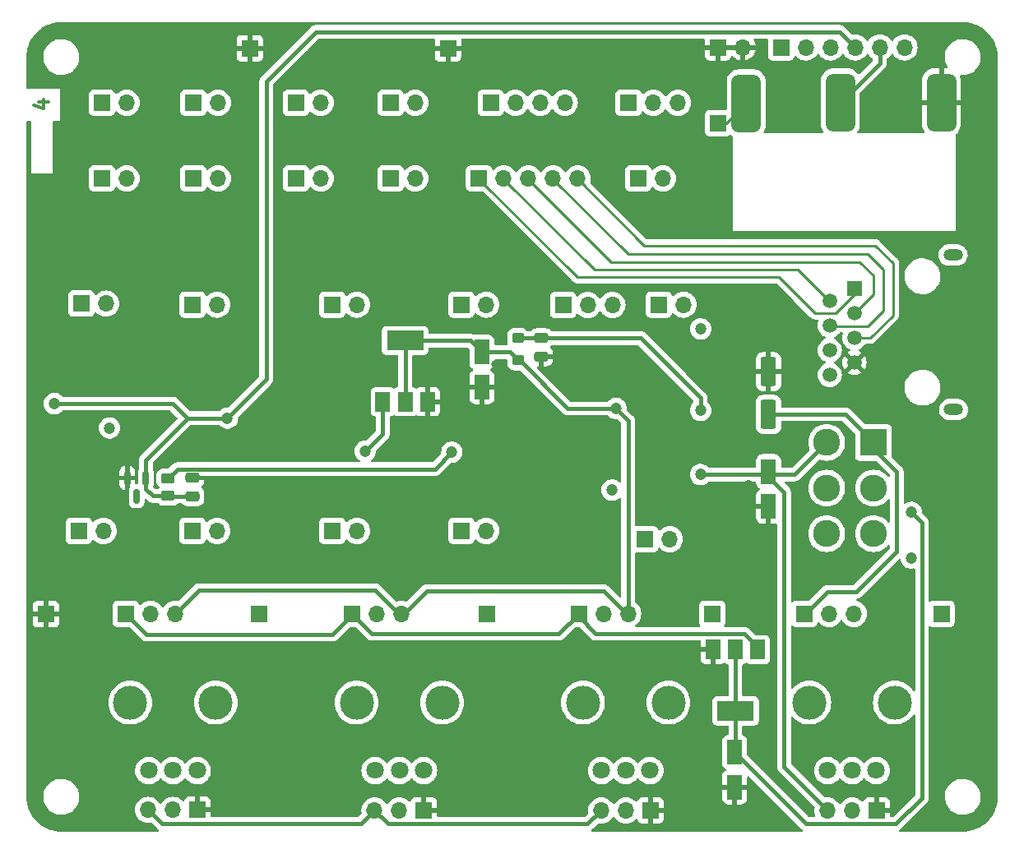
<source format=gbr>
%TF.GenerationSoftware,KiCad,Pcbnew,7.0.1*%
%TF.CreationDate,2023-03-30T14:31:40+01:00*%
%TF.ProjectId,DevBoard,44657642-6f61-4726-942e-6b696361645f,rev?*%
%TF.SameCoordinates,Original*%
%TF.FileFunction,Copper,L4,Bot*%
%TF.FilePolarity,Positive*%
%FSLAX46Y46*%
G04 Gerber Fmt 4.6, Leading zero omitted, Abs format (unit mm)*
G04 Created by KiCad (PCBNEW 7.0.1) date 2023-03-30 14:31:40*
%MOMM*%
%LPD*%
G01*
G04 APERTURE LIST*
G04 Aperture macros list*
%AMRoundRect*
0 Rectangle with rounded corners*
0 $1 Rounding radius*
0 $2 $3 $4 $5 $6 $7 $8 $9 X,Y pos of 4 corners*
0 Add a 4 corners polygon primitive as box body*
4,1,4,$2,$3,$4,$5,$6,$7,$8,$9,$2,$3,0*
0 Add four circle primitives for the rounded corners*
1,1,$1+$1,$2,$3*
1,1,$1+$1,$4,$5*
1,1,$1+$1,$6,$7*
1,1,$1+$1,$8,$9*
0 Add four rect primitives between the rounded corners*
20,1,$1+$1,$2,$3,$4,$5,0*
20,1,$1+$1,$4,$5,$6,$7,0*
20,1,$1+$1,$6,$7,$8,$9,0*
20,1,$1+$1,$8,$9,$2,$3,0*%
G04 Aperture macros list end*
%ADD10C,0.300000*%
%TA.AperFunction,NonConductor*%
%ADD11C,0.300000*%
%TD*%
%TA.AperFunction,ComponentPad*%
%ADD12R,1.700000X1.700000*%
%TD*%
%TA.AperFunction,ComponentPad*%
%ADD13O,1.700000X1.700000*%
%TD*%
%TA.AperFunction,SMDPad,CuDef*%
%ADD14RoundRect,0.750000X-0.750000X-2.250000X0.750000X-2.250000X0.750000X2.250000X-0.750000X2.250000X0*%
%TD*%
%TA.AperFunction,ComponentPad*%
%ADD15R,2.775000X2.775000*%
%TD*%
%TA.AperFunction,ComponentPad*%
%ADD16C,2.775000*%
%TD*%
%TA.AperFunction,WasherPad*%
%ADD17C,3.500000*%
%TD*%
%TA.AperFunction,ComponentPad*%
%ADD18C,1.800000*%
%TD*%
%TA.AperFunction,SMDPad,CuDef*%
%ADD19RoundRect,0.250000X0.550000X-1.250000X0.550000X1.250000X-0.550000X1.250000X-0.550000X-1.250000X0*%
%TD*%
%TA.AperFunction,SMDPad,CuDef*%
%ADD20RoundRect,0.250000X0.550000X-1.050000X0.550000X1.050000X-0.550000X1.050000X-0.550000X-1.050000X0*%
%TD*%
%TA.AperFunction,SMDPad,CuDef*%
%ADD21RoundRect,0.250000X-0.550000X1.050000X-0.550000X-1.050000X0.550000X-1.050000X0.550000X1.050000X0*%
%TD*%
%TA.AperFunction,SMDPad,CuDef*%
%ADD22RoundRect,0.250000X-0.475000X0.250000X-0.475000X-0.250000X0.475000X-0.250000X0.475000X0.250000X0*%
%TD*%
%TA.AperFunction,SMDPad,CuDef*%
%ADD23RoundRect,0.150000X-0.150000X0.587500X-0.150000X-0.587500X0.150000X-0.587500X0.150000X0.587500X0*%
%TD*%
%TA.AperFunction,SMDPad,CuDef*%
%ADD24R,1.500000X2.000000*%
%TD*%
%TA.AperFunction,SMDPad,CuDef*%
%ADD25R,3.800000X2.000000*%
%TD*%
%TA.AperFunction,SMDPad,CuDef*%
%ADD26RoundRect,0.250000X0.350000X-0.275000X0.350000X0.275000X-0.350000X0.275000X-0.350000X-0.275000X0*%
%TD*%
%TA.AperFunction,WasherPad*%
%ADD27O,2.000000X1.200000*%
%TD*%
%TA.AperFunction,ComponentPad*%
%ADD28R,1.500000X1.500000*%
%TD*%
%TA.AperFunction,ComponentPad*%
%ADD29C,1.500000*%
%TD*%
%TA.AperFunction,SMDPad,CuDef*%
%ADD30RoundRect,0.250000X0.475000X-0.250000X0.475000X0.250000X-0.475000X0.250000X-0.475000X-0.250000X0*%
%TD*%
%TA.AperFunction,SMDPad,CuDef*%
%ADD31RoundRect,0.250000X-0.450000X0.262500X-0.450000X-0.262500X0.450000X-0.262500X0.450000X0.262500X0*%
%TD*%
%TA.AperFunction,ViaPad*%
%ADD32C,1.200000*%
%TD*%
%TA.AperFunction,ViaPad*%
%ADD33C,0.800000*%
%TD*%
%TA.AperFunction,Conductor*%
%ADD34C,0.250000*%
%TD*%
%TA.AperFunction,Conductor*%
%ADD35C,0.400000*%
%TD*%
G04 APERTURE END LIST*
D10*
%TO.C,FID1*%
D11*
X51293928Y-74814285D02*
X52293928Y-74814285D01*
X50722500Y-75171427D02*
X51793928Y-75528570D01*
X51793928Y-75528570D02*
X51793928Y-74599999D01*
%TD*%
D12*
%TO.P,J41,1,Pin_1*%
%TO.N,GND*%
X52000000Y-127600000D03*
%TD*%
%TO.P,J49,1,Pin_1*%
%TO.N,/EurorackToMCU/CV_In2*%
X67200000Y-82700000D03*
D13*
%TO.P,J49,2,Pin_2*%
%TO.N,/EurorackToMCU/CV_Scaled_Out2*%
X69740000Y-82700000D03*
%TD*%
D12*
%TO.P,J3,1,Pin_1*%
%TO.N,/MCUToEurorack/Audio_In2*%
X87500000Y-74900000D03*
D13*
%TO.P,J3,2,Pin_2*%
%TO.N,/MCUToEurorack/Audio_Out2*%
X90040000Y-74900000D03*
%TD*%
D14*
%TO.P,U7,1,VoltmeterIn*%
%TO.N,/Voltmeter_In*%
X124100000Y-74975000D03*
%TO.P,U7,2,PowerIn*%
%TO.N,+12V*%
X133800000Y-74875000D03*
%TO.P,U7,3,Ground*%
%TO.N,GND*%
X144200000Y-74875000D03*
%TD*%
D12*
%TO.P,J21,1,Pin_1*%
%TO.N,/DAC/DAC_OUT_AMP_L*%
X113700000Y-119860000D03*
D13*
%TO.P,J21,2,Pin_2*%
%TO.N,/DAC/DAC_OUT_AMP_R*%
X116240000Y-119860000D03*
%TD*%
D12*
%TO.P,J47,1,Pin_1*%
%TO.N,/Pot4*%
X144200000Y-127550000D03*
%TD*%
%TO.P,J17,1,Pin_1*%
%TO.N,GND*%
X137560000Y-147799665D03*
D13*
%TO.P,J17,2,Pin_2*%
%TO.N,Net-(J17-Pin_2)*%
X135020000Y-147799665D03*
%TO.P,J17,3,Pin_3*%
%TO.N,-12V*%
X132480000Y-147799665D03*
%TD*%
D12*
%TO.P,J15,1,Pin_1*%
%TO.N,GND*%
X114260000Y-147799665D03*
D13*
%TO.P,J15,2,Pin_2*%
%TO.N,Net-(J15-Pin_2)*%
X111720000Y-147799665D03*
%TO.P,J15,3,Pin_3*%
%TO.N,-12V*%
X109180000Y-147799665D03*
%TD*%
D12*
%TO.P,J4,1,Pin_1*%
%TO.N,/MCUToEurorack/Audio_In2*%
X94792500Y-95700000D03*
D13*
%TO.P,J4,2,Pin_2*%
%TO.N,/MCUToEurorack/Audio_Out2*%
X97332500Y-95700000D03*
%TD*%
D12*
%TO.P,J26,1,Pin_1*%
%TO.N,/DAC/DAC_LRCLK*%
X112000000Y-74900000D03*
D13*
%TO.P,J26,2,Pin_2*%
%TO.N,/DAC/DAC_DATA*%
X114540000Y-74900000D03*
%TO.P,J26,3,Pin_3*%
%TO.N,/DAC/DAC_BCLK*%
X117080000Y-74900000D03*
%TD*%
%TO.P,J25,5,Pin_5*%
%TO.N,/Interconnect5*%
X106760000Y-82700000D03*
%TO.P,J25,4,Pin_4*%
%TO.N,/Interconnect4*%
X104220000Y-82700000D03*
%TO.P,J25,3,Pin_3*%
%TO.N,/Interconnect3*%
X101680000Y-82700000D03*
%TO.P,J25,2,Pin_2*%
%TO.N,/Interconnect2*%
X99140000Y-82700000D03*
D12*
%TO.P,J25,1,Pin_1*%
%TO.N,/Interconnect1*%
X96600000Y-82700000D03*
%TD*%
D15*
%TO.P,SW2,1,A*%
%TO.N,+12V*%
X137215000Y-109900000D03*
D16*
%TO.P,SW2,2,B*%
%TO.N,/+12V_IN*%
X137215000Y-114600000D03*
%TO.P,SW2,3,C*%
%TO.N,unconnected-(SW2A-C-Pad3)*%
X137215000Y-119300000D03*
%TO.P,SW2,4,A*%
%TO.N,-12V*%
X132385000Y-109900000D03*
%TO.P,SW2,5,B*%
%TO.N,/-12V_IN*%
X132385000Y-114600000D03*
%TO.P,SW2,6,C*%
%TO.N,unconnected-(SW2B-C-Pad6)*%
X132385000Y-119300000D03*
%TD*%
D12*
%TO.P,J2,1,Pin_1*%
%TO.N,/MCUToEurorack/Audio_In1*%
X81492500Y-95700000D03*
D13*
%TO.P,J2,2,Pin_2*%
%TO.N,/MCUToEurorack/Audio_Out1*%
X84032500Y-95700000D03*
%TD*%
D17*
%TO.P,RV3,*%
%TO.N,*%
X107300000Y-136700000D03*
X116100000Y-136700000D03*
D18*
%TO.P,RV3,1,1*%
%TO.N,Net-(J14-Pin_2)*%
X114200000Y-143700000D03*
%TO.P,RV3,2,2*%
%TO.N,/Pot3*%
X111700000Y-143700000D03*
%TO.P,RV3,3,3*%
%TO.N,Net-(J15-Pin_2)*%
X109200000Y-143700000D03*
%TD*%
D12*
%TO.P,J50,1,Pin_1*%
%TO.N,/EurorackToMCU/Audio12V_In1*%
X55667500Y-95600000D03*
D13*
%TO.P,J50,2,Pin_2*%
%TO.N,/EurorackToMCU/Audio_Scaled_Out1*%
X58207500Y-95600000D03*
%TD*%
D17*
%TO.P,RV2,*%
%TO.N,*%
X84000000Y-136700000D03*
X92800000Y-136700000D03*
D18*
%TO.P,RV2,1,1*%
%TO.N,Net-(J12-Pin_2)*%
X90900000Y-143700000D03*
%TO.P,RV2,2,2*%
%TO.N,/Pot2*%
X88400000Y-143700000D03*
%TO.P,RV2,3,3*%
%TO.N,Net-(J13-Pin_2)*%
X85900000Y-143700000D03*
%TD*%
D12*
%TO.P,J10,1,Pin_1*%
%TO.N,GND*%
X67625000Y-147750000D03*
D13*
%TO.P,J10,2,Pin_2*%
%TO.N,Net-(J10-Pin_2)*%
X65085000Y-147750000D03*
%TO.P,J10,3,Pin_3*%
%TO.N,-12V*%
X62545000Y-147750000D03*
%TD*%
D12*
%TO.P,J18,1,Pin_1*%
%TO.N,/DAC/DAC_LRCLK*%
X105255000Y-95735000D03*
D13*
%TO.P,J18,2,Pin_2*%
%TO.N,/DAC/DAC_DATA*%
X107795000Y-95735000D03*
%TO.P,J18,3,Pin_3*%
%TO.N,/DAC/DAC_BCLK*%
X110335000Y-95735000D03*
%TD*%
D12*
%TO.P,J12,1,Pin_1*%
%TO.N,+12V*%
X83530000Y-127550000D03*
D13*
%TO.P,J12,2,Pin_2*%
%TO.N,Net-(J12-Pin_2)*%
X86070000Y-127550000D03*
%TO.P,J12,3,Pin_3*%
%TO.N,+3.3V*%
X88610000Y-127550000D03*
%TD*%
D12*
%TO.P,J8,1,Pin_1*%
%TO.N,/MCUToEurorack/CV2_In*%
X87500000Y-82700000D03*
D13*
%TO.P,J8,2,Pin_2*%
%TO.N,/MCUToEurorack/CV2_Out*%
X90040000Y-82700000D03*
%TD*%
D12*
%TO.P,J14,1,Pin_1*%
%TO.N,+12V*%
X106865000Y-127550000D03*
D13*
%TO.P,J14,2,Pin_2*%
%TO.N,Net-(J14-Pin_2)*%
X109405000Y-127550000D03*
%TO.P,J14,3,Pin_3*%
%TO.N,+3.3V*%
X111945000Y-127550000D03*
%TD*%
D12*
%TO.P,J19,1,Pin_1*%
%TO.N,/DAC/DAC_OUT_L*%
X115100000Y-95700000D03*
D13*
%TO.P,J19,2,Pin_2*%
%TO.N,/DAC/DAC_OUT_R*%
X117640000Y-95700000D03*
%TD*%
D12*
%TO.P,J39,1,Pin_1*%
%TO.N,GND*%
X93400000Y-69300000D03*
%TD*%
%TO.P,J20,1,Pin_1*%
%TO.N,/DAC/DAC_OUT_AMP_L*%
X113000000Y-82700000D03*
D13*
%TO.P,J20,2,Pin_2*%
%TO.N,/DAC/DAC_OUT_AMP_R*%
X115540000Y-82700000D03*
%TD*%
D17*
%TO.P,RV4,*%
%TO.N,*%
X130600000Y-136700000D03*
X139400000Y-136700000D03*
D18*
%TO.P,RV4,1,1*%
%TO.N,Net-(J16-Pin_2)*%
X137500000Y-143700000D03*
%TO.P,RV4,2,2*%
%TO.N,/Pot4*%
X135000000Y-143700000D03*
%TO.P,RV4,3,3*%
%TO.N,Net-(J17-Pin_2)*%
X132500000Y-143700000D03*
%TD*%
D12*
%TO.P,J35,1,Pin_1*%
%TO.N,+3.3V*%
X127700000Y-69200000D03*
D13*
%TO.P,J35,2,Pin_2*%
%TO.N,+3.3VA*%
X130240000Y-69200000D03*
%TO.P,J35,3,Pin_3*%
%TO.N,+5V*%
X132780000Y-69200000D03*
%TO.P,J35,4,Pin_4*%
%TO.N,-5V*%
X135320000Y-69200000D03*
%TO.P,J35,5,Pin_5*%
%TO.N,+12V*%
X137860000Y-69200000D03*
%TO.P,J35,6,Pin_6*%
%TO.N,-12V*%
X140400000Y-69200000D03*
%TD*%
D12*
%TO.P,J33,1,Pin_1*%
%TO.N,/EurorackToMCU/CV_In2*%
X67100000Y-119000000D03*
D13*
%TO.P,J33,2,Pin_2*%
%TO.N,/EurorackToMCU/CV_Scaled_Out2*%
X69640000Y-119000000D03*
%TD*%
D12*
%TO.P,J32,1,Pin_1*%
%TO.N,/EurorackToMCU/Audio12V_In2*%
X67092500Y-95700000D03*
D13*
%TO.P,J32,2,Pin_2*%
%TO.N,/EurorackToMCU/Audio_Scaled_Out2*%
X69632500Y-95700000D03*
%TD*%
D12*
%TO.P,J52,1,Pin_1*%
%TO.N,/Pot1*%
X97800000Y-74900000D03*
D13*
%TO.P,J52,2,Pin_2*%
%TO.N,/Pot2*%
X100340000Y-74900000D03*
%TO.P,J52,3,Pin_3*%
%TO.N,/Pot3*%
X102880000Y-74900000D03*
%TO.P,J52,4,Pin_4*%
%TO.N,/Pot4*%
X105420000Y-74900000D03*
%TD*%
D12*
%TO.P,J51,1,Pin_1*%
%TO.N,/EurorackToMCU/Audio12V_In2*%
X67200000Y-74900000D03*
D13*
%TO.P,J51,2,Pin_2*%
%TO.N,/EurorackToMCU/Audio_Scaled_Out2*%
X69740000Y-74900000D03*
%TD*%
D12*
%TO.P,J45,1,Pin_1*%
%TO.N,/Pot2*%
X97400000Y-127550000D03*
%TD*%
%TO.P,J46,1,Pin_1*%
%TO.N,/Pot3*%
X120600000Y-127550000D03*
%TD*%
%TO.P,J30,1,Pin_1*%
%TO.N,/EurorackToMCU/CV_In1*%
X57800000Y-82700000D03*
D13*
%TO.P,J30,2,Pin_2*%
%TO.N,/EurorackToMCU/CV_Scaled_Out1*%
X60340000Y-82700000D03*
%TD*%
D12*
%TO.P,J6,1,Pin_1*%
%TO.N,/MCUToEurorack/CV1_In*%
X77775000Y-82700000D03*
D13*
%TO.P,J6,2,Pin_2*%
%TO.N,/MCUToEurorack/CV1_Out*%
X80315000Y-82700000D03*
%TD*%
D12*
%TO.P,J40,1,Pin_1*%
%TO.N,GND*%
X121200000Y-69200000D03*
D13*
%TO.P,J40,2,Pin_2*%
X123740000Y-69200000D03*
%TD*%
D12*
%TO.P,J1,1,Pin_1*%
%TO.N,/MCUToEurorack/Audio_In1*%
X77750000Y-74900000D03*
D13*
%TO.P,J1,2,Pin_2*%
%TO.N,/MCUToEurorack/Audio_Out1*%
X80290000Y-74900000D03*
%TD*%
D12*
%TO.P,J23,1,Pin_1*%
%TO.N,GND*%
X73000000Y-69300000D03*
%TD*%
%TO.P,J7,1,Pin_1*%
%TO.N,/MCUToEurorack/CV2_In*%
X94800000Y-119000000D03*
D13*
%TO.P,J7,2,Pin_2*%
%TO.N,/MCUToEurorack/CV2_Out*%
X97340000Y-119000000D03*
%TD*%
D12*
%TO.P,J44,1,Pin_1*%
%TO.N,/Pot1*%
X74000000Y-127550000D03*
%TD*%
D17*
%TO.P,RV1,*%
%TO.N,*%
X60700000Y-136700000D03*
X69500000Y-136700000D03*
D18*
%TO.P,RV1,1,1*%
%TO.N,Net-(J9-Pin_2)*%
X67600000Y-143700000D03*
%TO.P,RV1,2,2*%
%TO.N,/Pot1*%
X65100000Y-143700000D03*
%TO.P,RV1,3,3*%
%TO.N,Net-(J10-Pin_2)*%
X62600000Y-143700000D03*
%TD*%
D12*
%TO.P,J16,1,Pin_1*%
%TO.N,+12V*%
X130100000Y-127550000D03*
D13*
%TO.P,J16,2,Pin_2*%
%TO.N,Net-(J16-Pin_2)*%
X132640000Y-127550000D03*
%TO.P,J16,3,Pin_3*%
%TO.N,+3.3V*%
X135180000Y-127550000D03*
%TD*%
D12*
%TO.P,J31,1,Pin_1*%
%TO.N,/EurorackToMCU/Audio12V_In1*%
X57800000Y-74900000D03*
D13*
%TO.P,J31,2,Pin_2*%
%TO.N,/EurorackToMCU/Audio_Scaled_Out1*%
X60340000Y-74900000D03*
%TD*%
D12*
%TO.P,J5,1,Pin_1*%
%TO.N,/MCUToEurorack/CV1_In*%
X81500000Y-119000000D03*
D13*
%TO.P,J5,2,Pin_2*%
%TO.N,/MCUToEurorack/CV1_Out*%
X84040000Y-119000000D03*
%TD*%
D12*
%TO.P,J9,1,Pin_1*%
%TO.N,+12V*%
X60230000Y-127550000D03*
D13*
%TO.P,J9,2,Pin_2*%
%TO.N,Net-(J9-Pin_2)*%
X62770000Y-127550000D03*
%TO.P,J9,3,Pin_3*%
%TO.N,+3.3V*%
X65310000Y-127550000D03*
%TD*%
D12*
%TO.P,J48,1,Pin_1*%
%TO.N,/EurorackToMCU/CV_In1*%
X55400000Y-119000000D03*
D13*
%TO.P,J48,2,Pin_2*%
%TO.N,/EurorackToMCU/CV_Scaled_Out1*%
X57940000Y-119000000D03*
%TD*%
D12*
%TO.P,J13,1,Pin_1*%
%TO.N,GND*%
X90925000Y-147800000D03*
D13*
%TO.P,J13,2,Pin_2*%
%TO.N,Net-(J13-Pin_2)*%
X88385000Y-147800000D03*
%TO.P,J13,3,Pin_3*%
%TO.N,-12V*%
X85845000Y-147800000D03*
%TD*%
D12*
%TO.P,J22,1,Pin_1*%
%TO.N,/Voltmeter_In*%
X121200000Y-77000000D03*
%TD*%
D19*
%TO.P,C30,1*%
%TO.N,+12V*%
X126400000Y-107000000D03*
%TO.P,C30,2*%
%TO.N,GND*%
X126400000Y-102600000D03*
%TD*%
D20*
%TO.P,C31,1*%
%TO.N,GND*%
X126400000Y-116500000D03*
%TO.P,C31,2*%
%TO.N,-12V*%
X126400000Y-112900000D03*
%TD*%
D21*
%TO.P,C11,1*%
%TO.N,+3.3V*%
X96900000Y-100600000D03*
%TO.P,C11,2*%
%TO.N,GND*%
X96900000Y-104200000D03*
%TD*%
D22*
%TO.P,C13,1*%
%TO.N,+3.3VA*%
X103000000Y-99150000D03*
%TO.P,C13,2*%
%TO.N,GND*%
X103000000Y-101050000D03*
%TD*%
D23*
%TO.P,U5,1,K*%
%TO.N,GND*%
X60400000Y-113562500D03*
%TO.P,U5,2,A*%
%TO.N,-5V*%
X62300000Y-113562500D03*
%TO.P,U5,3*%
%TO.N,N/C*%
X61350000Y-115437500D03*
%TD*%
D21*
%TO.P,C12,1*%
%TO.N,+5V*%
X122900000Y-141800000D03*
%TO.P,C12,2*%
%TO.N,GND*%
X122900000Y-145400000D03*
%TD*%
D24*
%TO.P,U4,1,GND*%
%TO.N,GND*%
X120700000Y-131250000D03*
%TO.P,U4,2,VO*%
%TO.N,+5V*%
X123000000Y-131250000D03*
D25*
X123000000Y-137550000D03*
D24*
%TO.P,U4,3,VI*%
%TO.N,+12V*%
X125300000Y-131250000D03*
%TD*%
D26*
%TO.P,L1,1*%
%TO.N,+3.3V*%
X100600000Y-101450000D03*
%TO.P,L1,2*%
%TO.N,+3.3VA*%
X100600000Y-99150000D03*
%TD*%
D27*
%TO.P,J11,*%
%TO.N,*%
X145400000Y-90600000D03*
X145450000Y-106500000D03*
D28*
%TO.P,J11,1*%
%TO.N,/Interconnect1*%
X135250000Y-94050000D03*
D29*
%TO.P,J11,2*%
%TO.N,/Interconnect2*%
X132710000Y-95320000D03*
%TO.P,J11,3*%
%TO.N,/Interconnect3*%
X135250000Y-96590000D03*
%TO.P,J11,4*%
%TO.N,/Interconnect4*%
X132710000Y-97860000D03*
%TO.P,J11,5*%
%TO.N,/Interconnect5*%
X135250000Y-99130000D03*
%TO.P,J11,6*%
%TO.N,/-12V_IN*%
X132710000Y-100400000D03*
%TO.P,J11,7*%
%TO.N,GND*%
X135250000Y-101670000D03*
%TO.P,J11,8*%
%TO.N,/+12V_IN*%
X132710000Y-102940000D03*
%TD*%
D30*
%TO.P,C14,1*%
%TO.N,-5V*%
X67100000Y-115450000D03*
%TO.P,C14,2*%
%TO.N,GND*%
X67100000Y-113550000D03*
%TD*%
D31*
%TO.P,R29,1*%
%TO.N,-12V*%
X64600000Y-113587500D03*
%TO.P,R29,2*%
%TO.N,-5V*%
X64600000Y-115412500D03*
%TD*%
D24*
%TO.P,U3,1,GND*%
%TO.N,GND*%
X91300000Y-105700000D03*
%TO.P,U3,2,VO*%
%TO.N,+3.3V*%
X89000000Y-105700000D03*
D25*
X89000000Y-99400000D03*
D24*
%TO.P,U3,3,VI*%
%TO.N,+12V*%
X86700000Y-105700000D03*
%TD*%
D32*
%TO.N,GND*%
X105600000Y-102400000D03*
X53900000Y-107500000D03*
X105600000Y-104400000D03*
X124300000Y-110800000D03*
X98900000Y-112100000D03*
D33*
X80500000Y-101600000D03*
D32*
X105600000Y-107800000D03*
X114500000Y-112100000D03*
X79900000Y-110700000D03*
X122900000Y-96500000D03*
X98400000Y-107700000D03*
X124300000Y-114400000D03*
X113900000Y-102300000D03*
D33*
X116400000Y-105300000D03*
D32*
X117700000Y-98500000D03*
D33*
X113400000Y-104600000D03*
D32*
X123600000Y-99000000D03*
D33*
X98300000Y-101800000D03*
D32*
X80000000Y-107700000D03*
X105700000Y-114800000D03*
D33*
X110700000Y-102900000D03*
D32*
%TO.N,+12V*%
X84900000Y-110800000D03*
X110300000Y-114800000D03*
%TO.N,-12V*%
X119400000Y-113200000D03*
X93800000Y-110900000D03*
%TO.N,+5V*%
X141100000Y-117100000D03*
%TO.N,+3.3VA*%
X119400000Y-106600000D03*
X119400000Y-98200000D03*
X58576901Y-108399500D03*
%TO.N,-5V*%
X52900000Y-105900000D03*
X70700000Y-107400000D03*
%TO.N,+3.3V*%
X110700000Y-106400000D03*
X141100500Y-121800000D03*
%TD*%
D34*
%TO.N,/Interconnect4*%
X136600000Y-90500000D02*
X111970000Y-90500000D01*
X111970000Y-90500000D02*
X104220000Y-82750000D01*
X138200000Y-92100000D02*
X136600000Y-90500000D01*
X136590000Y-97910000D02*
X138200000Y-96300000D01*
X138200000Y-96300000D02*
X138200000Y-92100000D01*
X132760000Y-97910000D02*
X136590000Y-97910000D01*
X132710000Y-97860000D02*
X132760000Y-97910000D01*
X104220000Y-82750000D02*
X104220000Y-82700000D01*
%TO.N,/Interconnect3*%
X110230000Y-91300000D02*
X101680000Y-82750000D01*
X135800000Y-91300000D02*
X110230000Y-91300000D01*
X137200000Y-92700000D02*
X135800000Y-91300000D01*
X101680000Y-82750000D02*
X101680000Y-82700000D01*
X137200000Y-94640000D02*
X137200000Y-92700000D01*
X135250000Y-96590000D02*
X137200000Y-94640000D01*
%TO.N,/Interconnect2*%
X132620000Y-95320000D02*
X132710000Y-95320000D01*
X129400000Y-92100000D02*
X132620000Y-95320000D01*
X108490000Y-92100000D02*
X129400000Y-92100000D01*
X99140000Y-82750000D02*
X108490000Y-92100000D01*
X99140000Y-82700000D02*
X99140000Y-82750000D01*
%TO.N,/Interconnect1*%
X96600000Y-82750000D02*
X96600000Y-82700000D01*
X127500000Y-92900000D02*
X106750000Y-92900000D01*
X133300000Y-96600000D02*
X131200000Y-96600000D01*
X135250000Y-94650000D02*
X133300000Y-96600000D01*
X131200000Y-96600000D02*
X127500000Y-92900000D01*
X135250000Y-94050000D02*
X135250000Y-94650000D01*
X106750000Y-92900000D02*
X96600000Y-82750000D01*
D35*
%TO.N,+12V*%
X62380000Y-129700000D02*
X60230000Y-127550000D01*
X83530000Y-127670000D02*
X81500000Y-129700000D01*
X83530000Y-127550000D02*
X83530000Y-127670000D01*
X81500000Y-129700000D02*
X62380000Y-129700000D01*
X104815000Y-129600000D02*
X85580000Y-129600000D01*
X106865000Y-127550000D02*
X104815000Y-129600000D01*
X85580000Y-129600000D02*
X83530000Y-127550000D01*
%TO.N,-12V*%
X63995000Y-149200000D02*
X62545000Y-147750000D01*
X84445000Y-149200000D02*
X63995000Y-149200000D01*
X85845000Y-147800000D02*
X84445000Y-149200000D01*
X87245000Y-149200000D02*
X85845000Y-147800000D01*
X107779665Y-149200000D02*
X87245000Y-149200000D01*
X109180000Y-147799665D02*
X107779665Y-149200000D01*
%TO.N,+5V*%
X142200000Y-118200000D02*
X141100000Y-117100000D01*
X139500000Y-149200000D02*
X142200000Y-146500000D01*
X142200000Y-146500000D02*
X142200000Y-118200000D01*
X123000000Y-141900000D02*
X130300000Y-149200000D01*
X130300000Y-149200000D02*
X139500000Y-149200000D01*
%TO.N,+3.3VA*%
X113250000Y-99150000D02*
X119400000Y-105300000D01*
X119400000Y-105300000D02*
X119400000Y-106600000D01*
X103000000Y-99150000D02*
X113250000Y-99150000D01*
%TO.N,+12V*%
X125300000Y-131250000D02*
X125300000Y-131000000D01*
X135400000Y-125300000D02*
X132488915Y-125300000D01*
X137215000Y-109900000D02*
X134315000Y-107000000D01*
X137215000Y-110515000D02*
X139600000Y-112900000D01*
X139600000Y-121100000D02*
X135400000Y-125300000D01*
X134315000Y-107000000D02*
X126400000Y-107000000D01*
X123900000Y-129600000D02*
X108600000Y-129600000D01*
X137860000Y-70815000D02*
X133800000Y-74875000D01*
X125300000Y-131000000D02*
X123900000Y-129600000D01*
X137860000Y-69200000D02*
X137860000Y-70815000D01*
X139600000Y-112900000D02*
X139600000Y-121100000D01*
X137215000Y-109900000D02*
X137215000Y-110515000D01*
X86700000Y-109000000D02*
X84900000Y-110800000D01*
X108600000Y-129600000D02*
X106865000Y-127865000D01*
X132488915Y-125300000D02*
X130100000Y-127688915D01*
X86700000Y-105700000D02*
X86700000Y-109000000D01*
X106865000Y-127865000D02*
X106865000Y-127749665D01*
%TO.N,-12V*%
X129085000Y-113200000D02*
X127300000Y-113200000D01*
X132385000Y-109900000D02*
X129085000Y-113200000D01*
X92050000Y-112650000D02*
X93800000Y-110900000D01*
X127300000Y-113200000D02*
X119400000Y-113200000D01*
X64600000Y-113587500D02*
X65537500Y-112650000D01*
X128000000Y-143300000D02*
X132480000Y-147780000D01*
X126400000Y-113400000D02*
X128000000Y-115000000D01*
X128000000Y-115000000D02*
X128000000Y-143300000D01*
X65537500Y-112650000D02*
X92050000Y-112650000D01*
X132480000Y-147780000D02*
X132480000Y-147799665D01*
X126400000Y-112900000D02*
X126400000Y-113400000D01*
%TO.N,+5V*%
X123000000Y-141700000D02*
X123000000Y-137550000D01*
X123000000Y-131250000D02*
X123000000Y-137550000D01*
D34*
%TO.N,/Interconnect5*%
X139200000Y-91400000D02*
X139200000Y-96800000D01*
X139200000Y-96800000D02*
X136870000Y-99130000D01*
X136870000Y-99130000D02*
X135250000Y-99130000D01*
X106735000Y-82725000D02*
X113610000Y-89600000D01*
X137400000Y-89600000D02*
X139200000Y-91400000D01*
X113610000Y-89600000D02*
X137400000Y-89600000D01*
D35*
%TO.N,+3.3VA*%
X103000000Y-99150000D02*
X100600000Y-99150000D01*
%TO.N,-5V*%
X63012500Y-115412500D02*
X62300000Y-114700000D01*
X66600000Y-107400000D02*
X70700000Y-107400000D01*
X66600000Y-107400000D02*
X65100000Y-105900000D01*
X62300000Y-111700000D02*
X66600000Y-107400000D01*
X133720000Y-67600000D02*
X79800000Y-67600000D01*
X79800000Y-67600000D02*
X74700000Y-72700000D01*
X67100000Y-115450000D02*
X64637500Y-115450000D01*
X64600000Y-115412500D02*
X63012500Y-115412500D01*
X64637500Y-115450000D02*
X64600000Y-115412500D01*
X74700000Y-72700000D02*
X74700000Y-103400000D01*
X135320000Y-69200000D02*
X133720000Y-67600000D01*
X65100000Y-105900000D02*
X52900000Y-105900000D01*
X62300000Y-113562500D02*
X62300000Y-111700000D01*
X74700000Y-103400000D02*
X70700000Y-107400000D01*
X62300000Y-114700000D02*
X62300000Y-113562500D01*
D34*
%TO.N,/Voltmeter_In*%
X121200000Y-77000000D02*
X122075000Y-77000000D01*
X122075000Y-77000000D02*
X124100000Y-74975000D01*
D35*
%TO.N,+3.3V*%
X89000000Y-105700000D02*
X89000000Y-99400000D01*
X67760000Y-125100000D02*
X65310000Y-127550000D01*
X95700000Y-99400000D02*
X96900000Y-100600000D01*
X96900000Y-100600000D02*
X99750000Y-100600000D01*
X100600000Y-101450000D02*
X100800000Y-101450000D01*
X110700000Y-106400000D02*
X111945000Y-107645000D01*
X89000000Y-99400000D02*
X95700000Y-99400000D01*
X100800000Y-101450000D02*
X105750000Y-106400000D01*
X99750000Y-100600000D02*
X100600000Y-101450000D01*
X111945000Y-127749665D02*
X109395335Y-125200000D01*
X85910000Y-125100000D02*
X67760000Y-125100000D01*
X91210000Y-125200000D02*
X88610000Y-127800000D01*
X109395335Y-125200000D02*
X91210000Y-125200000D01*
X111945000Y-107645000D02*
X111945000Y-127749665D01*
X105750000Y-106400000D02*
X110700000Y-106400000D01*
X88610000Y-127800000D02*
X85910000Y-125100000D01*
%TD*%
%TA.AperFunction,Conductor*%
%TO.N,GND*%
G36*
X146403032Y-66600648D02*
G01*
X146552626Y-66607998D01*
X146753811Y-66618542D01*
X146765452Y-66619707D01*
X146934666Y-66644808D01*
X146935603Y-66644952D01*
X147115073Y-66673377D01*
X147125756Y-66675556D01*
X147295381Y-66718045D01*
X147297074Y-66718484D01*
X147468881Y-66764519D01*
X147478541Y-66767537D01*
X147644600Y-66826954D01*
X147647196Y-66827916D01*
X147811582Y-66891018D01*
X147820153Y-66894684D01*
X147980321Y-66970437D01*
X147983592Y-66972043D01*
X148112350Y-67037649D01*
X148139723Y-67051596D01*
X148147174Y-67055721D01*
X148249124Y-67116828D01*
X148299533Y-67147042D01*
X148303317Y-67149404D01*
X148449875Y-67244580D01*
X148456177Y-67248955D01*
X148599101Y-67354955D01*
X148603269Y-67358187D01*
X148738880Y-67468002D01*
X148744083Y-67472459D01*
X148876039Y-67592057D01*
X148880425Y-67596234D01*
X149003764Y-67719573D01*
X149007943Y-67723962D01*
X149127534Y-67855910D01*
X149131996Y-67861118D01*
X149241811Y-67996729D01*
X149245043Y-68000897D01*
X149351032Y-68143806D01*
X149355429Y-68150138D01*
X149450593Y-68296679D01*
X149452956Y-68300465D01*
X149544275Y-68452821D01*
X149548402Y-68460275D01*
X149627951Y-68616398D01*
X149629561Y-68619677D01*
X149705314Y-68779845D01*
X149708983Y-68788423D01*
X149772064Y-68952755D01*
X149773051Y-68955418D01*
X149832458Y-69121448D01*
X149835482Y-69131129D01*
X149881483Y-69302805D01*
X149881992Y-69304769D01*
X149924436Y-69474215D01*
X149926625Y-69484947D01*
X149955024Y-69664252D01*
X149955209Y-69665455D01*
X149980287Y-69834514D01*
X149981459Y-69846220D01*
X149991987Y-70047127D01*
X149991884Y-70047132D01*
X149992009Y-70047531D01*
X149999351Y-70196967D01*
X149999500Y-70203052D01*
X149999500Y-146396948D01*
X149999351Y-146403033D01*
X149992011Y-146552415D01*
X149991990Y-146552819D01*
X149981459Y-146753778D01*
X149980287Y-146765484D01*
X149955209Y-146934543D01*
X149955024Y-146935746D01*
X149926625Y-147115051D01*
X149924436Y-147125783D01*
X149881992Y-147295229D01*
X149881483Y-147297193D01*
X149835482Y-147468869D01*
X149832458Y-147478550D01*
X149773051Y-147644580D01*
X149772064Y-147647243D01*
X149708983Y-147811575D01*
X149705314Y-147820153D01*
X149629561Y-147980321D01*
X149627951Y-147983600D01*
X149548402Y-148139723D01*
X149544275Y-148147177D01*
X149452956Y-148299533D01*
X149450593Y-148303319D01*
X149355429Y-148449860D01*
X149351032Y-148456192D01*
X149245043Y-148599101D01*
X149241811Y-148603269D01*
X149131996Y-148738880D01*
X149127508Y-148744119D01*
X149007961Y-148876018D01*
X149003764Y-148880425D01*
X148880425Y-149003764D01*
X148876018Y-149007961D01*
X148744119Y-149127508D01*
X148738880Y-149131996D01*
X148603269Y-149241811D01*
X148599101Y-149245043D01*
X148456192Y-149351032D01*
X148449860Y-149355429D01*
X148303319Y-149450593D01*
X148299533Y-149452956D01*
X148147177Y-149544275D01*
X148139723Y-149548402D01*
X147983600Y-149627951D01*
X147980321Y-149629561D01*
X147820153Y-149705314D01*
X147811575Y-149708983D01*
X147647243Y-149772064D01*
X147644580Y-149773051D01*
X147478550Y-149832458D01*
X147468869Y-149835482D01*
X147297193Y-149881483D01*
X147295229Y-149881992D01*
X147125783Y-149924436D01*
X147115051Y-149926625D01*
X146935746Y-149955024D01*
X146934543Y-149955209D01*
X146765484Y-149980287D01*
X146753778Y-149981459D01*
X146552819Y-149991990D01*
X146552415Y-149992011D01*
X146403033Y-149999351D01*
X146396948Y-149999500D01*
X139974702Y-149999500D01*
X139915755Y-149984593D01*
X139870982Y-149943456D01*
X139851146Y-149885980D01*
X139861017Y-149825985D01*
X139898221Y-149777895D01*
X139912427Y-149766764D01*
X139918426Y-149762352D01*
X139967929Y-149728183D01*
X140007823Y-149683150D01*
X140012924Y-149677731D01*
X142677731Y-147012924D01*
X142683150Y-147007823D01*
X142728183Y-146967929D01*
X142762377Y-146918389D01*
X142766770Y-146912419D01*
X142803878Y-146865056D01*
X142808035Y-146855818D01*
X142819061Y-146836268D01*
X142824818Y-146827930D01*
X142846152Y-146771674D01*
X142848994Y-146764811D01*
X142873695Y-146709931D01*
X142875522Y-146699956D01*
X142881549Y-146678339D01*
X142885140Y-146668872D01*
X142892387Y-146609179D01*
X142893514Y-146601777D01*
X142895157Y-146592811D01*
X142904358Y-146542606D01*
X142900726Y-146482566D01*
X142900500Y-146475079D01*
X142900500Y-146467764D01*
X144545787Y-146467764D01*
X144575413Y-146737016D01*
X144615282Y-146889515D01*
X144643928Y-146999088D01*
X144749870Y-147248390D01*
X144749871Y-147248392D01*
X144890982Y-147479611D01*
X145064219Y-147687777D01*
X145064255Y-147687820D01*
X145265998Y-147868582D01*
X145491910Y-148018044D01*
X145598211Y-148067876D01*
X145737177Y-148133021D01*
X145996562Y-148211058D01*
X145996569Y-148211060D01*
X146264561Y-148250500D01*
X146467631Y-148250500D01*
X146467634Y-148250500D01*
X146670156Y-148235677D01*
X146670156Y-148235676D01*
X146934553Y-148176780D01*
X147187558Y-148080014D01*
X147423777Y-147947441D01*
X147638177Y-147781888D01*
X147826186Y-147586881D01*
X147983799Y-147366579D01*
X148107656Y-147125675D01*
X148195118Y-146869305D01*
X148244319Y-146602933D01*
X148254212Y-146332235D01*
X148224586Y-146062982D01*
X148156072Y-145800912D01*
X148050130Y-145551610D01*
X147909018Y-145320390D01*
X147909017Y-145320388D01*
X147735746Y-145112181D01*
X147630758Y-145018112D01*
X147534002Y-144931418D01*
X147308090Y-144781956D01*
X147308086Y-144781954D01*
X147062822Y-144666978D01*
X146803437Y-144588941D01*
X146803431Y-144588940D01*
X146535439Y-144549500D01*
X146332369Y-144549500D01*
X146332366Y-144549500D01*
X146129843Y-144564322D01*
X145865449Y-144623219D01*
X145612441Y-144719986D01*
X145376223Y-144852559D01*
X145161825Y-145018109D01*
X144973813Y-145213120D01*
X144816201Y-145433420D01*
X144692342Y-145674329D01*
X144604881Y-145930695D01*
X144555680Y-146197066D01*
X144545787Y-146467764D01*
X142900500Y-146467764D01*
X142900500Y-128936431D01*
X142919005Y-128871264D01*
X142968996Y-128825547D01*
X143035553Y-128812925D01*
X143098811Y-128837165D01*
X143104214Y-128841210D01*
X143107669Y-128843796D01*
X143242517Y-128894091D01*
X143302127Y-128900500D01*
X145097872Y-128900499D01*
X145157483Y-128894091D01*
X145292331Y-128843796D01*
X145407546Y-128757546D01*
X145493796Y-128642331D01*
X145544091Y-128507483D01*
X145550500Y-128447873D01*
X145550499Y-126652128D01*
X145544091Y-126592517D01*
X145493796Y-126457669D01*
X145407546Y-126342454D01*
X145292331Y-126256204D01*
X145157483Y-126205909D01*
X145097873Y-126199500D01*
X145097869Y-126199500D01*
X143302130Y-126199500D01*
X143242515Y-126205909D01*
X143107667Y-126256204D01*
X143098811Y-126262835D01*
X143035553Y-126287075D01*
X142968996Y-126274453D01*
X142919005Y-126228736D01*
X142900500Y-126163569D01*
X142900500Y-118224921D01*
X142900726Y-118217434D01*
X142904017Y-118163023D01*
X142904358Y-118157394D01*
X142893507Y-118098185D01*
X142892390Y-118090841D01*
X142885140Y-118031128D01*
X142881547Y-118021656D01*
X142875522Y-118000044D01*
X142873695Y-117990069D01*
X142849007Y-117935217D01*
X142846147Y-117928313D01*
X142824818Y-117872070D01*
X142819061Y-117863730D01*
X142808035Y-117844181D01*
X142803877Y-117834941D01*
X142766785Y-117787597D01*
X142762355Y-117781577D01*
X142728183Y-117732071D01*
X142683153Y-117692178D01*
X142677715Y-117687058D01*
X142236660Y-117246003D01*
X142207710Y-117200433D01*
X142200870Y-117146883D01*
X142205215Y-117100000D01*
X142186397Y-116896917D01*
X142130582Y-116700750D01*
X142093732Y-116626744D01*
X142039675Y-116518181D01*
X141916763Y-116355419D01*
X141766041Y-116218018D01*
X141592638Y-116110652D01*
X141402457Y-116036976D01*
X141335629Y-116024484D01*
X141201976Y-115999500D01*
X140998024Y-115999500D01*
X140907756Y-116016374D01*
X140797542Y-116036976D01*
X140607364Y-116110651D01*
X140588326Y-116122439D01*
X140489776Y-116183458D01*
X140427364Y-116201998D01*
X140364161Y-116186360D01*
X140317593Y-116140856D01*
X140300500Y-116078031D01*
X140300500Y-112924910D01*
X140300726Y-112917423D01*
X140301217Y-112909306D01*
X140304357Y-112857394D01*
X140293509Y-112798201D01*
X140292392Y-112790856D01*
X140285140Y-112731128D01*
X140285139Y-112731125D01*
X140281546Y-112721650D01*
X140275519Y-112700029D01*
X140273694Y-112690068D01*
X140249012Y-112635228D01*
X140246151Y-112628322D01*
X140224818Y-112572070D01*
X140219058Y-112563726D01*
X140208030Y-112544172D01*
X140205334Y-112538181D01*
X140203877Y-112534943D01*
X140166788Y-112487602D01*
X140162349Y-112481569D01*
X140128184Y-112432072D01*
X140128183Y-112432071D01*
X140083153Y-112392178D01*
X140077715Y-112387058D01*
X139137478Y-111446821D01*
X139108222Y-111400392D01*
X139101870Y-111345882D01*
X139102052Y-111344186D01*
X139103000Y-111335373D01*
X139102999Y-108464628D01*
X139096591Y-108405017D01*
X139046296Y-108270169D01*
X138960046Y-108154954D01*
X138844831Y-108068704D01*
X138709983Y-108018409D01*
X138650373Y-108012000D01*
X138650369Y-108012000D01*
X136369019Y-108012000D01*
X136321566Y-108002561D01*
X136281338Y-107975681D01*
X134827940Y-106522283D01*
X134822822Y-106516847D01*
X134782929Y-106471817D01*
X134747550Y-106447396D01*
X143945746Y-106447396D01*
X143955746Y-106657330D01*
X144005297Y-106861580D01*
X144092602Y-107052752D01*
X144192898Y-107193597D01*
X144214514Y-107223952D01*
X144366622Y-107368986D01*
X144430677Y-107410152D01*
X144543425Y-107482612D01*
X144582580Y-107498287D01*
X144738543Y-107560725D01*
X144867228Y-107585527D01*
X144944914Y-107600500D01*
X144944915Y-107600500D01*
X145902420Y-107600500D01*
X145902425Y-107600500D01*
X146059218Y-107585528D01*
X146260875Y-107526316D01*
X146447682Y-107430011D01*
X146612886Y-107300092D01*
X146750519Y-107141256D01*
X146855604Y-106959244D01*
X146924344Y-106760633D01*
X146954254Y-106552602D01*
X146944254Y-106342670D01*
X146894704Y-106138424D01*
X146894702Y-106138419D01*
X146807397Y-105947247D01*
X146685487Y-105776050D01*
X146685486Y-105776048D01*
X146533378Y-105631014D01*
X146501257Y-105610371D01*
X146356574Y-105517387D01*
X146188247Y-105450000D01*
X146161457Y-105439275D01*
X146161456Y-105439274D01*
X146161454Y-105439274D01*
X145955086Y-105399500D01*
X145955085Y-105399500D01*
X144997575Y-105399500D01*
X144899579Y-105408857D01*
X144840779Y-105414472D01*
X144639126Y-105473683D01*
X144452315Y-105569990D01*
X144287115Y-105699906D01*
X144149479Y-105858745D01*
X144044396Y-106040754D01*
X143975655Y-106239366D01*
X143945746Y-106447396D01*
X134747550Y-106447396D01*
X134733432Y-106437651D01*
X134727405Y-106433216D01*
X134685004Y-106399998D01*
X134680057Y-106396122D01*
X134680055Y-106396121D01*
X134680054Y-106396120D01*
X134670813Y-106391961D01*
X134651273Y-106380941D01*
X134642930Y-106375182D01*
X134642927Y-106375181D01*
X134642926Y-106375180D01*
X134586701Y-106353856D01*
X134579783Y-106350991D01*
X134524929Y-106326303D01*
X134514952Y-106324475D01*
X134493339Y-106318450D01*
X134483873Y-106314860D01*
X134424172Y-106307610D01*
X134416771Y-106306483D01*
X134357607Y-106295641D01*
X134297566Y-106299274D01*
X134290079Y-106299500D01*
X127824499Y-106299500D01*
X127762499Y-106282887D01*
X127717112Y-106237500D01*
X127700499Y-106175500D01*
X127700499Y-105699991D01*
X127689999Y-105597203D01*
X127670321Y-105537820D01*
X127634814Y-105430666D01*
X127542712Y-105281344D01*
X127542711Y-105281342D01*
X127418657Y-105157288D01*
X127269334Y-105065186D01*
X127102797Y-105010000D01*
X127000009Y-104999500D01*
X125799991Y-104999500D01*
X125697203Y-105010000D01*
X125530665Y-105065186D01*
X125381342Y-105157288D01*
X125257288Y-105281342D01*
X125165186Y-105430665D01*
X125110000Y-105597202D01*
X125099500Y-105699990D01*
X125099500Y-108300008D01*
X125110000Y-108402796D01*
X125165186Y-108569334D01*
X125257288Y-108718657D01*
X125381342Y-108842711D01*
X125381344Y-108842712D01*
X125530666Y-108934814D01*
X125625799Y-108966338D01*
X125697202Y-108989999D01*
X125707702Y-108991071D01*
X125799991Y-109000500D01*
X127000008Y-109000499D01*
X127102797Y-108989999D01*
X127269334Y-108934814D01*
X127418656Y-108842712D01*
X127542712Y-108718656D01*
X127634814Y-108569334D01*
X127689999Y-108402797D01*
X127700500Y-108300009D01*
X127700500Y-107824500D01*
X127717113Y-107762500D01*
X127762500Y-107717113D01*
X127824500Y-107700500D01*
X133973481Y-107700500D01*
X134020934Y-107709939D01*
X134061162Y-107736819D01*
X135290681Y-108966338D01*
X135317561Y-109006566D01*
X135327000Y-109054019D01*
X135327000Y-111335369D01*
X135331943Y-111381344D01*
X135333409Y-111394983D01*
X135383704Y-111529831D01*
X135469954Y-111645046D01*
X135585169Y-111731296D01*
X135720017Y-111781591D01*
X135779627Y-111788000D01*
X137445980Y-111787999D01*
X137493433Y-111797438D01*
X137533661Y-111824318D01*
X138863181Y-113153838D01*
X138890061Y-113194066D01*
X138899500Y-113241519D01*
X138899500Y-113327209D01*
X138884332Y-113386636D01*
X138842540Y-113431524D01*
X138784346Y-113450893D01*
X138723989Y-113440004D01*
X138676233Y-113401520D01*
X138665091Y-113386636D01*
X138645500Y-113360465D01*
X138454535Y-113169500D01*
X138346435Y-113088577D01*
X138238335Y-113007654D01*
X138058222Y-112909306D01*
X138001307Y-112878228D01*
X137776966Y-112794553D01*
X137748265Y-112783848D01*
X137484377Y-112726443D01*
X137215000Y-112707176D01*
X136945622Y-112726443D01*
X136681734Y-112783848D01*
X136636419Y-112800750D01*
X136428693Y-112878228D01*
X136428690Y-112878229D01*
X136428689Y-112878230D01*
X136191664Y-113007654D01*
X135975462Y-113169502D01*
X135784502Y-113360462D01*
X135622654Y-113576664D01*
X135493879Y-113812500D01*
X135493228Y-113813693D01*
X135459412Y-113904357D01*
X135398848Y-114066734D01*
X135341443Y-114330622D01*
X135322176Y-114599999D01*
X135341443Y-114869377D01*
X135398848Y-115133265D01*
X135398850Y-115133270D01*
X135493228Y-115386307D01*
X135530114Y-115453859D01*
X135622654Y-115623335D01*
X135666556Y-115681981D01*
X135784500Y-115839535D01*
X135975465Y-116030500D01*
X136098281Y-116122439D01*
X136191664Y-116192345D01*
X136238681Y-116218018D01*
X136428693Y-116321772D01*
X136681730Y-116416150D01*
X136681733Y-116416150D01*
X136681734Y-116416151D01*
X136719291Y-116424321D01*
X136945623Y-116473557D01*
X137215000Y-116492823D01*
X137484377Y-116473557D01*
X137748270Y-116416150D01*
X138001307Y-116321772D01*
X138238337Y-116192344D01*
X138454535Y-116030500D01*
X138645500Y-115839535D01*
X138676234Y-115798479D01*
X138723989Y-115759996D01*
X138784346Y-115749107D01*
X138842540Y-115768476D01*
X138884332Y-115813364D01*
X138899500Y-115872791D01*
X138899500Y-118027209D01*
X138884332Y-118086636D01*
X138842540Y-118131524D01*
X138784346Y-118150893D01*
X138723989Y-118140004D01*
X138676233Y-118101520D01*
X138645500Y-118060465D01*
X138454535Y-117869500D01*
X138270952Y-117732071D01*
X138238335Y-117707654D01*
X138041141Y-117599979D01*
X138001307Y-117578228D01*
X137748270Y-117483850D01*
X137748265Y-117483848D01*
X137484377Y-117426443D01*
X137215000Y-117407176D01*
X136945622Y-117426443D01*
X136681734Y-117483848D01*
X136555211Y-117531039D01*
X136428693Y-117578228D01*
X136428690Y-117578229D01*
X136428689Y-117578230D01*
X136191664Y-117707654D01*
X135975462Y-117869502D01*
X135784502Y-118060462D01*
X135622654Y-118276664D01*
X135493230Y-118513689D01*
X135493228Y-118513693D01*
X135466223Y-118586097D01*
X135398848Y-118766734D01*
X135341443Y-119030622D01*
X135322176Y-119300000D01*
X135341443Y-119569377D01*
X135398848Y-119833265D01*
X135398850Y-119833270D01*
X135493228Y-120086307D01*
X135498197Y-120095407D01*
X135622654Y-120323335D01*
X135638192Y-120344091D01*
X135784500Y-120539535D01*
X135975465Y-120730500D01*
X136091661Y-120817483D01*
X136191664Y-120892345D01*
X136238683Y-120918019D01*
X136428693Y-121021772D01*
X136681730Y-121116150D01*
X136681733Y-121116150D01*
X136681734Y-121116151D01*
X136719291Y-121124321D01*
X136945623Y-121173557D01*
X137215000Y-121192823D01*
X137484377Y-121173557D01*
X137748270Y-121116150D01*
X138001307Y-121021772D01*
X138238337Y-120892344D01*
X138454535Y-120730500D01*
X138645500Y-120539535D01*
X138676234Y-120498479D01*
X138723989Y-120459996D01*
X138784346Y-120449107D01*
X138842540Y-120468476D01*
X138884332Y-120513364D01*
X138899500Y-120572791D01*
X138899500Y-120758481D01*
X138890061Y-120805934D01*
X138863181Y-120846162D01*
X135146162Y-124563181D01*
X135105934Y-124590061D01*
X135058481Y-124599500D01*
X132513836Y-124599500D01*
X132506349Y-124599274D01*
X132446306Y-124595641D01*
X132387141Y-124606483D01*
X132379742Y-124607609D01*
X132320043Y-124614859D01*
X132310563Y-124618454D01*
X132288962Y-124624475D01*
X132278985Y-124626303D01*
X132224134Y-124650989D01*
X132217220Y-124653853D01*
X132160984Y-124675182D01*
X132152640Y-124680941D01*
X132133101Y-124691961D01*
X132123857Y-124696121D01*
X132076512Y-124733213D01*
X132070483Y-124737649D01*
X132020985Y-124771816D01*
X131981098Y-124816838D01*
X131975966Y-124822290D01*
X130635075Y-126163181D01*
X130594847Y-126190061D01*
X130547394Y-126199500D01*
X129202130Y-126199500D01*
X129142515Y-126205909D01*
X129007669Y-126256204D01*
X128898811Y-126337695D01*
X128835552Y-126361934D01*
X128768996Y-126349312D01*
X128719005Y-126303595D01*
X128700500Y-126238428D01*
X128700500Y-119300000D01*
X130492176Y-119300000D01*
X130511443Y-119569377D01*
X130568848Y-119833265D01*
X130568850Y-119833270D01*
X130663228Y-120086307D01*
X130668197Y-120095407D01*
X130792654Y-120323335D01*
X130808192Y-120344091D01*
X130954500Y-120539535D01*
X131145465Y-120730500D01*
X131261661Y-120817483D01*
X131361664Y-120892345D01*
X131408683Y-120918019D01*
X131598693Y-121021772D01*
X131851730Y-121116150D01*
X131851733Y-121116150D01*
X131851734Y-121116151D01*
X131889291Y-121124321D01*
X132115623Y-121173557D01*
X132385000Y-121192823D01*
X132654377Y-121173557D01*
X132918270Y-121116150D01*
X133171307Y-121021772D01*
X133408337Y-120892344D01*
X133624535Y-120730500D01*
X133815500Y-120539535D01*
X133977344Y-120323337D01*
X134106772Y-120086307D01*
X134201150Y-119833270D01*
X134258557Y-119569377D01*
X134277823Y-119300000D01*
X134258557Y-119030623D01*
X134201150Y-118766730D01*
X134106772Y-118513693D01*
X133990087Y-118300000D01*
X133977345Y-118276664D01*
X133920329Y-118200500D01*
X133815500Y-118060465D01*
X133624535Y-117869500D01*
X133440952Y-117732071D01*
X133408335Y-117707654D01*
X133211141Y-117599979D01*
X133171307Y-117578228D01*
X132918270Y-117483850D01*
X132918265Y-117483848D01*
X132654377Y-117426443D01*
X132385000Y-117407176D01*
X132115622Y-117426443D01*
X131851734Y-117483848D01*
X131725211Y-117531039D01*
X131598693Y-117578228D01*
X131598690Y-117578229D01*
X131598689Y-117578230D01*
X131361664Y-117707654D01*
X131145462Y-117869502D01*
X130954502Y-118060462D01*
X130792654Y-118276664D01*
X130663230Y-118513689D01*
X130663228Y-118513693D01*
X130636223Y-118586097D01*
X130568848Y-118766734D01*
X130511443Y-119030622D01*
X130492176Y-119300000D01*
X128700500Y-119300000D01*
X128700500Y-115024921D01*
X128700726Y-115017434D01*
X128702890Y-114981654D01*
X128704358Y-114957394D01*
X128693507Y-114898185D01*
X128692390Y-114890841D01*
X128685140Y-114831128D01*
X128681547Y-114821656D01*
X128675522Y-114800044D01*
X128673695Y-114790069D01*
X128649009Y-114735220D01*
X128646152Y-114728326D01*
X128624818Y-114672070D01*
X128624816Y-114672068D01*
X128624816Y-114672066D01*
X128619062Y-114663731D01*
X128608033Y-114644177D01*
X128603878Y-114634944D01*
X128576501Y-114599999D01*
X130492176Y-114599999D01*
X130511443Y-114869377D01*
X130568848Y-115133265D01*
X130568850Y-115133270D01*
X130663228Y-115386307D01*
X130700114Y-115453859D01*
X130792654Y-115623335D01*
X130836556Y-115681981D01*
X130954500Y-115839535D01*
X131145465Y-116030500D01*
X131268281Y-116122439D01*
X131361664Y-116192345D01*
X131408681Y-116218018D01*
X131598693Y-116321772D01*
X131851730Y-116416150D01*
X131851733Y-116416150D01*
X131851734Y-116416151D01*
X131889291Y-116424321D01*
X132115623Y-116473557D01*
X132385000Y-116492823D01*
X132654377Y-116473557D01*
X132918270Y-116416150D01*
X133171307Y-116321772D01*
X133408337Y-116192344D01*
X133624535Y-116030500D01*
X133815500Y-115839535D01*
X133977344Y-115623337D01*
X134106772Y-115386307D01*
X134201150Y-115133270D01*
X134258557Y-114869377D01*
X134277823Y-114600000D01*
X134258557Y-114330623D01*
X134201150Y-114066730D01*
X134106772Y-113813693D01*
X133989678Y-113599251D01*
X133977345Y-113576664D01*
X133936883Y-113522613D01*
X133815500Y-113360465D01*
X133624535Y-113169500D01*
X133516435Y-113088577D01*
X133408335Y-113007654D01*
X133228222Y-112909306D01*
X133171307Y-112878228D01*
X132946966Y-112794553D01*
X132918265Y-112783848D01*
X132654377Y-112726443D01*
X132385000Y-112707176D01*
X132115622Y-112726443D01*
X131851734Y-112783848D01*
X131806419Y-112800750D01*
X131598693Y-112878228D01*
X131598690Y-112878229D01*
X131598689Y-112878230D01*
X131361664Y-113007654D01*
X131145462Y-113169502D01*
X130954502Y-113360462D01*
X130792654Y-113576664D01*
X130663879Y-113812500D01*
X130663228Y-113813693D01*
X130629412Y-113904357D01*
X130568848Y-114066734D01*
X130511443Y-114330622D01*
X130492176Y-114599999D01*
X128576501Y-114599999D01*
X128566780Y-114587591D01*
X128562352Y-114581573D01*
X128528184Y-114532072D01*
X128527319Y-114531306D01*
X128483153Y-114492178D01*
X128477715Y-114487058D01*
X128102838Y-114112181D01*
X128072588Y-114062818D01*
X128068046Y-114005102D01*
X128090201Y-113951615D01*
X128134224Y-113914015D01*
X128190519Y-113900500D01*
X129060079Y-113900500D01*
X129067566Y-113900726D01*
X129070706Y-113900915D01*
X129127606Y-113904358D01*
X129186782Y-113893513D01*
X129194181Y-113892387D01*
X129253872Y-113885140D01*
X129263335Y-113881550D01*
X129284958Y-113875522D01*
X129294932Y-113873695D01*
X129349808Y-113848996D01*
X129356673Y-113846152D01*
X129412930Y-113824818D01*
X129421270Y-113819060D01*
X129440819Y-113808035D01*
X129450057Y-113803878D01*
X129497413Y-113766775D01*
X129503420Y-113762355D01*
X129552929Y-113728183D01*
X129592823Y-113683150D01*
X129597924Y-113677731D01*
X131582544Y-111693111D01*
X131621409Y-111666807D01*
X131667271Y-111656830D01*
X131713552Y-111664612D01*
X131851730Y-111716150D01*
X131851733Y-111716150D01*
X131851734Y-111716151D01*
X131874802Y-111721169D01*
X132115623Y-111773557D01*
X132385000Y-111792823D01*
X132654377Y-111773557D01*
X132918270Y-111716150D01*
X133171307Y-111621772D01*
X133408337Y-111492344D01*
X133624535Y-111330500D01*
X133815500Y-111139535D01*
X133977344Y-110923337D01*
X134106772Y-110686307D01*
X134201150Y-110433270D01*
X134258557Y-110169377D01*
X134277823Y-109900000D01*
X134258557Y-109630623D01*
X134201150Y-109366730D01*
X134106772Y-109113693D01*
X133977344Y-108876663D01*
X133815500Y-108660465D01*
X133624535Y-108469500D01*
X133516436Y-108388578D01*
X133408335Y-108307654D01*
X133238859Y-108215114D01*
X133171307Y-108178228D01*
X132918270Y-108083850D01*
X132918265Y-108083848D01*
X132654377Y-108026443D01*
X132385000Y-108007176D01*
X132115622Y-108026443D01*
X131851734Y-108083848D01*
X131772238Y-108113499D01*
X131598693Y-108178228D01*
X131598690Y-108178229D01*
X131598689Y-108178230D01*
X131361664Y-108307654D01*
X131145462Y-108469502D01*
X130954502Y-108660462D01*
X130792654Y-108876664D01*
X130702044Y-109042606D01*
X130663228Y-109113693D01*
X130631048Y-109199971D01*
X130568848Y-109366734D01*
X130511443Y-109630622D01*
X130492176Y-109899999D01*
X130511443Y-110169377D01*
X130568849Y-110433268D01*
X130620385Y-110571443D01*
X130625369Y-110641134D01*
X130591884Y-110702457D01*
X128831162Y-112463181D01*
X128790934Y-112490061D01*
X128743481Y-112499500D01*
X127824499Y-112499500D01*
X127762499Y-112482887D01*
X127717112Y-112437500D01*
X127700499Y-112375500D01*
X127700499Y-111799991D01*
X127689999Y-111697203D01*
X127679200Y-111664613D01*
X127634814Y-111530666D01*
X127543006Y-111381821D01*
X127542711Y-111381342D01*
X127418657Y-111257288D01*
X127269334Y-111165186D01*
X127102797Y-111110000D01*
X127000009Y-111099500D01*
X125799991Y-111099500D01*
X125697203Y-111110000D01*
X125530665Y-111165186D01*
X125381342Y-111257288D01*
X125257288Y-111381342D01*
X125165186Y-111530665D01*
X125110000Y-111697202D01*
X125099500Y-111799991D01*
X125099500Y-112375500D01*
X125082887Y-112437500D01*
X125037500Y-112482887D01*
X124975500Y-112499500D01*
X120311796Y-112499500D01*
X120256526Y-112486501D01*
X120226618Y-112461667D01*
X120225256Y-112463162D01*
X120066041Y-112318018D01*
X119892638Y-112210652D01*
X119702457Y-112136976D01*
X119621357Y-112121816D01*
X119501976Y-112099500D01*
X119298024Y-112099500D01*
X119197784Y-112118237D01*
X119097542Y-112136976D01*
X118907361Y-112210652D01*
X118733958Y-112318018D01*
X118583236Y-112455419D01*
X118460324Y-112618181D01*
X118369418Y-112800748D01*
X118313602Y-112996916D01*
X118294785Y-113200000D01*
X118313602Y-113403083D01*
X118369418Y-113599251D01*
X118460324Y-113781818D01*
X118583236Y-113944580D01*
X118733958Y-114081981D01*
X118875039Y-114169334D01*
X118907363Y-114189348D01*
X119097544Y-114263024D01*
X119298024Y-114300500D01*
X119501974Y-114300500D01*
X119501976Y-114300500D01*
X119702456Y-114263024D01*
X119892637Y-114189348D01*
X120066041Y-114081981D01*
X120141794Y-114012923D01*
X120225256Y-113936838D01*
X120226618Y-113938332D01*
X120256526Y-113913499D01*
X120311796Y-113900500D01*
X124977358Y-113900500D01*
X125035679Y-113915071D01*
X125080294Y-113955361D01*
X125100715Y-114011897D01*
X125103168Y-114035912D01*
X125110000Y-114102796D01*
X125165186Y-114269334D01*
X125257288Y-114418657D01*
X125381342Y-114542711D01*
X125465718Y-114594754D01*
X125508899Y-114639861D01*
X125524622Y-114700292D01*
X125508900Y-114760724D01*
X125465719Y-114805831D01*
X125381655Y-114857682D01*
X125257683Y-114981654D01*
X125165642Y-115130877D01*
X125110493Y-115297303D01*
X125100000Y-115400021D01*
X125100000Y-116250000D01*
X126526000Y-116250000D01*
X126588000Y-116266613D01*
X126633387Y-116312000D01*
X126650000Y-116374000D01*
X126650000Y-118299999D01*
X126999979Y-118299999D01*
X127102696Y-118289506D01*
X127136497Y-118278306D01*
X127194363Y-118273455D01*
X127248093Y-118295482D01*
X127285903Y-118339557D01*
X127299500Y-118396012D01*
X127299500Y-143275079D01*
X127299274Y-143282566D01*
X127295641Y-143342607D01*
X127306483Y-143401771D01*
X127307610Y-143409172D01*
X127314860Y-143468873D01*
X127318450Y-143478339D01*
X127324475Y-143499952D01*
X127326303Y-143509929D01*
X127350991Y-143564783D01*
X127353856Y-143571701D01*
X127375180Y-143627926D01*
X127375182Y-143627930D01*
X127380941Y-143636273D01*
X127391961Y-143655813D01*
X127396120Y-143665054D01*
X127433216Y-143712405D01*
X127437651Y-143718432D01*
X127471817Y-143767929D01*
X127516847Y-143807822D01*
X127522283Y-143812940D01*
X131121503Y-147412160D01*
X131153597Y-147467746D01*
X131153597Y-147531933D01*
X131144936Y-147564255D01*
X131124340Y-147799665D01*
X131144936Y-148035072D01*
X131174975Y-148147177D01*
X131206097Y-148263328D01*
X131210000Y-148271697D01*
X131233967Y-148323095D01*
X131245320Y-148383610D01*
X131226166Y-148442125D01*
X131181228Y-148484214D01*
X131121585Y-148499500D01*
X130641519Y-148499500D01*
X130594066Y-148490061D01*
X130553838Y-148463181D01*
X124236818Y-142146161D01*
X124209938Y-142105933D01*
X124200499Y-142058480D01*
X124200499Y-140699991D01*
X124189999Y-140597203D01*
X124189999Y-140597202D01*
X124134814Y-140430666D01*
X124042712Y-140281344D01*
X124042711Y-140281342D01*
X123918657Y-140157288D01*
X123759404Y-140059061D01*
X123716223Y-140013954D01*
X123700500Y-139953522D01*
X123700500Y-139174499D01*
X123717113Y-139112499D01*
X123762500Y-139067112D01*
X123824500Y-139050499D01*
X124947870Y-139050499D01*
X124947872Y-139050499D01*
X125007483Y-139044091D01*
X125142331Y-138993796D01*
X125257546Y-138907546D01*
X125343796Y-138792331D01*
X125394091Y-138657483D01*
X125400500Y-138597873D01*
X125400499Y-136502128D01*
X125394091Y-136442517D01*
X125343796Y-136307669D01*
X125257546Y-136192454D01*
X125142331Y-136106204D01*
X125007483Y-136055909D01*
X124947873Y-136049500D01*
X124947869Y-136049500D01*
X123824500Y-136049500D01*
X123762500Y-136032887D01*
X123717113Y-135987500D01*
X123700500Y-135925500D01*
X123700500Y-132872351D01*
X123714969Y-132814223D01*
X123754998Y-132769660D01*
X123811246Y-132749061D01*
X123857483Y-132744091D01*
X123992331Y-132693796D01*
X124075689Y-132631393D01*
X124123642Y-132609494D01*
X124176358Y-132609494D01*
X124224310Y-132631393D01*
X124307669Y-132693796D01*
X124442517Y-132744091D01*
X124502127Y-132750500D01*
X126097872Y-132750499D01*
X126157483Y-132744091D01*
X126292331Y-132693796D01*
X126407546Y-132607546D01*
X126493796Y-132492331D01*
X126544091Y-132357483D01*
X126550500Y-132297873D01*
X126550499Y-130202128D01*
X126544091Y-130142517D01*
X126493796Y-130007669D01*
X126407546Y-129892454D01*
X126292331Y-129806204D01*
X126157483Y-129755909D01*
X126097873Y-129749500D01*
X126097869Y-129749500D01*
X125091519Y-129749500D01*
X125044066Y-129740061D01*
X125003838Y-129713181D01*
X124412940Y-129122283D01*
X124407822Y-129116847D01*
X124367929Y-129071817D01*
X124318432Y-129037651D01*
X124312405Y-129033216D01*
X124283709Y-129010735D01*
X124265057Y-128996122D01*
X124265055Y-128996121D01*
X124265054Y-128996120D01*
X124255813Y-128991961D01*
X124236273Y-128980941D01*
X124227930Y-128975182D01*
X124227927Y-128975181D01*
X124227926Y-128975180D01*
X124171701Y-128953856D01*
X124164783Y-128950991D01*
X124109929Y-128926303D01*
X124099952Y-128924475D01*
X124078339Y-128918450D01*
X124068873Y-128914860D01*
X124009172Y-128907610D01*
X124001771Y-128906483D01*
X123942607Y-128895641D01*
X123882566Y-128899274D01*
X123875079Y-128899500D01*
X121949002Y-128899500D01*
X121883835Y-128880995D01*
X121838118Y-128831005D01*
X121825496Y-128764448D01*
X121849735Y-128701190D01*
X121877697Y-128663835D01*
X121893796Y-128642331D01*
X121944091Y-128507483D01*
X121950500Y-128447873D01*
X121950499Y-126652128D01*
X121944091Y-126592517D01*
X121893796Y-126457669D01*
X121807546Y-126342454D01*
X121692331Y-126256204D01*
X121557483Y-126205909D01*
X121497873Y-126199500D01*
X121497869Y-126199500D01*
X119702130Y-126199500D01*
X119642515Y-126205909D01*
X119507669Y-126256204D01*
X119392454Y-126342454D01*
X119306204Y-126457668D01*
X119255909Y-126592516D01*
X119249500Y-126652130D01*
X119249500Y-128447869D01*
X119255909Y-128507484D01*
X119306204Y-128642332D01*
X119350265Y-128701190D01*
X119374504Y-128764448D01*
X119361882Y-128831005D01*
X119316165Y-128880995D01*
X119250998Y-128899500D01*
X112765517Y-128899500D01*
X112705401Y-128883953D01*
X112660359Y-128841210D01*
X112641687Y-128781990D01*
X112654067Y-128721142D01*
X112694394Y-128673925D01*
X112739512Y-128642333D01*
X112816401Y-128588495D01*
X112983495Y-128421401D01*
X113119035Y-128227830D01*
X113218903Y-128013663D01*
X113280063Y-127785408D01*
X113300659Y-127550000D01*
X113296446Y-127501852D01*
X113280063Y-127314592D01*
X113257029Y-127228627D01*
X113218903Y-127086337D01*
X113119035Y-126872171D01*
X112983495Y-126678599D01*
X112816401Y-126511505D01*
X112698376Y-126428863D01*
X112659511Y-126384546D01*
X112645500Y-126327289D01*
X112645500Y-121331707D01*
X112664394Y-121265914D01*
X112715318Y-121220171D01*
X112782753Y-121208417D01*
X112802127Y-121210500D01*
X114597872Y-121210499D01*
X114657483Y-121204091D01*
X114792331Y-121153796D01*
X114907546Y-121067546D01*
X114993796Y-120952331D01*
X115042810Y-120820916D01*
X115077789Y-120770537D01*
X115132634Y-120743084D01*
X115193927Y-120745273D01*
X115246673Y-120776569D01*
X115368599Y-120898495D01*
X115562170Y-121034035D01*
X115776337Y-121133903D01*
X116004592Y-121195063D01*
X116240000Y-121215659D01*
X116475408Y-121195063D01*
X116703663Y-121133903D01*
X116917830Y-121034035D01*
X117111401Y-120898495D01*
X117278495Y-120731401D01*
X117414035Y-120537830D01*
X117513903Y-120323663D01*
X117575063Y-120095408D01*
X117595659Y-119860000D01*
X117575063Y-119624592D01*
X117513903Y-119396337D01*
X117414035Y-119182171D01*
X117278495Y-118988599D01*
X117111401Y-118821505D01*
X116917830Y-118685965D01*
X116703663Y-118586097D01*
X116642501Y-118569709D01*
X116475407Y-118524936D01*
X116240000Y-118504340D01*
X116004592Y-118524936D01*
X115776336Y-118586097D01*
X115562170Y-118685965D01*
X115368601Y-118821503D01*
X115246673Y-118943431D01*
X115193926Y-118974726D01*
X115132634Y-118976915D01*
X115077789Y-118949462D01*
X115042810Y-118899082D01*
X115035658Y-118879907D01*
X114993796Y-118767669D01*
X114907546Y-118652454D01*
X114792331Y-118566204D01*
X114657483Y-118515909D01*
X114597873Y-118509500D01*
X114597869Y-118509500D01*
X112802130Y-118509500D01*
X112787388Y-118511085D01*
X112782752Y-118511583D01*
X112715318Y-118499830D01*
X112664394Y-118454087D01*
X112645500Y-118388294D01*
X112645500Y-116750000D01*
X125100001Y-116750000D01*
X125100001Y-117599979D01*
X125110493Y-117702695D01*
X125165642Y-117869122D01*
X125257683Y-118018345D01*
X125381654Y-118142316D01*
X125530877Y-118234357D01*
X125697303Y-118289506D01*
X125800021Y-118300000D01*
X126150000Y-118300000D01*
X126150000Y-116750000D01*
X125100001Y-116750000D01*
X112645500Y-116750000D01*
X112645500Y-107669921D01*
X112645726Y-107662434D01*
X112646180Y-107654921D01*
X112649358Y-107602394D01*
X112638507Y-107543185D01*
X112637390Y-107535841D01*
X112630140Y-107476128D01*
X112626547Y-107466656D01*
X112620522Y-107445044D01*
X112618695Y-107435069D01*
X112594007Y-107380217D01*
X112591147Y-107373313D01*
X112569818Y-107317070D01*
X112564061Y-107308730D01*
X112553035Y-107289181D01*
X112548877Y-107279941D01*
X112511785Y-107232597D01*
X112507355Y-107226577D01*
X112473183Y-107177071D01*
X112428153Y-107137178D01*
X112422715Y-107132058D01*
X111836660Y-106546003D01*
X111807710Y-106500433D01*
X111800870Y-106446883D01*
X111805215Y-106400000D01*
X111786397Y-106196917D01*
X111730582Y-106000750D01*
X111703941Y-105947247D01*
X111639675Y-105818181D01*
X111516763Y-105655419D01*
X111366041Y-105518018D01*
X111192638Y-105410652D01*
X111002457Y-105336976D01*
X110935629Y-105324484D01*
X110801976Y-105299500D01*
X110598024Y-105299500D01*
X110502149Y-105317422D01*
X110397542Y-105336976D01*
X110207361Y-105410652D01*
X110033958Y-105518018D01*
X109874744Y-105663162D01*
X109873381Y-105661667D01*
X109843474Y-105686501D01*
X109788204Y-105699500D01*
X106091519Y-105699500D01*
X106044066Y-105690061D01*
X106003838Y-105663181D01*
X102602338Y-102261681D01*
X102572088Y-102212318D01*
X102567546Y-102154602D01*
X102589701Y-102101115D01*
X102633724Y-102063515D01*
X102690019Y-102050000D01*
X102750000Y-102050000D01*
X102750000Y-101300000D01*
X103250000Y-101300000D01*
X103250000Y-102049999D01*
X103524979Y-102049999D01*
X103627695Y-102039506D01*
X103794122Y-101984357D01*
X103943345Y-101892316D01*
X104067316Y-101768345D01*
X104159357Y-101619122D01*
X104214506Y-101452696D01*
X104225000Y-101349979D01*
X104225000Y-101300000D01*
X103250000Y-101300000D01*
X102750000Y-101300000D01*
X102750000Y-100924000D01*
X102766613Y-100862000D01*
X102812000Y-100816613D01*
X102874000Y-100800000D01*
X104224999Y-100800000D01*
X104224999Y-100750021D01*
X104214506Y-100647304D01*
X104159357Y-100480877D01*
X104067316Y-100331654D01*
X103943344Y-100207682D01*
X103940343Y-100205831D01*
X103897161Y-100160723D01*
X103881440Y-100100289D01*
X103897166Y-100039856D01*
X103940347Y-99994752D01*
X103943656Y-99992712D01*
X104049551Y-99886816D01*
X104089777Y-99859939D01*
X104137230Y-99850500D01*
X112908481Y-99850500D01*
X112955934Y-99859939D01*
X112996162Y-99886819D01*
X118663181Y-105553838D01*
X118690061Y-105594066D01*
X118699500Y-105641519D01*
X118699500Y-105694681D01*
X118688934Y-105744767D01*
X118659038Y-105786318D01*
X118583236Y-105855419D01*
X118460324Y-106018181D01*
X118369418Y-106200748D01*
X118313602Y-106396916D01*
X118294785Y-106600000D01*
X118313602Y-106803083D01*
X118369418Y-106999251D01*
X118460324Y-107181818D01*
X118583236Y-107344580D01*
X118733958Y-107481981D01*
X118901193Y-107585528D01*
X118907363Y-107589348D01*
X119097544Y-107663024D01*
X119298024Y-107700500D01*
X119501974Y-107700500D01*
X119501976Y-107700500D01*
X119702456Y-107663024D01*
X119892637Y-107589348D01*
X120066041Y-107481981D01*
X120216764Y-107344579D01*
X120339673Y-107181821D01*
X120339673Y-107181819D01*
X120339675Y-107181818D01*
X120392606Y-107075517D01*
X120430582Y-106999250D01*
X120486397Y-106803083D01*
X120505215Y-106600000D01*
X120486683Y-106400000D01*
X120486397Y-106396916D01*
X120448345Y-106263181D01*
X120430582Y-106200750D01*
X120373283Y-106085677D01*
X120339675Y-106018181D01*
X120216763Y-105855419D01*
X120140962Y-105786318D01*
X120111066Y-105744767D01*
X120100500Y-105694681D01*
X120100500Y-105324909D01*
X120100726Y-105317422D01*
X120102014Y-105296122D01*
X120104357Y-105257394D01*
X120093509Y-105198201D01*
X120092392Y-105190856D01*
X120085140Y-105131128D01*
X120085139Y-105131125D01*
X120081546Y-105121650D01*
X120075519Y-105100029D01*
X120075219Y-105098390D01*
X120073694Y-105090068D01*
X120049012Y-105035228D01*
X120046151Y-105028322D01*
X120024818Y-104972070D01*
X120019058Y-104963726D01*
X120008030Y-104944172D01*
X120003877Y-104934943D01*
X119966788Y-104887602D01*
X119962349Y-104881569D01*
X119928184Y-104832072D01*
X119928183Y-104832071D01*
X119883153Y-104792178D01*
X119877715Y-104787058D01*
X117940657Y-102850000D01*
X125100001Y-102850000D01*
X125100001Y-103899979D01*
X125110493Y-104002695D01*
X125165642Y-104169122D01*
X125257683Y-104318345D01*
X125381654Y-104442316D01*
X125530877Y-104534357D01*
X125697303Y-104589506D01*
X125800021Y-104600000D01*
X126150000Y-104600000D01*
X126150000Y-102850000D01*
X126650000Y-102850000D01*
X126650000Y-104599999D01*
X126999979Y-104599999D01*
X127102695Y-104589506D01*
X127269122Y-104534357D01*
X127418345Y-104442316D01*
X127542316Y-104318345D01*
X127542674Y-104317764D01*
X140395787Y-104317764D01*
X140425413Y-104587016D01*
X140459998Y-104719304D01*
X140493928Y-104849088D01*
X140562309Y-105010001D01*
X140599871Y-105098392D01*
X140740982Y-105329611D01*
X140914253Y-105537818D01*
X140914255Y-105537820D01*
X141115998Y-105718582D01*
X141341910Y-105868044D01*
X141448211Y-105917876D01*
X141587177Y-105983021D01*
X141846562Y-106061058D01*
X141846569Y-106061060D01*
X142114561Y-106100500D01*
X142317631Y-106100500D01*
X142317634Y-106100500D01*
X142520156Y-106085677D01*
X142520155Y-106085677D01*
X142784553Y-106026780D01*
X143037558Y-105930014D01*
X143273777Y-105797441D01*
X143488177Y-105631888D01*
X143676186Y-105436881D01*
X143833799Y-105216579D01*
X143957656Y-104975675D01*
X144045118Y-104719305D01*
X144094319Y-104452933D01*
X144104212Y-104182235D01*
X144074586Y-103912982D01*
X144006072Y-103650912D01*
X143900130Y-103401610D01*
X143759018Y-103170390D01*
X143759017Y-103170388D01*
X143585746Y-102962181D01*
X143560990Y-102940000D01*
X143384002Y-102781418D01*
X143158090Y-102631956D01*
X143158086Y-102631954D01*
X142912822Y-102516978D01*
X142653437Y-102438941D01*
X142653431Y-102438940D01*
X142385439Y-102399500D01*
X142182369Y-102399500D01*
X142182366Y-102399500D01*
X141979843Y-102414322D01*
X141715449Y-102473219D01*
X141462441Y-102569986D01*
X141226223Y-102702559D01*
X141011825Y-102868109D01*
X140823813Y-103063120D01*
X140666201Y-103283420D01*
X140542342Y-103524329D01*
X140454881Y-103780695D01*
X140405680Y-104047066D01*
X140395787Y-104317764D01*
X127542674Y-104317764D01*
X127634357Y-104169122D01*
X127689506Y-104002696D01*
X127700000Y-103899979D01*
X127700000Y-102850000D01*
X126650000Y-102850000D01*
X126150000Y-102850000D01*
X125100001Y-102850000D01*
X117940657Y-102850000D01*
X117440657Y-102350000D01*
X125100000Y-102350000D01*
X126150000Y-102350000D01*
X126150000Y-100600001D01*
X125800021Y-100600001D01*
X125697304Y-100610493D01*
X125530877Y-100665642D01*
X125381654Y-100757683D01*
X125257683Y-100881654D01*
X125165642Y-101030877D01*
X125110493Y-101197303D01*
X125100000Y-101300021D01*
X125100000Y-102350000D01*
X117440657Y-102350000D01*
X115690657Y-100600000D01*
X126650000Y-100600000D01*
X126650000Y-102350000D01*
X127699999Y-102350000D01*
X127699999Y-101300021D01*
X127689506Y-101197304D01*
X127634357Y-101030877D01*
X127542316Y-100881654D01*
X127418345Y-100757683D01*
X127269122Y-100665642D01*
X127102696Y-100610493D01*
X126999979Y-100600000D01*
X126650000Y-100600000D01*
X115690657Y-100600000D01*
X113762940Y-98672283D01*
X113757822Y-98666847D01*
X113717929Y-98621817D01*
X113668432Y-98587651D01*
X113662405Y-98583216D01*
X113627238Y-98555665D01*
X113615057Y-98546122D01*
X113615055Y-98546121D01*
X113615054Y-98546120D01*
X113605813Y-98541961D01*
X113586273Y-98530941D01*
X113577930Y-98525182D01*
X113577927Y-98525181D01*
X113577926Y-98525180D01*
X113521701Y-98503856D01*
X113514783Y-98500991D01*
X113459929Y-98476303D01*
X113449952Y-98474475D01*
X113428339Y-98468450D01*
X113418873Y-98464860D01*
X113359172Y-98457610D01*
X113351771Y-98456483D01*
X113292607Y-98445641D01*
X113232566Y-98449274D01*
X113225079Y-98449500D01*
X104137230Y-98449500D01*
X104089777Y-98440061D01*
X104049551Y-98413183D01*
X103943656Y-98307288D01*
X103943655Y-98307287D01*
X103943654Y-98307286D01*
X103794334Y-98215186D01*
X103748504Y-98199999D01*
X118294785Y-98199999D01*
X118313602Y-98403083D01*
X118369418Y-98599251D01*
X118460324Y-98781818D01*
X118583236Y-98944580D01*
X118733958Y-99081981D01*
X118866090Y-99163793D01*
X118907363Y-99189348D01*
X119097544Y-99263024D01*
X119298024Y-99300500D01*
X119501974Y-99300500D01*
X119501976Y-99300500D01*
X119702456Y-99263024D01*
X119892637Y-99189348D01*
X120066041Y-99081981D01*
X120216764Y-98944579D01*
X120339673Y-98781821D01*
X120339673Y-98781819D01*
X120339675Y-98781818D01*
X120419345Y-98621817D01*
X120430582Y-98599250D01*
X120486397Y-98403083D01*
X120505215Y-98200000D01*
X120486397Y-97996917D01*
X120430582Y-97800750D01*
X120430209Y-97800001D01*
X120339675Y-97618181D01*
X120216763Y-97455419D01*
X120066041Y-97318018D01*
X119892638Y-97210652D01*
X119702457Y-97136976D01*
X119610096Y-97119711D01*
X119501976Y-97099500D01*
X119298024Y-97099500D01*
X119197784Y-97118237D01*
X119097542Y-97136976D01*
X118907361Y-97210652D01*
X118733958Y-97318018D01*
X118583236Y-97455419D01*
X118460324Y-97618181D01*
X118369418Y-97800748D01*
X118313602Y-97996916D01*
X118294785Y-98199999D01*
X103748504Y-98199999D01*
X103627797Y-98160000D01*
X103525009Y-98149500D01*
X102474991Y-98149500D01*
X102372203Y-98160000D01*
X102205665Y-98215186D01*
X102056345Y-98307286D01*
X102011505Y-98352127D01*
X101950448Y-98413183D01*
X101910223Y-98440061D01*
X101862770Y-98449500D01*
X101637231Y-98449500D01*
X101589778Y-98440061D01*
X101549550Y-98413181D01*
X101418657Y-98282288D01*
X101269334Y-98190186D01*
X101102797Y-98135000D01*
X101000009Y-98124500D01*
X100199991Y-98124500D01*
X100097203Y-98135000D01*
X99930665Y-98190186D01*
X99781342Y-98282288D01*
X99657288Y-98406342D01*
X99565186Y-98555665D01*
X99510000Y-98722202D01*
X99499500Y-98824991D01*
X99499500Y-99475008D01*
X99510000Y-99577796D01*
X99562589Y-99736496D01*
X99567440Y-99794363D01*
X99545413Y-99848093D01*
X99501339Y-99885903D01*
X99444883Y-99899500D01*
X98324499Y-99899500D01*
X98262499Y-99882887D01*
X98217112Y-99837500D01*
X98200499Y-99775500D01*
X98200499Y-99499991D01*
X98189999Y-99397203D01*
X98162063Y-99312898D01*
X98134814Y-99230666D01*
X98042712Y-99081344D01*
X98042711Y-99081342D01*
X97918657Y-98957288D01*
X97769334Y-98865186D01*
X97602797Y-98810000D01*
X97500009Y-98799500D01*
X96299991Y-98799500D01*
X96197203Y-98810000D01*
X96179910Y-98815731D01*
X96119648Y-98820188D01*
X96078890Y-98802063D01*
X96078784Y-98802300D01*
X96055813Y-98791961D01*
X96036273Y-98780941D01*
X96027930Y-98775182D01*
X96027927Y-98775181D01*
X96027926Y-98775180D01*
X95971701Y-98753856D01*
X95964783Y-98750991D01*
X95909929Y-98726303D01*
X95899952Y-98724475D01*
X95878339Y-98718450D01*
X95868873Y-98714860D01*
X95809172Y-98707610D01*
X95801771Y-98706483D01*
X95742607Y-98695641D01*
X95682566Y-98699274D01*
X95675079Y-98699500D01*
X91524499Y-98699500D01*
X91462499Y-98682887D01*
X91417112Y-98637500D01*
X91400499Y-98575500D01*
X91400499Y-98352130D01*
X91400499Y-98352127D01*
X91394091Y-98292517D01*
X91343796Y-98157669D01*
X91257546Y-98042454D01*
X91142331Y-97956204D01*
X91007483Y-97905909D01*
X90947873Y-97899500D01*
X90947869Y-97899500D01*
X87052130Y-97899500D01*
X86992515Y-97905909D01*
X86857669Y-97956204D01*
X86742454Y-98042454D01*
X86656204Y-98157668D01*
X86605909Y-98292516D01*
X86599500Y-98352130D01*
X86599500Y-100447869D01*
X86605909Y-100507483D01*
X86656204Y-100642331D01*
X86742454Y-100757546D01*
X86857669Y-100843796D01*
X86992517Y-100894091D01*
X87052127Y-100900500D01*
X88175500Y-100900500D01*
X88237500Y-100917113D01*
X88282887Y-100962500D01*
X88299500Y-101024500D01*
X88299500Y-104077649D01*
X88285031Y-104135777D01*
X88245002Y-104180340D01*
X88188753Y-104200938D01*
X88164932Y-104203499D01*
X88142515Y-104205909D01*
X88007668Y-104256204D01*
X88007669Y-104256204D01*
X87924660Y-104318345D01*
X87924311Y-104318606D01*
X87876358Y-104340505D01*
X87823642Y-104340505D01*
X87775689Y-104318606D01*
X87775340Y-104318345D01*
X87692331Y-104256204D01*
X87557483Y-104205909D01*
X87497873Y-104199500D01*
X87497869Y-104199500D01*
X85902130Y-104199500D01*
X85842515Y-104205909D01*
X85707669Y-104256204D01*
X85592454Y-104342454D01*
X85506204Y-104457668D01*
X85455909Y-104592516D01*
X85449500Y-104652130D01*
X85449500Y-106747869D01*
X85455436Y-106803083D01*
X85455909Y-106807483D01*
X85506204Y-106942331D01*
X85592454Y-107057546D01*
X85707669Y-107143796D01*
X85842517Y-107194091D01*
X85888756Y-107199062D01*
X85945003Y-107219661D01*
X85985032Y-107264224D01*
X85999500Y-107322352D01*
X85999500Y-108658481D01*
X85990061Y-108705934D01*
X85963181Y-108746162D01*
X85046161Y-109663181D01*
X85005933Y-109690061D01*
X84958480Y-109699500D01*
X84798024Y-109699500D01*
X84697784Y-109718237D01*
X84597542Y-109736976D01*
X84407361Y-109810652D01*
X84233958Y-109918018D01*
X84083236Y-110055419D01*
X83960324Y-110218181D01*
X83869418Y-110400748D01*
X83813602Y-110596916D01*
X83794785Y-110800000D01*
X83813602Y-111003083D01*
X83869418Y-111199251D01*
X83960324Y-111381818D01*
X84083236Y-111544580D01*
X84233956Y-111681979D01*
X84233958Y-111681980D01*
X84233959Y-111681981D01*
X84289144Y-111716150D01*
X84295480Y-111720073D01*
X84339084Y-111766165D01*
X84354181Y-111827791D01*
X84336817Y-111888818D01*
X84291539Y-111933267D01*
X84230202Y-111949500D01*
X65562410Y-111949500D01*
X65554923Y-111949274D01*
X65494891Y-111945642D01*
X65435742Y-111956481D01*
X65428343Y-111957608D01*
X65368622Y-111964860D01*
X65359141Y-111968456D01*
X65337536Y-111974479D01*
X65327567Y-111976306D01*
X65272728Y-112000986D01*
X65265813Y-112003850D01*
X65209567Y-112025182D01*
X65201220Y-112030943D01*
X65181692Y-112041957D01*
X65172448Y-112046118D01*
X65125097Y-112083214D01*
X65119068Y-112087649D01*
X65069570Y-112121816D01*
X65029683Y-112166838D01*
X65024551Y-112172290D01*
X64658660Y-112538181D01*
X64618432Y-112565061D01*
X64570979Y-112574500D01*
X64099991Y-112574500D01*
X63997203Y-112585000D01*
X63830665Y-112640186D01*
X63681342Y-112732288D01*
X63557288Y-112856342D01*
X63465186Y-113005665D01*
X63410000Y-113172202D01*
X63399500Y-113274991D01*
X63399500Y-113900008D01*
X63410000Y-114002796D01*
X63465186Y-114169334D01*
X63557286Y-114318654D01*
X63557287Y-114318655D01*
X63557288Y-114318656D01*
X63650951Y-114412319D01*
X63683044Y-114467905D01*
X63683044Y-114532092D01*
X63650951Y-114587680D01*
X63562951Y-114675681D01*
X63522722Y-114702561D01*
X63475269Y-114712000D01*
X63354019Y-114712000D01*
X63306566Y-114702561D01*
X63266338Y-114675681D01*
X63092187Y-114501530D01*
X63059764Y-114444686D01*
X63060791Y-114379254D01*
X63097598Y-114252569D01*
X63100500Y-114215694D01*
X63100500Y-112909306D01*
X63097598Y-112872431D01*
X63076042Y-112798237D01*
X63051745Y-112714605D01*
X63051744Y-112714604D01*
X63051744Y-112714602D01*
X63017767Y-112657150D01*
X63000500Y-112594031D01*
X63000500Y-112041519D01*
X63009939Y-111994066D01*
X63036819Y-111953838D01*
X66853838Y-108136819D01*
X66894066Y-108109939D01*
X66941519Y-108100500D01*
X69788204Y-108100500D01*
X69843474Y-108113499D01*
X69873381Y-108138332D01*
X69874744Y-108136838D01*
X70033958Y-108281981D01*
X70207361Y-108389347D01*
X70207363Y-108389348D01*
X70397544Y-108463024D01*
X70598024Y-108500500D01*
X70801974Y-108500500D01*
X70801976Y-108500500D01*
X71002456Y-108463024D01*
X71192637Y-108389348D01*
X71366041Y-108281981D01*
X71459900Y-108196417D01*
X71516763Y-108144580D01*
X71516764Y-108144579D01*
X71639673Y-107981821D01*
X71639673Y-107981819D01*
X71639675Y-107981818D01*
X71718009Y-107824500D01*
X71730582Y-107799250D01*
X71786397Y-107603083D01*
X71805215Y-107400000D01*
X71800870Y-107353114D01*
X71807710Y-107299565D01*
X71836658Y-107253997D01*
X75177731Y-103912924D01*
X75183151Y-103907822D01*
X75228183Y-103867929D01*
X75262358Y-103818416D01*
X75266779Y-103812407D01*
X75303877Y-103765057D01*
X75308033Y-103755820D01*
X75319058Y-103736273D01*
X75324818Y-103727930D01*
X75346154Y-103671668D01*
X75349014Y-103664766D01*
X75355250Y-103650912D01*
X75373694Y-103609932D01*
X75375519Y-103599970D01*
X75381545Y-103578348D01*
X75385140Y-103568872D01*
X75392389Y-103509165D01*
X75393516Y-103501762D01*
X75404357Y-103442606D01*
X75400726Y-103382577D01*
X75400500Y-103375090D01*
X75400500Y-96597869D01*
X80142000Y-96597869D01*
X80148409Y-96657484D01*
X80162744Y-96695917D01*
X80198704Y-96792331D01*
X80284954Y-96907546D01*
X80400169Y-96993796D01*
X80535017Y-97044091D01*
X80594627Y-97050500D01*
X82390372Y-97050499D01*
X82449983Y-97044091D01*
X82584831Y-96993796D01*
X82700046Y-96907546D01*
X82786296Y-96792331D01*
X82835310Y-96660916D01*
X82870289Y-96610537D01*
X82925134Y-96583084D01*
X82986427Y-96585273D01*
X83039172Y-96616568D01*
X83161099Y-96738495D01*
X83354670Y-96874035D01*
X83568837Y-96973903D01*
X83797092Y-97035063D01*
X84032500Y-97055659D01*
X84267908Y-97035063D01*
X84496163Y-96973903D01*
X84710330Y-96874035D01*
X84903901Y-96738495D01*
X85044527Y-96597869D01*
X93442000Y-96597869D01*
X93448409Y-96657484D01*
X93462744Y-96695917D01*
X93498704Y-96792331D01*
X93584954Y-96907546D01*
X93700169Y-96993796D01*
X93835017Y-97044091D01*
X93894627Y-97050500D01*
X95690372Y-97050499D01*
X95749983Y-97044091D01*
X95884831Y-96993796D01*
X96000046Y-96907546D01*
X96086296Y-96792331D01*
X96135310Y-96660916D01*
X96170289Y-96610537D01*
X96225134Y-96583084D01*
X96286427Y-96585273D01*
X96339172Y-96616568D01*
X96461099Y-96738495D01*
X96654670Y-96874035D01*
X96868837Y-96973903D01*
X97097092Y-97035063D01*
X97332500Y-97055659D01*
X97567908Y-97035063D01*
X97796163Y-96973903D01*
X98010330Y-96874035D01*
X98203901Y-96738495D01*
X98309527Y-96632869D01*
X103904500Y-96632869D01*
X103910909Y-96692484D01*
X103928069Y-96738491D01*
X103961204Y-96827331D01*
X104047454Y-96942546D01*
X104162669Y-97028796D01*
X104297517Y-97079091D01*
X104357127Y-97085500D01*
X106152872Y-97085499D01*
X106212483Y-97079091D01*
X106347331Y-97028796D01*
X106462546Y-96942546D01*
X106548796Y-96827331D01*
X106597810Y-96695916D01*
X106632789Y-96645537D01*
X106687634Y-96618084D01*
X106748927Y-96620273D01*
X106801672Y-96651568D01*
X106923599Y-96773495D01*
X107117170Y-96909035D01*
X107331337Y-97008903D01*
X107559592Y-97070063D01*
X107795000Y-97090659D01*
X108030408Y-97070063D01*
X108258663Y-97008903D01*
X108472830Y-96909035D01*
X108666401Y-96773495D01*
X108833495Y-96606401D01*
X108963426Y-96420839D01*
X109007743Y-96381975D01*
X109065000Y-96367964D01*
X109122257Y-96381975D01*
X109166573Y-96420839D01*
X109296505Y-96606401D01*
X109463599Y-96773495D01*
X109657170Y-96909035D01*
X109871337Y-97008903D01*
X110099592Y-97070063D01*
X110335000Y-97090659D01*
X110570408Y-97070063D01*
X110798663Y-97008903D01*
X111012830Y-96909035D01*
X111206401Y-96773495D01*
X111373495Y-96606401D01*
X111379469Y-96597869D01*
X113749500Y-96597869D01*
X113755909Y-96657484D01*
X113770244Y-96695917D01*
X113806204Y-96792331D01*
X113892454Y-96907546D01*
X114007669Y-96993796D01*
X114142517Y-97044091D01*
X114202127Y-97050500D01*
X115997872Y-97050499D01*
X116057483Y-97044091D01*
X116192331Y-96993796D01*
X116307546Y-96907546D01*
X116393796Y-96792331D01*
X116442810Y-96660916D01*
X116477789Y-96610537D01*
X116532634Y-96583084D01*
X116593927Y-96585273D01*
X116646672Y-96616568D01*
X116768599Y-96738495D01*
X116962170Y-96874035D01*
X117176337Y-96973903D01*
X117404592Y-97035063D01*
X117640000Y-97055659D01*
X117875408Y-97035063D01*
X118103663Y-96973903D01*
X118317830Y-96874035D01*
X118511401Y-96738495D01*
X118678495Y-96571401D01*
X118814035Y-96377830D01*
X118913903Y-96163663D01*
X118975063Y-95935408D01*
X118995659Y-95700000D01*
X118975063Y-95464592D01*
X118913903Y-95236337D01*
X118814035Y-95022171D01*
X118678495Y-94828599D01*
X118511401Y-94661505D01*
X118317830Y-94525965D01*
X118103663Y-94426097D01*
X118042501Y-94409709D01*
X117875407Y-94364936D01*
X117640000Y-94344340D01*
X117404592Y-94364936D01*
X117176336Y-94426097D01*
X116962170Y-94525965D01*
X116768601Y-94661503D01*
X116646673Y-94783431D01*
X116593926Y-94814726D01*
X116532634Y-94816915D01*
X116477789Y-94789462D01*
X116442810Y-94739082D01*
X116432697Y-94711969D01*
X116393796Y-94607669D01*
X116307546Y-94492454D01*
X116192331Y-94406204D01*
X116057483Y-94355909D01*
X115997873Y-94349500D01*
X115997869Y-94349500D01*
X114202130Y-94349500D01*
X114142515Y-94355909D01*
X114007669Y-94406204D01*
X113892454Y-94492454D01*
X113806204Y-94607668D01*
X113755909Y-94742516D01*
X113749500Y-94802130D01*
X113749500Y-96597869D01*
X111379469Y-96597869D01*
X111509035Y-96412830D01*
X111608903Y-96198663D01*
X111670063Y-95970408D01*
X111690659Y-95735000D01*
X111670063Y-95499592D01*
X111608903Y-95271337D01*
X111509035Y-95057171D01*
X111373495Y-94863599D01*
X111206401Y-94696505D01*
X111012830Y-94560965D01*
X110798663Y-94461097D01*
X110737502Y-94444709D01*
X110570407Y-94399936D01*
X110335000Y-94379340D01*
X110099592Y-94399936D01*
X109871336Y-94461097D01*
X109657170Y-94560965D01*
X109463598Y-94696505D01*
X109296505Y-94863598D01*
X109166575Y-95049159D01*
X109122257Y-95088025D01*
X109065000Y-95102036D01*
X109007743Y-95088025D01*
X108963425Y-95049159D01*
X108874507Y-94922171D01*
X108833495Y-94863599D01*
X108666401Y-94696505D01*
X108472830Y-94560965D01*
X108258663Y-94461097D01*
X108197502Y-94444709D01*
X108030407Y-94399936D01*
X107795000Y-94379340D01*
X107559592Y-94399936D01*
X107331336Y-94461097D01*
X107117170Y-94560965D01*
X106923601Y-94696503D01*
X106801673Y-94818431D01*
X106748926Y-94849726D01*
X106687634Y-94851915D01*
X106632789Y-94824462D01*
X106597810Y-94774082D01*
X106570973Y-94702130D01*
X106548796Y-94642669D01*
X106462546Y-94527454D01*
X106347331Y-94441204D01*
X106212483Y-94390909D01*
X106152873Y-94384500D01*
X106152869Y-94384500D01*
X104357130Y-94384500D01*
X104297515Y-94390909D01*
X104162669Y-94441204D01*
X104047454Y-94527454D01*
X103961204Y-94642668D01*
X103923963Y-94742516D01*
X103910909Y-94777517D01*
X103906909Y-94814726D01*
X103904500Y-94837130D01*
X103904500Y-96632869D01*
X98309527Y-96632869D01*
X98370995Y-96571401D01*
X98506535Y-96377830D01*
X98606403Y-96163663D01*
X98667563Y-95935408D01*
X98688159Y-95700000D01*
X98667563Y-95464592D01*
X98606403Y-95236337D01*
X98506535Y-95022171D01*
X98370995Y-94828599D01*
X98203901Y-94661505D01*
X98010330Y-94525965D01*
X97796163Y-94426097D01*
X97735001Y-94409709D01*
X97567907Y-94364936D01*
X97332500Y-94344340D01*
X97097092Y-94364936D01*
X96868836Y-94426097D01*
X96654670Y-94525965D01*
X96461101Y-94661503D01*
X96339173Y-94783431D01*
X96286426Y-94814726D01*
X96225134Y-94816915D01*
X96170289Y-94789462D01*
X96135310Y-94739082D01*
X96125197Y-94711969D01*
X96086296Y-94607669D01*
X96000046Y-94492454D01*
X95884831Y-94406204D01*
X95749983Y-94355909D01*
X95690373Y-94349500D01*
X95690369Y-94349500D01*
X93894630Y-94349500D01*
X93835015Y-94355909D01*
X93700169Y-94406204D01*
X93584954Y-94492454D01*
X93498704Y-94607668D01*
X93448409Y-94742516D01*
X93442000Y-94802130D01*
X93442000Y-96597869D01*
X85044527Y-96597869D01*
X85070995Y-96571401D01*
X85206535Y-96377830D01*
X85306403Y-96163663D01*
X85367563Y-95935408D01*
X85388159Y-95700000D01*
X85367563Y-95464592D01*
X85306403Y-95236337D01*
X85206535Y-95022171D01*
X85070995Y-94828599D01*
X84903901Y-94661505D01*
X84710330Y-94525965D01*
X84496163Y-94426097D01*
X84435001Y-94409709D01*
X84267907Y-94364936D01*
X84032500Y-94344340D01*
X83797092Y-94364936D01*
X83568836Y-94426097D01*
X83354670Y-94525965D01*
X83161101Y-94661503D01*
X83039173Y-94783431D01*
X82986426Y-94814726D01*
X82925134Y-94816915D01*
X82870289Y-94789462D01*
X82835310Y-94739082D01*
X82825197Y-94711969D01*
X82786296Y-94607669D01*
X82700046Y-94492454D01*
X82584831Y-94406204D01*
X82449983Y-94355909D01*
X82390373Y-94349500D01*
X82390369Y-94349500D01*
X80594630Y-94349500D01*
X80535015Y-94355909D01*
X80400169Y-94406204D01*
X80284954Y-94492454D01*
X80198704Y-94607668D01*
X80148409Y-94742516D01*
X80142000Y-94802130D01*
X80142000Y-96597869D01*
X75400500Y-96597869D01*
X75400500Y-83597869D01*
X76424500Y-83597869D01*
X76430909Y-83657484D01*
X76456056Y-83724906D01*
X76481204Y-83792331D01*
X76567454Y-83907546D01*
X76682669Y-83993796D01*
X76817517Y-84044091D01*
X76877127Y-84050500D01*
X78672872Y-84050499D01*
X78732483Y-84044091D01*
X78867331Y-83993796D01*
X78982546Y-83907546D01*
X79068796Y-83792331D01*
X79117810Y-83660916D01*
X79152789Y-83610537D01*
X79207634Y-83583084D01*
X79268927Y-83585273D01*
X79321673Y-83616569D01*
X79443599Y-83738495D01*
X79637170Y-83874035D01*
X79851337Y-83973903D01*
X80079591Y-84035062D01*
X80079592Y-84035063D01*
X80314999Y-84055659D01*
X80314999Y-84055658D01*
X80315000Y-84055659D01*
X80550408Y-84035063D01*
X80778663Y-83973903D01*
X80992830Y-83874035D01*
X81186401Y-83738495D01*
X81327027Y-83597869D01*
X86149500Y-83597869D01*
X86155909Y-83657484D01*
X86181056Y-83724906D01*
X86206204Y-83792331D01*
X86292454Y-83907546D01*
X86407669Y-83993796D01*
X86542517Y-84044091D01*
X86602127Y-84050500D01*
X88397872Y-84050499D01*
X88457483Y-84044091D01*
X88592331Y-83993796D01*
X88707546Y-83907546D01*
X88793796Y-83792331D01*
X88842810Y-83660916D01*
X88877789Y-83610537D01*
X88932634Y-83583084D01*
X88993927Y-83585273D01*
X89046673Y-83616569D01*
X89168599Y-83738495D01*
X89362170Y-83874035D01*
X89576337Y-83973903D01*
X89804591Y-84035062D01*
X89804592Y-84035063D01*
X90039999Y-84055659D01*
X90039999Y-84055658D01*
X90040000Y-84055659D01*
X90275408Y-84035063D01*
X90503663Y-83973903D01*
X90717830Y-83874035D01*
X90911401Y-83738495D01*
X91052027Y-83597869D01*
X95249500Y-83597869D01*
X95255909Y-83657484D01*
X95281056Y-83724906D01*
X95306204Y-83792331D01*
X95392454Y-83907546D01*
X95507669Y-83993796D01*
X95642517Y-84044091D01*
X95702127Y-84050500D01*
X96964547Y-84050499D01*
X97012000Y-84059938D01*
X97052228Y-84086818D01*
X106249197Y-93283787D01*
X106262098Y-93299889D01*
X106264212Y-93301874D01*
X106264214Y-93301877D01*
X106311561Y-93346339D01*
X106313240Y-93347916D01*
X106316036Y-93350626D01*
X106335530Y-93370120D01*
X106338704Y-93372582D01*
X106347568Y-93380153D01*
X106379418Y-93410062D01*
X106389914Y-93415832D01*
X106396974Y-93419714D01*
X106413231Y-93430392D01*
X106429064Y-93442674D01*
X106445185Y-93449649D01*
X106469156Y-93460023D01*
X106479643Y-93465160D01*
X106517908Y-93486197D01*
X106537316Y-93491180D01*
X106555710Y-93497478D01*
X106574105Y-93505438D01*
X106617254Y-93512271D01*
X106628680Y-93514638D01*
X106644222Y-93518629D01*
X106670980Y-93525500D01*
X106670981Y-93525500D01*
X106691016Y-93525500D01*
X106710413Y-93527026D01*
X106730196Y-93530160D01*
X106773674Y-93526050D01*
X106785344Y-93525500D01*
X127189548Y-93525500D01*
X127237001Y-93534939D01*
X127277228Y-93561818D01*
X129015908Y-95300499D01*
X130699196Y-96983787D01*
X130712096Y-96999888D01*
X130763223Y-97047900D01*
X130766020Y-97050611D01*
X130785529Y-97070120D01*
X130788711Y-97072588D01*
X130797571Y-97080155D01*
X130803261Y-97085499D01*
X130829418Y-97110062D01*
X130846970Y-97119711D01*
X130863238Y-97130397D01*
X130879064Y-97142673D01*
X130919146Y-97160017D01*
X130929633Y-97165155D01*
X130967907Y-97186197D01*
X130976410Y-97188379D01*
X130987308Y-97191178D01*
X131005713Y-97197478D01*
X131024104Y-97205437D01*
X131067250Y-97212270D01*
X131078668Y-97214635D01*
X131120981Y-97225500D01*
X131141016Y-97225500D01*
X131160415Y-97227027D01*
X131180196Y-97230160D01*
X131223674Y-97226050D01*
X131235344Y-97225500D01*
X131431456Y-97225500D01*
X131491099Y-97240786D01*
X131536036Y-97282875D01*
X131555190Y-97341390D01*
X131543838Y-97401904D01*
X131530426Y-97430665D01*
X131473792Y-97642025D01*
X131454722Y-97860000D01*
X131473792Y-98077974D01*
X131530425Y-98289331D01*
X131531911Y-98292517D01*
X131622898Y-98487639D01*
X131748402Y-98666877D01*
X131903123Y-98821598D01*
X132082361Y-98947102D01*
X132181237Y-98993208D01*
X132233582Y-99017618D01*
X132285758Y-99063375D01*
X132305177Y-99130000D01*
X132285758Y-99196625D01*
X132233582Y-99242382D01*
X132082361Y-99312898D01*
X131903122Y-99438402D01*
X131748402Y-99593122D01*
X131622898Y-99772361D01*
X131530425Y-99970668D01*
X131473792Y-100182025D01*
X131454722Y-100399999D01*
X131473792Y-100617974D01*
X131530425Y-100829331D01*
X131563612Y-100900500D01*
X131622898Y-101027639D01*
X131748402Y-101206877D01*
X131903123Y-101361598D01*
X132082361Y-101487102D01*
X132181237Y-101533208D01*
X132233582Y-101557618D01*
X132285758Y-101603375D01*
X132305177Y-101670000D01*
X132285758Y-101736625D01*
X132233582Y-101782382D01*
X132082361Y-101852898D01*
X131903122Y-101978402D01*
X131748402Y-102133122D01*
X131622898Y-102312361D01*
X131530425Y-102510668D01*
X131473792Y-102722025D01*
X131454722Y-102939999D01*
X131473792Y-103157974D01*
X131530425Y-103369331D01*
X131534860Y-103378841D01*
X131622898Y-103567639D01*
X131748402Y-103746877D01*
X131903123Y-103901598D01*
X132082361Y-104027102D01*
X132280670Y-104119575D01*
X132492023Y-104176207D01*
X132710000Y-104195277D01*
X132927977Y-104176207D01*
X133139330Y-104119575D01*
X133337639Y-104027102D01*
X133516877Y-103901598D01*
X133671598Y-103746877D01*
X133797102Y-103567639D01*
X133889575Y-103369330D01*
X133946207Y-103157977D01*
X133965277Y-102940000D01*
X133946207Y-102722023D01*
X133943823Y-102713124D01*
X134560426Y-102713124D01*
X134560427Y-102713125D01*
X134622610Y-102756666D01*
X134820840Y-102849102D01*
X135032113Y-102905712D01*
X135250000Y-102924775D01*
X135467886Y-102905712D01*
X135679159Y-102849102D01*
X135877385Y-102756667D01*
X135939572Y-102713124D01*
X135250001Y-102023553D01*
X135250000Y-102023553D01*
X134560426Y-102713124D01*
X133943823Y-102713124D01*
X133889575Y-102510670D01*
X133797102Y-102312362D01*
X133671598Y-102133123D01*
X133516877Y-101978402D01*
X133337639Y-101852898D01*
X133186417Y-101782382D01*
X133134241Y-101736625D01*
X133114822Y-101670000D01*
X133995224Y-101670000D01*
X134014287Y-101887886D01*
X134070898Y-102099161D01*
X134163331Y-102297386D01*
X134206873Y-102359571D01*
X134206875Y-102359572D01*
X134896447Y-101670001D01*
X134896447Y-101670000D01*
X135603553Y-101670000D01*
X136293124Y-102359572D01*
X136336667Y-102297385D01*
X136429102Y-102099159D01*
X136485712Y-101887886D01*
X136504775Y-101670000D01*
X136485712Y-101452113D01*
X136429102Y-101240840D01*
X136336667Y-101042615D01*
X136293123Y-100980428D01*
X135603553Y-101670000D01*
X134896447Y-101670000D01*
X134206875Y-100980427D01*
X134206874Y-100980428D01*
X134163333Y-101042611D01*
X134070897Y-101240840D01*
X134014287Y-101452113D01*
X133995224Y-101670000D01*
X133114822Y-101670000D01*
X133134241Y-101603375D01*
X133186417Y-101557618D01*
X133189324Y-101556262D01*
X133337639Y-101487102D01*
X133516877Y-101361598D01*
X133671598Y-101206877D01*
X133797102Y-101027639D01*
X133889575Y-100829330D01*
X133946207Y-100617977D01*
X133965277Y-100400000D01*
X133946207Y-100182023D01*
X133889575Y-99970670D01*
X133797102Y-99772362D01*
X133671598Y-99593123D01*
X133516877Y-99438402D01*
X133337639Y-99312898D01*
X133186417Y-99242382D01*
X133134241Y-99196625D01*
X133114822Y-99130000D01*
X133134241Y-99063375D01*
X133186417Y-99017618D01*
X133189324Y-99016262D01*
X133337639Y-98947102D01*
X133516877Y-98821598D01*
X133671598Y-98666877D01*
X133726564Y-98588376D01*
X133770882Y-98549511D01*
X133828139Y-98535500D01*
X133953082Y-98535500D01*
X134007926Y-98548288D01*
X134051458Y-98584014D01*
X134074699Y-98635309D01*
X134072857Y-98691594D01*
X134013792Y-98912025D01*
X133994722Y-99129999D01*
X134013792Y-99347974D01*
X134070425Y-99559331D01*
X134102526Y-99628171D01*
X134162898Y-99757639D01*
X134288402Y-99936877D01*
X134443123Y-100091598D01*
X134622361Y-100217102D01*
X134757463Y-100280101D01*
X134774175Y-100287894D01*
X134826351Y-100333651D01*
X134845770Y-100400276D01*
X134826351Y-100466901D01*
X134774175Y-100512658D01*
X134622612Y-100583333D01*
X134560428Y-100626874D01*
X134560427Y-100626875D01*
X135250000Y-101316447D01*
X135250001Y-101316447D01*
X135939572Y-100626875D01*
X135939571Y-100626873D01*
X135877386Y-100583331D01*
X135725825Y-100512658D01*
X135673649Y-100466901D01*
X135654229Y-100400276D01*
X135673648Y-100333651D01*
X135725822Y-100287895D01*
X135877639Y-100217102D01*
X136056877Y-100091598D01*
X136211598Y-99936877D01*
X136301576Y-99808375D01*
X136345892Y-99769511D01*
X136403149Y-99755500D01*
X136787256Y-99755500D01*
X136807762Y-99757764D01*
X136810665Y-99757672D01*
X136810667Y-99757673D01*
X136877872Y-99755561D01*
X136881768Y-99755500D01*
X136909349Y-99755500D01*
X136909350Y-99755500D01*
X136913319Y-99754998D01*
X136924965Y-99754080D01*
X136968627Y-99752709D01*
X136987859Y-99747120D01*
X137006918Y-99743174D01*
X137013196Y-99742381D01*
X137026792Y-99740664D01*
X137067407Y-99724582D01*
X137078444Y-99720803D01*
X137120390Y-99708618D01*
X137137629Y-99698422D01*
X137155102Y-99689862D01*
X137173732Y-99682486D01*
X137209064Y-99656814D01*
X137218830Y-99650400D01*
X137256418Y-99628171D01*
X137256417Y-99628171D01*
X137256420Y-99628170D01*
X137270585Y-99614004D01*
X137285373Y-99601373D01*
X137301587Y-99589594D01*
X137329438Y-99555926D01*
X137337279Y-99547309D01*
X139583786Y-97300802D01*
X139599887Y-97287904D01*
X139601874Y-97285787D01*
X139601877Y-97285786D01*
X139647932Y-97236741D01*
X139650613Y-97233976D01*
X139659089Y-97225500D01*
X139670120Y-97214470D01*
X139672581Y-97211295D01*
X139680152Y-97202431D01*
X139710062Y-97170582D01*
X139719713Y-97153026D01*
X139730393Y-97136767D01*
X139742674Y-97120936D01*
X139760018Y-97080851D01*
X139765160Y-97070356D01*
X139768963Y-97063438D01*
X139786197Y-97032092D01*
X139791178Y-97012688D01*
X139797480Y-96994283D01*
X139805438Y-96975895D01*
X139812270Y-96932748D01*
X139814639Y-96921316D01*
X139825500Y-96879020D01*
X139825500Y-96858984D01*
X139827027Y-96839585D01*
X139830160Y-96819804D01*
X139826050Y-96776325D01*
X139825500Y-96764656D01*
X139825500Y-92847764D01*
X140395787Y-92847764D01*
X140425413Y-93117016D01*
X140445152Y-93192517D01*
X140493928Y-93379088D01*
X140599870Y-93628390D01*
X140599871Y-93628392D01*
X140740982Y-93859611D01*
X140914253Y-94067818D01*
X140914255Y-94067820D01*
X141115998Y-94248582D01*
X141341910Y-94398044D01*
X141433979Y-94441204D01*
X141587177Y-94513021D01*
X141836860Y-94588139D01*
X141846569Y-94591060D01*
X142114561Y-94630500D01*
X142317631Y-94630500D01*
X142317634Y-94630500D01*
X142520156Y-94615677D01*
X142556105Y-94607669D01*
X142784553Y-94556780D01*
X143037558Y-94460014D01*
X143273777Y-94327441D01*
X143488177Y-94161888D01*
X143676186Y-93966881D01*
X143833799Y-93746579D01*
X143957656Y-93505675D01*
X144045118Y-93249305D01*
X144094319Y-92982933D01*
X144104212Y-92712235D01*
X144074586Y-92442982D01*
X144006072Y-92180912D01*
X143900130Y-91931610D01*
X143759018Y-91700390D01*
X143759017Y-91700388D01*
X143585746Y-91492181D01*
X143480758Y-91398112D01*
X143384002Y-91311418D01*
X143158090Y-91161956D01*
X143158086Y-91161954D01*
X142912822Y-91046978D01*
X142653437Y-90968941D01*
X142653431Y-90968940D01*
X142385439Y-90929500D01*
X142182369Y-90929500D01*
X142182366Y-90929500D01*
X141979843Y-90944322D01*
X141715449Y-91003219D01*
X141462441Y-91099986D01*
X141226223Y-91232559D01*
X141011825Y-91398109D01*
X140823813Y-91593120D01*
X140666201Y-91813420D01*
X140542342Y-92054329D01*
X140454881Y-92310695D01*
X140405680Y-92577066D01*
X140395787Y-92847764D01*
X139825500Y-92847764D01*
X139825500Y-91482740D01*
X139827763Y-91462236D01*
X139826542Y-91423385D01*
X139825561Y-91392144D01*
X139825500Y-91388250D01*
X139825500Y-91360657D01*
X139825500Y-91360650D01*
X139824995Y-91356653D01*
X139824080Y-91345023D01*
X139823418Y-91323949D01*
X139822709Y-91301372D01*
X139817119Y-91282134D01*
X139813174Y-91263082D01*
X139810664Y-91243208D01*
X139806448Y-91232559D01*
X139794578Y-91202581D01*
X139790805Y-91191560D01*
X139778617Y-91149610D01*
X139768421Y-91132369D01*
X139759863Y-91114902D01*
X139752486Y-91096268D01*
X139726798Y-91060912D01*
X139720409Y-91051184D01*
X139698170Y-91013579D01*
X139684006Y-90999414D01*
X139671369Y-90984620D01*
X139659595Y-90968414D01*
X139651329Y-90961576D01*
X139625935Y-90940568D01*
X139617305Y-90932714D01*
X139231987Y-90547396D01*
X143895746Y-90547396D01*
X143905746Y-90757330D01*
X143955297Y-90961580D01*
X144042602Y-91152752D01*
X144128064Y-91272765D01*
X144164514Y-91323952D01*
X144316622Y-91468986D01*
X144352714Y-91492181D01*
X144493425Y-91582612D01*
X144519671Y-91593119D01*
X144688543Y-91660725D01*
X144817228Y-91685527D01*
X144894914Y-91700500D01*
X144894915Y-91700500D01*
X145852420Y-91700500D01*
X145852425Y-91700500D01*
X146009218Y-91685528D01*
X146210875Y-91626316D01*
X146397682Y-91530011D01*
X146562886Y-91400092D01*
X146700519Y-91241256D01*
X146805604Y-91059244D01*
X146874344Y-90860633D01*
X146904254Y-90652602D01*
X146894254Y-90442670D01*
X146844704Y-90238424D01*
X146844702Y-90238419D01*
X146757397Y-90047247D01*
X146635487Y-89876050D01*
X146635486Y-89876048D01*
X146483378Y-89731014D01*
X146451257Y-89710371D01*
X146306574Y-89617387D01*
X146150609Y-89554949D01*
X146111457Y-89539275D01*
X146111456Y-89539274D01*
X146111454Y-89539274D01*
X145905086Y-89499500D01*
X145905085Y-89499500D01*
X144947575Y-89499500D01*
X144849579Y-89508857D01*
X144790779Y-89514472D01*
X144589126Y-89573683D01*
X144402315Y-89669990D01*
X144237115Y-89799906D01*
X144099479Y-89958745D01*
X143994396Y-90140754D01*
X143925655Y-90339366D01*
X143895746Y-90547396D01*
X139231987Y-90547396D01*
X137900802Y-89216211D01*
X137887906Y-89200113D01*
X137836775Y-89152098D01*
X137833978Y-89149387D01*
X137814470Y-89129879D01*
X137811290Y-89127412D01*
X137802424Y-89119839D01*
X137770582Y-89089938D01*
X137753024Y-89080285D01*
X137736764Y-89069604D01*
X137720936Y-89057327D01*
X137680851Y-89039980D01*
X137670361Y-89034841D01*
X137632091Y-89013802D01*
X137612691Y-89008821D01*
X137594284Y-89002519D01*
X137575897Y-88994562D01*
X137532758Y-88987729D01*
X137521324Y-88985361D01*
X137479019Y-88974500D01*
X137458984Y-88974500D01*
X137439586Y-88972973D01*
X137432162Y-88971797D01*
X137419805Y-88969840D01*
X137419804Y-88969840D01*
X137386751Y-88972964D01*
X137376325Y-88973950D01*
X137364656Y-88974500D01*
X113920453Y-88974500D01*
X113873000Y-88965061D01*
X113832772Y-88938181D01*
X108492460Y-83597869D01*
X111649500Y-83597869D01*
X111655909Y-83657484D01*
X111681056Y-83724907D01*
X111706204Y-83792331D01*
X111792454Y-83907546D01*
X111907669Y-83993796D01*
X112042517Y-84044091D01*
X112102127Y-84050500D01*
X113897872Y-84050499D01*
X113957483Y-84044091D01*
X114092331Y-83993796D01*
X114207546Y-83907546D01*
X114293796Y-83792331D01*
X114342810Y-83660916D01*
X114377789Y-83610537D01*
X114432634Y-83583084D01*
X114493927Y-83585273D01*
X114546673Y-83616569D01*
X114668599Y-83738495D01*
X114862170Y-83874035D01*
X115076337Y-83973903D01*
X115304591Y-84035062D01*
X115304592Y-84035063D01*
X115539999Y-84055659D01*
X115539999Y-84055658D01*
X115540000Y-84055659D01*
X115775408Y-84035063D01*
X116003663Y-83973903D01*
X116217830Y-83874035D01*
X116411401Y-83738495D01*
X116578495Y-83571401D01*
X116714035Y-83377830D01*
X116813903Y-83163663D01*
X116875063Y-82935408D01*
X116895659Y-82700000D01*
X116875063Y-82464592D01*
X116813903Y-82236337D01*
X116714035Y-82022171D01*
X116578495Y-81828599D01*
X116411401Y-81661505D01*
X116217830Y-81525965D01*
X116003663Y-81426097D01*
X115942501Y-81409709D01*
X115775407Y-81364936D01*
X115539999Y-81344340D01*
X115304592Y-81364936D01*
X115076336Y-81426097D01*
X114862170Y-81525965D01*
X114668601Y-81661503D01*
X114546673Y-81783431D01*
X114493926Y-81814726D01*
X114432634Y-81816915D01*
X114377789Y-81789462D01*
X114342810Y-81739082D01*
X114335658Y-81719907D01*
X114293796Y-81607669D01*
X114207546Y-81492454D01*
X114092331Y-81406204D01*
X113957483Y-81355909D01*
X113897873Y-81349500D01*
X113897869Y-81349500D01*
X112102130Y-81349500D01*
X112042515Y-81355909D01*
X111907669Y-81406204D01*
X111792454Y-81492454D01*
X111706204Y-81607668D01*
X111655909Y-81742516D01*
X111649500Y-81802130D01*
X111649500Y-83597869D01*
X108492460Y-83597869D01*
X108089671Y-83195080D01*
X108057577Y-83139492D01*
X108057577Y-83075305D01*
X108095063Y-82935408D01*
X108115659Y-82700000D01*
X108095063Y-82464592D01*
X108033903Y-82236337D01*
X107934035Y-82022171D01*
X107798495Y-81828599D01*
X107631401Y-81661505D01*
X107437830Y-81525965D01*
X107223663Y-81426097D01*
X107162501Y-81409709D01*
X106995407Y-81364936D01*
X106759999Y-81344340D01*
X106524592Y-81364936D01*
X106296336Y-81426097D01*
X106082170Y-81525965D01*
X105888598Y-81661505D01*
X105721505Y-81828598D01*
X105591575Y-82014159D01*
X105547257Y-82053025D01*
X105490000Y-82067036D01*
X105432743Y-82053025D01*
X105388425Y-82014159D01*
X105258494Y-81828598D01*
X105091404Y-81661508D01*
X105091401Y-81661505D01*
X104897830Y-81525965D01*
X104683663Y-81426097D01*
X104622501Y-81409709D01*
X104455407Y-81364936D01*
X104219999Y-81344340D01*
X103984592Y-81364936D01*
X103756336Y-81426097D01*
X103542170Y-81525965D01*
X103348598Y-81661505D01*
X103181505Y-81828598D01*
X103051575Y-82014159D01*
X103007257Y-82053025D01*
X102950000Y-82067036D01*
X102892743Y-82053025D01*
X102848425Y-82014159D01*
X102718494Y-81828598D01*
X102551404Y-81661508D01*
X102551401Y-81661505D01*
X102357830Y-81525965D01*
X102143663Y-81426097D01*
X102082501Y-81409709D01*
X101915407Y-81364936D01*
X101679999Y-81344340D01*
X101444592Y-81364936D01*
X101216336Y-81426097D01*
X101002170Y-81525965D01*
X100808598Y-81661505D01*
X100641505Y-81828598D01*
X100511575Y-82014159D01*
X100467257Y-82053025D01*
X100410000Y-82067036D01*
X100352743Y-82053025D01*
X100308425Y-82014159D01*
X100178494Y-81828598D01*
X100011404Y-81661508D01*
X100011401Y-81661505D01*
X99817830Y-81525965D01*
X99603663Y-81426097D01*
X99542501Y-81409709D01*
X99375407Y-81364936D01*
X99139999Y-81344340D01*
X98904592Y-81364936D01*
X98676336Y-81426097D01*
X98462170Y-81525965D01*
X98268601Y-81661503D01*
X98146673Y-81783431D01*
X98093926Y-81814726D01*
X98032634Y-81816915D01*
X97977789Y-81789462D01*
X97942810Y-81739082D01*
X97935658Y-81719907D01*
X97893796Y-81607669D01*
X97807546Y-81492454D01*
X97692331Y-81406204D01*
X97557483Y-81355909D01*
X97497873Y-81349500D01*
X97497869Y-81349500D01*
X95702130Y-81349500D01*
X95642515Y-81355909D01*
X95507669Y-81406204D01*
X95392454Y-81492454D01*
X95306204Y-81607668D01*
X95255909Y-81742516D01*
X95249500Y-81802130D01*
X95249500Y-83597869D01*
X91052027Y-83597869D01*
X91078495Y-83571401D01*
X91214035Y-83377830D01*
X91313903Y-83163663D01*
X91375063Y-82935408D01*
X91395659Y-82700000D01*
X91375063Y-82464592D01*
X91313903Y-82236337D01*
X91214035Y-82022171D01*
X91078495Y-81828599D01*
X90911401Y-81661505D01*
X90717830Y-81525965D01*
X90503663Y-81426097D01*
X90442501Y-81409709D01*
X90275407Y-81364936D01*
X90039999Y-81344340D01*
X89804592Y-81364936D01*
X89576336Y-81426097D01*
X89362170Y-81525965D01*
X89168601Y-81661503D01*
X89046673Y-81783431D01*
X88993926Y-81814726D01*
X88932634Y-81816915D01*
X88877789Y-81789462D01*
X88842810Y-81739082D01*
X88835658Y-81719907D01*
X88793796Y-81607669D01*
X88707546Y-81492454D01*
X88592331Y-81406204D01*
X88457483Y-81355909D01*
X88397873Y-81349500D01*
X88397869Y-81349500D01*
X86602130Y-81349500D01*
X86542515Y-81355909D01*
X86407669Y-81406204D01*
X86292454Y-81492454D01*
X86206204Y-81607668D01*
X86155909Y-81742516D01*
X86149500Y-81802130D01*
X86149500Y-83597869D01*
X81327027Y-83597869D01*
X81353495Y-83571401D01*
X81489035Y-83377830D01*
X81588903Y-83163663D01*
X81650063Y-82935408D01*
X81670659Y-82700000D01*
X81650063Y-82464592D01*
X81588903Y-82236337D01*
X81489035Y-82022171D01*
X81353495Y-81828599D01*
X81186401Y-81661505D01*
X80992830Y-81525965D01*
X80778663Y-81426097D01*
X80717501Y-81409709D01*
X80550407Y-81364936D01*
X80314999Y-81344340D01*
X80079592Y-81364936D01*
X79851336Y-81426097D01*
X79637170Y-81525965D01*
X79443601Y-81661503D01*
X79321673Y-81783431D01*
X79268926Y-81814726D01*
X79207634Y-81816915D01*
X79152789Y-81789462D01*
X79117810Y-81739082D01*
X79110658Y-81719907D01*
X79068796Y-81607669D01*
X78982546Y-81492454D01*
X78867331Y-81406204D01*
X78732483Y-81355909D01*
X78672873Y-81349500D01*
X78672869Y-81349500D01*
X76877130Y-81349500D01*
X76817515Y-81355909D01*
X76682669Y-81406204D01*
X76567454Y-81492454D01*
X76481204Y-81607668D01*
X76430909Y-81742516D01*
X76424500Y-81802130D01*
X76424500Y-83597869D01*
X75400500Y-83597869D01*
X75400500Y-75797869D01*
X76399500Y-75797869D01*
X76405909Y-75857484D01*
X76424627Y-75907668D01*
X76456204Y-75992331D01*
X76542454Y-76107546D01*
X76657669Y-76193796D01*
X76792517Y-76244091D01*
X76852127Y-76250500D01*
X78647872Y-76250499D01*
X78707483Y-76244091D01*
X78842331Y-76193796D01*
X78957546Y-76107546D01*
X79043796Y-75992331D01*
X79092810Y-75860916D01*
X79127789Y-75810537D01*
X79182634Y-75783084D01*
X79243927Y-75785273D01*
X79296673Y-75816569D01*
X79418599Y-75938495D01*
X79612170Y-76074035D01*
X79826337Y-76173903D01*
X80054592Y-76235063D01*
X80290000Y-76255659D01*
X80525408Y-76235063D01*
X80753663Y-76173903D01*
X80967830Y-76074035D01*
X81161401Y-75938495D01*
X81302027Y-75797869D01*
X86149500Y-75797869D01*
X86155909Y-75857484D01*
X86174627Y-75907668D01*
X86206204Y-75992331D01*
X86292454Y-76107546D01*
X86407669Y-76193796D01*
X86542517Y-76244091D01*
X86602127Y-76250500D01*
X88397872Y-76250499D01*
X88457483Y-76244091D01*
X88592331Y-76193796D01*
X88707546Y-76107546D01*
X88793796Y-75992331D01*
X88842810Y-75860916D01*
X88877789Y-75810537D01*
X88932634Y-75783084D01*
X88993927Y-75785273D01*
X89046673Y-75816569D01*
X89168599Y-75938495D01*
X89362170Y-76074035D01*
X89576337Y-76173903D01*
X89804592Y-76235063D01*
X90040000Y-76255659D01*
X90275408Y-76235063D01*
X90503663Y-76173903D01*
X90717830Y-76074035D01*
X90911401Y-75938495D01*
X91052027Y-75797869D01*
X96449500Y-75797869D01*
X96455909Y-75857484D01*
X96474627Y-75907668D01*
X96506204Y-75992331D01*
X96592454Y-76107546D01*
X96707669Y-76193796D01*
X96842517Y-76244091D01*
X96902127Y-76250500D01*
X98697872Y-76250499D01*
X98757483Y-76244091D01*
X98892331Y-76193796D01*
X99007546Y-76107546D01*
X99093796Y-75992331D01*
X99142810Y-75860916D01*
X99177789Y-75810537D01*
X99232634Y-75783084D01*
X99293927Y-75785273D01*
X99346673Y-75816569D01*
X99468599Y-75938495D01*
X99662170Y-76074035D01*
X99876337Y-76173903D01*
X100104592Y-76235063D01*
X100340000Y-76255659D01*
X100575408Y-76235063D01*
X100803663Y-76173903D01*
X101017830Y-76074035D01*
X101211401Y-75938495D01*
X101378495Y-75771401D01*
X101508426Y-75585839D01*
X101552743Y-75546975D01*
X101610000Y-75532964D01*
X101667257Y-75546975D01*
X101711573Y-75585839D01*
X101841505Y-75771401D01*
X102008599Y-75938495D01*
X102202170Y-76074035D01*
X102416337Y-76173903D01*
X102644592Y-76235063D01*
X102880000Y-76255659D01*
X103115408Y-76235063D01*
X103343663Y-76173903D01*
X103557830Y-76074035D01*
X103751401Y-75938495D01*
X103918495Y-75771401D01*
X104048426Y-75585839D01*
X104092743Y-75546975D01*
X104150000Y-75532964D01*
X104207257Y-75546975D01*
X104251573Y-75585839D01*
X104381505Y-75771401D01*
X104548599Y-75938495D01*
X104742170Y-76074035D01*
X104956337Y-76173903D01*
X105184592Y-76235063D01*
X105420000Y-76255659D01*
X105655408Y-76235063D01*
X105883663Y-76173903D01*
X106097830Y-76074035D01*
X106291401Y-75938495D01*
X106432027Y-75797869D01*
X110649500Y-75797869D01*
X110655909Y-75857484D01*
X110674627Y-75907668D01*
X110706204Y-75992331D01*
X110792454Y-76107546D01*
X110907669Y-76193796D01*
X111042517Y-76244091D01*
X111102127Y-76250500D01*
X112897872Y-76250499D01*
X112957483Y-76244091D01*
X113092331Y-76193796D01*
X113207546Y-76107546D01*
X113293796Y-75992331D01*
X113342810Y-75860916D01*
X113377789Y-75810537D01*
X113432634Y-75783084D01*
X113493927Y-75785273D01*
X113546673Y-75816569D01*
X113668599Y-75938495D01*
X113862170Y-76074035D01*
X114076337Y-76173903D01*
X114304592Y-76235063D01*
X114540000Y-76255659D01*
X114775408Y-76235063D01*
X115003663Y-76173903D01*
X115217830Y-76074035D01*
X115411401Y-75938495D01*
X115578495Y-75771401D01*
X115708426Y-75585839D01*
X115752743Y-75546975D01*
X115810000Y-75532964D01*
X115867257Y-75546975D01*
X115911573Y-75585839D01*
X116041505Y-75771401D01*
X116208599Y-75938495D01*
X116402170Y-76074035D01*
X116616337Y-76173903D01*
X116844592Y-76235063D01*
X117080000Y-76255659D01*
X117315408Y-76235063D01*
X117543663Y-76173903D01*
X117757830Y-76074035D01*
X117951401Y-75938495D01*
X118118495Y-75771401D01*
X118254035Y-75577830D01*
X118353903Y-75363663D01*
X118415063Y-75135408D01*
X118435659Y-74900000D01*
X118415063Y-74664592D01*
X118353903Y-74436337D01*
X118254035Y-74222171D01*
X118118495Y-74028599D01*
X117951401Y-73861505D01*
X117757830Y-73725965D01*
X117543663Y-73626097D01*
X117482501Y-73609709D01*
X117315407Y-73564936D01*
X117080000Y-73544340D01*
X116844592Y-73564936D01*
X116616336Y-73626097D01*
X116402170Y-73725965D01*
X116208598Y-73861505D01*
X116041508Y-74028595D01*
X115911574Y-74214160D01*
X115867255Y-74253026D01*
X115809999Y-74267036D01*
X115752742Y-74253025D01*
X115708426Y-74214161D01*
X115578495Y-74028599D01*
X115411401Y-73861505D01*
X115217830Y-73725965D01*
X115003663Y-73626097D01*
X114942501Y-73609709D01*
X114775407Y-73564936D01*
X114540000Y-73544340D01*
X114304592Y-73564936D01*
X114076336Y-73626097D01*
X113862170Y-73725965D01*
X113668601Y-73861503D01*
X113546673Y-73983431D01*
X113493926Y-74014726D01*
X113432634Y-74016915D01*
X113377789Y-73989462D01*
X113342810Y-73939082D01*
X113316695Y-73869065D01*
X113293796Y-73807669D01*
X113207546Y-73692454D01*
X113092331Y-73606204D01*
X112957483Y-73555909D01*
X112897873Y-73549500D01*
X112897869Y-73549500D01*
X111102130Y-73549500D01*
X111042515Y-73555909D01*
X110907669Y-73606204D01*
X110792454Y-73692454D01*
X110706204Y-73807668D01*
X110655909Y-73942516D01*
X110649500Y-74002130D01*
X110649500Y-75797869D01*
X106432027Y-75797869D01*
X106458495Y-75771401D01*
X106594035Y-75577830D01*
X106693903Y-75363663D01*
X106755063Y-75135408D01*
X106775659Y-74900000D01*
X106755063Y-74664592D01*
X106693903Y-74436337D01*
X106594035Y-74222171D01*
X106458495Y-74028599D01*
X106291401Y-73861505D01*
X106097830Y-73725965D01*
X105883663Y-73626097D01*
X105822501Y-73609709D01*
X105655407Y-73564936D01*
X105420000Y-73544340D01*
X105184592Y-73564936D01*
X104956336Y-73626097D01*
X104742170Y-73725965D01*
X104548598Y-73861505D01*
X104381508Y-74028595D01*
X104251574Y-74214160D01*
X104207255Y-74253026D01*
X104149999Y-74267036D01*
X104092742Y-74253025D01*
X104048426Y-74214161D01*
X103918495Y-74028599D01*
X103751401Y-73861505D01*
X103557830Y-73725965D01*
X103343663Y-73626097D01*
X103282501Y-73609709D01*
X103115407Y-73564936D01*
X102880000Y-73544340D01*
X102644592Y-73564936D01*
X102416336Y-73626097D01*
X102202170Y-73725965D01*
X102008598Y-73861505D01*
X101841508Y-74028595D01*
X101711574Y-74214160D01*
X101667255Y-74253026D01*
X101609999Y-74267036D01*
X101552742Y-74253025D01*
X101508426Y-74214161D01*
X101378495Y-74028599D01*
X101211401Y-73861505D01*
X101017830Y-73725965D01*
X100803663Y-73626097D01*
X100742501Y-73609709D01*
X100575407Y-73564936D01*
X100340000Y-73544340D01*
X100104592Y-73564936D01*
X99876336Y-73626097D01*
X99662170Y-73725965D01*
X99468601Y-73861503D01*
X99346673Y-73983431D01*
X99293926Y-74014726D01*
X99232634Y-74016915D01*
X99177789Y-73989462D01*
X99142810Y-73939082D01*
X99116695Y-73869065D01*
X99093796Y-73807669D01*
X99007546Y-73692454D01*
X98892331Y-73606204D01*
X98757483Y-73555909D01*
X98697873Y-73549500D01*
X98697869Y-73549500D01*
X96902130Y-73549500D01*
X96842515Y-73555909D01*
X96707669Y-73606204D01*
X96592454Y-73692454D01*
X96506204Y-73807668D01*
X96455909Y-73942516D01*
X96449500Y-74002130D01*
X96449500Y-75797869D01*
X91052027Y-75797869D01*
X91078495Y-75771401D01*
X91214035Y-75577830D01*
X91313903Y-75363663D01*
X91375063Y-75135408D01*
X91395659Y-74900000D01*
X91375063Y-74664592D01*
X91313903Y-74436337D01*
X91214035Y-74222171D01*
X91078495Y-74028599D01*
X90911401Y-73861505D01*
X90717830Y-73725965D01*
X90503663Y-73626097D01*
X90442501Y-73609709D01*
X90275407Y-73564936D01*
X90040000Y-73544340D01*
X89804592Y-73564936D01*
X89576336Y-73626097D01*
X89362170Y-73725965D01*
X89168601Y-73861503D01*
X89046673Y-73983431D01*
X88993926Y-74014726D01*
X88932634Y-74016915D01*
X88877789Y-73989462D01*
X88842810Y-73939082D01*
X88816695Y-73869065D01*
X88793796Y-73807669D01*
X88707546Y-73692454D01*
X88592331Y-73606204D01*
X88457483Y-73555909D01*
X88397873Y-73549500D01*
X88397869Y-73549500D01*
X86602130Y-73549500D01*
X86542515Y-73555909D01*
X86407669Y-73606204D01*
X86292454Y-73692454D01*
X86206204Y-73807668D01*
X86155909Y-73942516D01*
X86149500Y-74002130D01*
X86149500Y-75797869D01*
X81302027Y-75797869D01*
X81328495Y-75771401D01*
X81464035Y-75577830D01*
X81563903Y-75363663D01*
X81625063Y-75135408D01*
X81645659Y-74900000D01*
X81625063Y-74664592D01*
X81563903Y-74436337D01*
X81464035Y-74222171D01*
X81328495Y-74028599D01*
X81161401Y-73861505D01*
X80967830Y-73725965D01*
X80753663Y-73626097D01*
X80692501Y-73609709D01*
X80525407Y-73564936D01*
X80290000Y-73544340D01*
X80054592Y-73564936D01*
X79826336Y-73626097D01*
X79612170Y-73725965D01*
X79418601Y-73861503D01*
X79296673Y-73983431D01*
X79243926Y-74014726D01*
X79182634Y-74016915D01*
X79127789Y-73989462D01*
X79092810Y-73939082D01*
X79066695Y-73869065D01*
X79043796Y-73807669D01*
X78957546Y-73692454D01*
X78842331Y-73606204D01*
X78707483Y-73555909D01*
X78647873Y-73549500D01*
X78647869Y-73549500D01*
X76852130Y-73549500D01*
X76792515Y-73555909D01*
X76657669Y-73606204D01*
X76542454Y-73692454D01*
X76456204Y-73807668D01*
X76405909Y-73942516D01*
X76399500Y-74002130D01*
X76399500Y-75797869D01*
X75400500Y-75797869D01*
X75400500Y-73041519D01*
X75409939Y-72994066D01*
X75436819Y-72953838D01*
X78840657Y-69550000D01*
X92050000Y-69550000D01*
X92050000Y-70197824D01*
X92056402Y-70257375D01*
X92106647Y-70392089D01*
X92192811Y-70507188D01*
X92307910Y-70593352D01*
X92442624Y-70643597D01*
X92502176Y-70650000D01*
X93150000Y-70650000D01*
X93150000Y-69550000D01*
X93650000Y-69550000D01*
X93650000Y-70650000D01*
X94297824Y-70650000D01*
X94357375Y-70643597D01*
X94492089Y-70593352D01*
X94607188Y-70507188D01*
X94693352Y-70392089D01*
X94743597Y-70257375D01*
X94750000Y-70197824D01*
X94750000Y-69550000D01*
X93650000Y-69550000D01*
X93150000Y-69550000D01*
X92050000Y-69550000D01*
X78840657Y-69550000D01*
X78940657Y-69450000D01*
X119850000Y-69450000D01*
X119850000Y-70097824D01*
X119856402Y-70157375D01*
X119906647Y-70292089D01*
X119992811Y-70407188D01*
X120107910Y-70493352D01*
X120242624Y-70543597D01*
X120302176Y-70550000D01*
X120950000Y-70550000D01*
X120950000Y-69450000D01*
X121450000Y-69450000D01*
X121450000Y-70550000D01*
X122097824Y-70550000D01*
X122157375Y-70543597D01*
X122292089Y-70493352D01*
X122407188Y-70407188D01*
X122493352Y-70292088D01*
X122542614Y-70160013D01*
X122577593Y-70109633D01*
X122632438Y-70082180D01*
X122693731Y-70084369D01*
X122746477Y-70115665D01*
X122868918Y-70238106D01*
X123062423Y-70373600D01*
X123276507Y-70473430D01*
X123489999Y-70530635D01*
X123490000Y-70530636D01*
X123490000Y-69450000D01*
X123990000Y-69450000D01*
X123990000Y-70530635D01*
X124203492Y-70473430D01*
X124417576Y-70373600D01*
X124611081Y-70238106D01*
X124778106Y-70071081D01*
X124913600Y-69877576D01*
X125013430Y-69663492D01*
X125070636Y-69450000D01*
X123990000Y-69450000D01*
X123490000Y-69450000D01*
X121450000Y-69450000D01*
X120950000Y-69450000D01*
X119850000Y-69450000D01*
X78940657Y-69450000D01*
X80053838Y-68336819D01*
X80094066Y-68309939D01*
X80141519Y-68300500D01*
X91926000Y-68300500D01*
X91988000Y-68317113D01*
X92033387Y-68362500D01*
X92050000Y-68424500D01*
X92050000Y-69050000D01*
X94750000Y-69050000D01*
X94750000Y-68424500D01*
X94766613Y-68362500D01*
X94812000Y-68317113D01*
X94874000Y-68300500D01*
X119726000Y-68300500D01*
X119788000Y-68317113D01*
X119833387Y-68362500D01*
X119850000Y-68424500D01*
X119850000Y-68950000D01*
X125070636Y-68950000D01*
X125070635Y-68949999D01*
X125013430Y-68736507D01*
X124913600Y-68522424D01*
X124894835Y-68495624D01*
X124872676Y-68432610D01*
X124886421Y-68367243D01*
X124932082Y-68318491D01*
X124996410Y-68300500D01*
X126225500Y-68300500D01*
X126287500Y-68317113D01*
X126332887Y-68362500D01*
X126349500Y-68424500D01*
X126349500Y-70097869D01*
X126355909Y-70157484D01*
X126370955Y-70197824D01*
X126406204Y-70292331D01*
X126492454Y-70407546D01*
X126607669Y-70493796D01*
X126742517Y-70544091D01*
X126802127Y-70550500D01*
X128597872Y-70550499D01*
X128657483Y-70544091D01*
X128792331Y-70493796D01*
X128907546Y-70407546D01*
X128993796Y-70292331D01*
X129042810Y-70160916D01*
X129077789Y-70110537D01*
X129132634Y-70083084D01*
X129193927Y-70085273D01*
X129246673Y-70116569D01*
X129368599Y-70238495D01*
X129562170Y-70374035D01*
X129776337Y-70473903D01*
X130004592Y-70535063D01*
X130240000Y-70555659D01*
X130475408Y-70535063D01*
X130703663Y-70473903D01*
X130917830Y-70374035D01*
X131111401Y-70238495D01*
X131278495Y-70071401D01*
X131408426Y-69885839D01*
X131452743Y-69846975D01*
X131510000Y-69832964D01*
X131567257Y-69846975D01*
X131611573Y-69885839D01*
X131741505Y-70071401D01*
X131908599Y-70238495D01*
X132102170Y-70374035D01*
X132316337Y-70473903D01*
X132544592Y-70535063D01*
X132780000Y-70555659D01*
X133015408Y-70535063D01*
X133243663Y-70473903D01*
X133457830Y-70374035D01*
X133651401Y-70238495D01*
X133818495Y-70071401D01*
X133948426Y-69885839D01*
X133992743Y-69846975D01*
X134050000Y-69832964D01*
X134107257Y-69846975D01*
X134151573Y-69885839D01*
X134281505Y-70071401D01*
X134448599Y-70238495D01*
X134642170Y-70374035D01*
X134856337Y-70473903D01*
X135084592Y-70535063D01*
X135320000Y-70555659D01*
X135555408Y-70535063D01*
X135783663Y-70473903D01*
X135997830Y-70374035D01*
X136191401Y-70238495D01*
X136358495Y-70071401D01*
X136488426Y-69885839D01*
X136532743Y-69846975D01*
X136590000Y-69832964D01*
X136647257Y-69846975D01*
X136691573Y-69885839D01*
X136821505Y-70071401D01*
X136988599Y-70238495D01*
X137065485Y-70292331D01*
X137106623Y-70321136D01*
X137145489Y-70365454D01*
X137159500Y-70422711D01*
X137159500Y-70473481D01*
X137150061Y-70520934D01*
X137123181Y-70561162D01*
X135762159Y-71922183D01*
X135716743Y-71951077D01*
X135663363Y-71958003D01*
X135612077Y-71941657D01*
X135572550Y-71905118D01*
X135513819Y-71820345D01*
X135354654Y-71661180D01*
X135169625Y-71532992D01*
X134964681Y-71439902D01*
X134746416Y-71384904D01*
X134680314Y-71379702D01*
X134614217Y-71374500D01*
X134614213Y-71374500D01*
X132985785Y-71374500D01*
X132853583Y-71384904D01*
X132635318Y-71439902D01*
X132430374Y-71532992D01*
X132245345Y-71661180D01*
X132086180Y-71820345D01*
X131957992Y-72005374D01*
X131864902Y-72210318D01*
X131809904Y-72428583D01*
X131799500Y-72560786D01*
X131799500Y-77189213D01*
X131809904Y-77321416D01*
X131864902Y-77539681D01*
X131957992Y-77744625D01*
X132051700Y-77879884D01*
X132073536Y-77942853D01*
X132059618Y-78008031D01*
X132013968Y-78056589D01*
X131949772Y-78074500D01*
X126019508Y-78074500D01*
X125955312Y-78056589D01*
X125909662Y-78008031D01*
X125895744Y-77942852D01*
X125917580Y-77879884D01*
X125942007Y-77844626D01*
X126035096Y-77639683D01*
X126090096Y-77421412D01*
X126100500Y-77289217D01*
X126100499Y-72660784D01*
X126090096Y-72528588D01*
X126090095Y-72528583D01*
X126035097Y-72310318D01*
X125942007Y-72105374D01*
X125813819Y-71920345D01*
X125654654Y-71761180D01*
X125469625Y-71632992D01*
X125264681Y-71539902D01*
X125046416Y-71484904D01*
X124980314Y-71479701D01*
X124914217Y-71474500D01*
X124914213Y-71474500D01*
X123285785Y-71474500D01*
X123153583Y-71484904D01*
X122935318Y-71539902D01*
X122730374Y-71632992D01*
X122545345Y-71761180D01*
X122386180Y-71920345D01*
X122257992Y-72105374D01*
X122164902Y-72310318D01*
X122109904Y-72528583D01*
X122099500Y-72660786D01*
X122099500Y-75525500D01*
X122082887Y-75587500D01*
X122037500Y-75632887D01*
X121975500Y-75649500D01*
X120302130Y-75649500D01*
X120242515Y-75655909D01*
X120107669Y-75706204D01*
X119992454Y-75792454D01*
X119906204Y-75907668D01*
X119855909Y-76042516D01*
X119849500Y-76102130D01*
X119849500Y-77897869D01*
X119852917Y-77929654D01*
X119855909Y-77957483D01*
X119906204Y-78092331D01*
X119992454Y-78207546D01*
X120107669Y-78293796D01*
X120242517Y-78344091D01*
X120302127Y-78350500D01*
X122097872Y-78350499D01*
X122157483Y-78344091D01*
X122292331Y-78293796D01*
X122407546Y-78207546D01*
X122407547Y-78207544D01*
X122415266Y-78201766D01*
X122461737Y-78180199D01*
X122512961Y-78179258D01*
X122560193Y-78199105D01*
X122646116Y-78258633D01*
X122685346Y-78303030D01*
X122699500Y-78360561D01*
X122699500Y-88050240D01*
X122699459Y-88050446D01*
X122699459Y-88075000D01*
X122699500Y-88075099D01*
X122699617Y-88075383D01*
X122699618Y-88075384D01*
X122699808Y-88075461D01*
X122700000Y-88075541D01*
X122700002Y-88075539D01*
X122724616Y-88075524D01*
X122724616Y-88075528D01*
X122724760Y-88075500D01*
X145675240Y-88075500D01*
X145675383Y-88075528D01*
X145675384Y-88075524D01*
X145699997Y-88075539D01*
X145700000Y-88075541D01*
X145700383Y-88075383D01*
X145700500Y-88075099D01*
X145700541Y-88075000D01*
X145700541Y-88050446D01*
X145700500Y-88050240D01*
X145700500Y-78190673D01*
X145714654Y-78133142D01*
X145746836Y-78096721D01*
X145746441Y-78096326D01*
X145752837Y-78089929D01*
X145753885Y-78088744D01*
X145754334Y-78088432D01*
X145913434Y-77929332D01*
X146041569Y-77744379D01*
X146134622Y-77539518D01*
X146189599Y-77321332D01*
X146200000Y-77189188D01*
X146200000Y-75125000D01*
X142200001Y-75125000D01*
X142200001Y-77189188D01*
X142210400Y-77321331D01*
X142265377Y-77539518D01*
X142358430Y-77744379D01*
X142452308Y-77879884D01*
X142474144Y-77942853D01*
X142460226Y-78008031D01*
X142414576Y-78056589D01*
X142350380Y-78074500D01*
X135650228Y-78074500D01*
X135586032Y-78056589D01*
X135540382Y-78008031D01*
X135526464Y-77942853D01*
X135548300Y-77879884D01*
X135572729Y-77844622D01*
X135642007Y-77744626D01*
X135735096Y-77539683D01*
X135790096Y-77321412D01*
X135800500Y-77189217D01*
X135800499Y-74625000D01*
X142200000Y-74625000D01*
X143950000Y-74625000D01*
X144450000Y-74625000D01*
X146199999Y-74625000D01*
X146199999Y-72560812D01*
X146189599Y-72428668D01*
X146133111Y-72204484D01*
X146133030Y-72144214D01*
X146161374Y-72091024D01*
X146211447Y-72057482D01*
X146255485Y-72053096D01*
X146255485Y-72050500D01*
X146467634Y-72050500D01*
X146670156Y-72035677D01*
X146692090Y-72030791D01*
X146934553Y-71976780D01*
X147187558Y-71880014D01*
X147423777Y-71747441D01*
X147638177Y-71581888D01*
X147826186Y-71386881D01*
X147983799Y-71166579D01*
X148107656Y-70925675D01*
X148195118Y-70669305D01*
X148244319Y-70402933D01*
X148254212Y-70132235D01*
X148224586Y-69862982D01*
X148156072Y-69600912D01*
X148050130Y-69351610D01*
X147977999Y-69233420D01*
X147909017Y-69120388D01*
X147735746Y-68912181D01*
X147630758Y-68818112D01*
X147534002Y-68731418D01*
X147308090Y-68581956D01*
X147246375Y-68553025D01*
X147062822Y-68466978D01*
X146803437Y-68388941D01*
X146803431Y-68388940D01*
X146535439Y-68349500D01*
X146332369Y-68349500D01*
X146332366Y-68349500D01*
X146129843Y-68364322D01*
X145865449Y-68423219D01*
X145612441Y-68519986D01*
X145376223Y-68652559D01*
X145161825Y-68818109D01*
X144973813Y-69013120D01*
X144816201Y-69233420D01*
X144692342Y-69474329D01*
X144604881Y-69730695D01*
X144555680Y-69997066D01*
X144545787Y-70267764D01*
X144575413Y-70537016D01*
X144603277Y-70643597D01*
X144643928Y-70799088D01*
X144749870Y-71048390D01*
X144834099Y-71186404D01*
X144852232Y-71248735D01*
X144836387Y-71311688D01*
X144790906Y-71358008D01*
X144728253Y-71375000D01*
X144450000Y-71375000D01*
X144450000Y-74625000D01*
X143950000Y-74625000D01*
X143950000Y-71375001D01*
X143385812Y-71375001D01*
X143253668Y-71385400D01*
X143035481Y-71440377D01*
X142830620Y-71533430D01*
X142645667Y-71661565D01*
X142486565Y-71820667D01*
X142358430Y-72005620D01*
X142265377Y-72210481D01*
X142210400Y-72428667D01*
X142200000Y-72560812D01*
X142200000Y-74625000D01*
X135800499Y-74625000D01*
X135800499Y-73916517D01*
X135809938Y-73869065D01*
X135836815Y-73828840D01*
X138337731Y-71327924D01*
X138343150Y-71322823D01*
X138388183Y-71282929D01*
X138422355Y-71233420D01*
X138426775Y-71227413D01*
X138463878Y-71180057D01*
X138468035Y-71170819D01*
X138479060Y-71151270D01*
X138484818Y-71142930D01*
X138506152Y-71086673D01*
X138508996Y-71079808D01*
X138533695Y-71024932D01*
X138535522Y-71014958D01*
X138541552Y-70993331D01*
X138545140Y-70983871D01*
X138552387Y-70924184D01*
X138553514Y-70916778D01*
X138564358Y-70857606D01*
X138560726Y-70797566D01*
X138560500Y-70790079D01*
X138560500Y-70422711D01*
X138574511Y-70365454D01*
X138613377Y-70321136D01*
X138731401Y-70238495D01*
X138898495Y-70071401D01*
X139028426Y-69885839D01*
X139072743Y-69846975D01*
X139130000Y-69832964D01*
X139187257Y-69846975D01*
X139231573Y-69885839D01*
X139361505Y-70071401D01*
X139528599Y-70238495D01*
X139722170Y-70374035D01*
X139936337Y-70473903D01*
X140164592Y-70535063D01*
X140400000Y-70555659D01*
X140635408Y-70535063D01*
X140863663Y-70473903D01*
X141077830Y-70374035D01*
X141271401Y-70238495D01*
X141438495Y-70071401D01*
X141574035Y-69877830D01*
X141673903Y-69663663D01*
X141735063Y-69435408D01*
X141755659Y-69200000D01*
X141735063Y-68964592D01*
X141673903Y-68736337D01*
X141574035Y-68522171D01*
X141438495Y-68328599D01*
X141271401Y-68161505D01*
X141077830Y-68025965D01*
X140863663Y-67926097D01*
X140802502Y-67909709D01*
X140635407Y-67864936D01*
X140400000Y-67844340D01*
X140164592Y-67864936D01*
X139936336Y-67926097D01*
X139722170Y-68025965D01*
X139528598Y-68161505D01*
X139361505Y-68328598D01*
X139231575Y-68514159D01*
X139187257Y-68553025D01*
X139130000Y-68567036D01*
X139072743Y-68553025D01*
X139028425Y-68514159D01*
X138990695Y-68460275D01*
X138898495Y-68328599D01*
X138731401Y-68161505D01*
X138537830Y-68025965D01*
X138323663Y-67926097D01*
X138262502Y-67909709D01*
X138095407Y-67864936D01*
X137860000Y-67844340D01*
X137624592Y-67864936D01*
X137396336Y-67926097D01*
X137182170Y-68025965D01*
X136988598Y-68161505D01*
X136821505Y-68328598D01*
X136691575Y-68514159D01*
X136647257Y-68553025D01*
X136590000Y-68567036D01*
X136532743Y-68553025D01*
X136488425Y-68514159D01*
X136450695Y-68460275D01*
X136358495Y-68328599D01*
X136191401Y-68161505D01*
X135997830Y-68025965D01*
X135783663Y-67926097D01*
X135722502Y-67909709D01*
X135555407Y-67864936D01*
X135320000Y-67844340D01*
X135084590Y-67864936D01*
X135067774Y-67869442D01*
X135003589Y-67869440D01*
X134948004Y-67837347D01*
X134232940Y-67122283D01*
X134227822Y-67116847D01*
X134187929Y-67071817D01*
X134138429Y-67037649D01*
X134132405Y-67033216D01*
X134085054Y-66996120D01*
X134075813Y-66991961D01*
X134056273Y-66980941D01*
X134047930Y-66975182D01*
X134047927Y-66975181D01*
X134047926Y-66975180D01*
X133991701Y-66953856D01*
X133984783Y-66950991D01*
X133929929Y-66926303D01*
X133919952Y-66924475D01*
X133898339Y-66918450D01*
X133888873Y-66914860D01*
X133829172Y-66907610D01*
X133821771Y-66906483D01*
X133762607Y-66895641D01*
X133702566Y-66899274D01*
X133695079Y-66899500D01*
X79824910Y-66899500D01*
X79817423Y-66899274D01*
X79757391Y-66895642D01*
X79698242Y-66906481D01*
X79690843Y-66907608D01*
X79631122Y-66914860D01*
X79621641Y-66918456D01*
X79600036Y-66924479D01*
X79590067Y-66926306D01*
X79535228Y-66950986D01*
X79528313Y-66953850D01*
X79472067Y-66975182D01*
X79463720Y-66980943D01*
X79444192Y-66991957D01*
X79434948Y-66996118D01*
X79387597Y-67033214D01*
X79381568Y-67037649D01*
X79332070Y-67071816D01*
X79292183Y-67116838D01*
X79287051Y-67122290D01*
X74222290Y-72187051D01*
X74216838Y-72192183D01*
X74171816Y-72232070D01*
X74137649Y-72281568D01*
X74133213Y-72287597D01*
X74096121Y-72334942D01*
X74091961Y-72344186D01*
X74080941Y-72363725D01*
X74075182Y-72372069D01*
X74053853Y-72428305D01*
X74050989Y-72435219D01*
X74026303Y-72490070D01*
X74024475Y-72500047D01*
X74018454Y-72521648D01*
X74014859Y-72531128D01*
X74007609Y-72590827D01*
X74006483Y-72598226D01*
X73995641Y-72657391D01*
X73999274Y-72717434D01*
X73999500Y-72724921D01*
X73999500Y-103058481D01*
X73990061Y-103105934D01*
X73963181Y-103146162D01*
X70846161Y-106263181D01*
X70805933Y-106290061D01*
X70758480Y-106299500D01*
X70598024Y-106299500D01*
X70515855Y-106314860D01*
X70397542Y-106336976D01*
X70207361Y-106410652D01*
X70033958Y-106518018D01*
X69874744Y-106663162D01*
X69873381Y-106661667D01*
X69843474Y-106686501D01*
X69788204Y-106699500D01*
X66941519Y-106699500D01*
X66894066Y-106690061D01*
X66853838Y-106663181D01*
X65612940Y-105422283D01*
X65607822Y-105416847D01*
X65567929Y-105371817D01*
X65518432Y-105337651D01*
X65512405Y-105333216D01*
X65469980Y-105299979D01*
X65465057Y-105296122D01*
X65465055Y-105296121D01*
X65465054Y-105296120D01*
X65455813Y-105291961D01*
X65436273Y-105280941D01*
X65427930Y-105275182D01*
X65427927Y-105275181D01*
X65427926Y-105275180D01*
X65371701Y-105253856D01*
X65364783Y-105250991D01*
X65309929Y-105226303D01*
X65299952Y-105224475D01*
X65278339Y-105218450D01*
X65268873Y-105214860D01*
X65209172Y-105207610D01*
X65201771Y-105206483D01*
X65142607Y-105195641D01*
X65082566Y-105199274D01*
X65075079Y-105199500D01*
X53811796Y-105199500D01*
X53756526Y-105186501D01*
X53726618Y-105161667D01*
X53725256Y-105163162D01*
X53566041Y-105018018D01*
X53392638Y-104910652D01*
X53202457Y-104836976D01*
X53135629Y-104824484D01*
X53001976Y-104799500D01*
X52798024Y-104799500D01*
X52697783Y-104818238D01*
X52597542Y-104836976D01*
X52407361Y-104910652D01*
X52233958Y-105018018D01*
X52083236Y-105155419D01*
X51960324Y-105318181D01*
X51869418Y-105500748D01*
X51813602Y-105696916D01*
X51794785Y-105900000D01*
X51813602Y-106103083D01*
X51869418Y-106299251D01*
X51960324Y-106481818D01*
X52083236Y-106644580D01*
X52233958Y-106781981D01*
X52407361Y-106889347D01*
X52407363Y-106889348D01*
X52597544Y-106963024D01*
X52798024Y-107000500D01*
X53001974Y-107000500D01*
X53001976Y-107000500D01*
X53202456Y-106963024D01*
X53392637Y-106889348D01*
X53566041Y-106781981D01*
X53603460Y-106747869D01*
X53725256Y-106636838D01*
X53726618Y-106638332D01*
X53756526Y-106613499D01*
X53811796Y-106600500D01*
X64758481Y-106600500D01*
X64805934Y-106609939D01*
X64846162Y-106636819D01*
X65521661Y-107312318D01*
X65553755Y-107367905D01*
X65553755Y-107432093D01*
X65521661Y-107487680D01*
X61822290Y-111187051D01*
X61816838Y-111192183D01*
X61771816Y-111232070D01*
X61737649Y-111281568D01*
X61733213Y-111287597D01*
X61696121Y-111334942D01*
X61691961Y-111344186D01*
X61680941Y-111363725D01*
X61675182Y-111372069D01*
X61653853Y-111428305D01*
X61650989Y-111435219D01*
X61626303Y-111490070D01*
X61624475Y-111500047D01*
X61618454Y-111521648D01*
X61614859Y-111531128D01*
X61607609Y-111590827D01*
X61606483Y-111598226D01*
X61595641Y-111657391D01*
X61599274Y-111717434D01*
X61599500Y-111724921D01*
X61599500Y-112594031D01*
X61582232Y-112657150D01*
X61556874Y-112700029D01*
X61548254Y-112714605D01*
X61502402Y-112872427D01*
X61499500Y-112909308D01*
X61499500Y-114075500D01*
X61482887Y-114137500D01*
X61437500Y-114182887D01*
X61375500Y-114199500D01*
X61324000Y-114199500D01*
X61262000Y-114182887D01*
X61216613Y-114137500D01*
X61200000Y-114075500D01*
X61200000Y-113812500D01*
X60650000Y-113812500D01*
X60650000Y-114468185D01*
X60632732Y-114531306D01*
X60598255Y-114589602D01*
X60552402Y-114747427D01*
X60549500Y-114784308D01*
X60549500Y-116090692D01*
X60552402Y-116127572D01*
X60598255Y-116285397D01*
X60657050Y-116384814D01*
X60681919Y-116426865D01*
X60798135Y-116543081D01*
X60939602Y-116626744D01*
X61097427Y-116672597D01*
X61097431Y-116672598D01*
X61134306Y-116675500D01*
X61565692Y-116675500D01*
X61565694Y-116675500D01*
X61602569Y-116672598D01*
X61760398Y-116626744D01*
X61901865Y-116543081D01*
X62018081Y-116426865D01*
X62101744Y-116285398D01*
X62147598Y-116127569D01*
X62150500Y-116090694D01*
X62150500Y-115840519D01*
X62164015Y-115784224D01*
X62201615Y-115740201D01*
X62255102Y-115718046D01*
X62312818Y-115722588D01*
X62362181Y-115752838D01*
X62499558Y-115890215D01*
X62504678Y-115895653D01*
X62544571Y-115940683D01*
X62594077Y-115974854D01*
X62600096Y-115979285D01*
X62643678Y-116013428D01*
X62647443Y-116016378D01*
X62656690Y-116020539D01*
X62676226Y-116031558D01*
X62684570Y-116037318D01*
X62740834Y-116058655D01*
X62747695Y-116061497D01*
X62802568Y-116086194D01*
X62812536Y-116088020D01*
X62834152Y-116094046D01*
X62843628Y-116097640D01*
X62903356Y-116104892D01*
X62910701Y-116106009D01*
X62969894Y-116116857D01*
X63029922Y-116113226D01*
X63037410Y-116113000D01*
X63475269Y-116113000D01*
X63522722Y-116122439D01*
X63562950Y-116149319D01*
X63681342Y-116267711D01*
X63710016Y-116285397D01*
X63830666Y-116359814D01*
X63942016Y-116396712D01*
X63997202Y-116414999D01*
X64007703Y-116416071D01*
X64099991Y-116425500D01*
X65100008Y-116425499D01*
X65202797Y-116414999D01*
X65369334Y-116359814D01*
X65518656Y-116267712D01*
X65599551Y-116186816D01*
X65639777Y-116159939D01*
X65687230Y-116150500D01*
X65962770Y-116150500D01*
X66010223Y-116159939D01*
X66050448Y-116186816D01*
X66113632Y-116250000D01*
X66156345Y-116292713D01*
X66187615Y-116312000D01*
X66305666Y-116384814D01*
X66396758Y-116414999D01*
X66472202Y-116439999D01*
X66482702Y-116441071D01*
X66574991Y-116450500D01*
X67625008Y-116450499D01*
X67727797Y-116439999D01*
X67894334Y-116384814D01*
X68043656Y-116292712D01*
X68167712Y-116168656D01*
X68259814Y-116019334D01*
X68314999Y-115852797D01*
X68325500Y-115750009D01*
X68325499Y-115149992D01*
X68314999Y-115047203D01*
X68259814Y-114880666D01*
X68178911Y-114749500D01*
X68167711Y-114731342D01*
X68043659Y-114607290D01*
X68043656Y-114607288D01*
X68040344Y-114605245D01*
X67997163Y-114560138D01*
X67981440Y-114499704D01*
X67997164Y-114439271D01*
X68040348Y-114394164D01*
X68043348Y-114392313D01*
X68167316Y-114268345D01*
X68259357Y-114119122D01*
X68314506Y-113952696D01*
X68325000Y-113849979D01*
X68325000Y-113800000D01*
X66974000Y-113800000D01*
X66912000Y-113783387D01*
X66866613Y-113738000D01*
X66850000Y-113676000D01*
X66850000Y-113474500D01*
X66866613Y-113412500D01*
X66912000Y-113367113D01*
X66974000Y-113350500D01*
X92025079Y-113350500D01*
X92032566Y-113350726D01*
X92035706Y-113350915D01*
X92092606Y-113354358D01*
X92151782Y-113343513D01*
X92159181Y-113342387D01*
X92218872Y-113335140D01*
X92228335Y-113331550D01*
X92249958Y-113325522D01*
X92259932Y-113323695D01*
X92314808Y-113298996D01*
X92321673Y-113296152D01*
X92377930Y-113274818D01*
X92386270Y-113269060D01*
X92405819Y-113258035D01*
X92415057Y-113253878D01*
X92462413Y-113216775D01*
X92468420Y-113212355D01*
X92517929Y-113178183D01*
X92557823Y-113133150D01*
X92562924Y-113127731D01*
X93653837Y-112036819D01*
X93694065Y-112009939D01*
X93741518Y-112000500D01*
X93901974Y-112000500D01*
X93901976Y-112000500D01*
X94102456Y-111963024D01*
X94292637Y-111889348D01*
X94466041Y-111781981D01*
X94616764Y-111644579D01*
X94739673Y-111481821D01*
X94739673Y-111481819D01*
X94739675Y-111481818D01*
X94807362Y-111345882D01*
X94830582Y-111299250D01*
X94886397Y-111103083D01*
X94905215Y-110900000D01*
X94886397Y-110696917D01*
X94874184Y-110653995D01*
X94830581Y-110500748D01*
X94739675Y-110318181D01*
X94616763Y-110155419D01*
X94466041Y-110018018D01*
X94292638Y-109910652D01*
X94102457Y-109836976D01*
X94035629Y-109824483D01*
X93901976Y-109799500D01*
X93698024Y-109799500D01*
X93597784Y-109818237D01*
X93497542Y-109836976D01*
X93307361Y-109910652D01*
X93133958Y-110018018D01*
X92983236Y-110155419D01*
X92860324Y-110318181D01*
X92769418Y-110500748D01*
X92713602Y-110696916D01*
X92694785Y-110899999D01*
X92699128Y-110946884D01*
X92692287Y-111000435D01*
X92663338Y-111046003D01*
X91796162Y-111913181D01*
X91755934Y-111940061D01*
X91708481Y-111949500D01*
X85569798Y-111949500D01*
X85508461Y-111933267D01*
X85463183Y-111888818D01*
X85445819Y-111827791D01*
X85460916Y-111766165D01*
X85504520Y-111720073D01*
X85510856Y-111716150D01*
X85566041Y-111681981D01*
X85716764Y-111544579D01*
X85839673Y-111381821D01*
X85839673Y-111381819D01*
X85839675Y-111381818D01*
X85914239Y-111232071D01*
X85930582Y-111199250D01*
X85986397Y-111003083D01*
X86005215Y-110800000D01*
X86000870Y-110753114D01*
X86007710Y-110699565D01*
X86036658Y-110653997D01*
X87177731Y-109512924D01*
X87183151Y-109507822D01*
X87228183Y-109467929D01*
X87262358Y-109418416D01*
X87266779Y-109412407D01*
X87303877Y-109365057D01*
X87308033Y-109355820D01*
X87319058Y-109336273D01*
X87324818Y-109327930D01*
X87346154Y-109271668D01*
X87349014Y-109264766D01*
X87373694Y-109209932D01*
X87375519Y-109199971D01*
X87381545Y-109178348D01*
X87385140Y-109168872D01*
X87392389Y-109109165D01*
X87393516Y-109101762D01*
X87404357Y-109042606D01*
X87400726Y-108982578D01*
X87400500Y-108975091D01*
X87400500Y-107322351D01*
X87414969Y-107264223D01*
X87454998Y-107219660D01*
X87511246Y-107199061D01*
X87557483Y-107194091D01*
X87692331Y-107143796D01*
X87775689Y-107081393D01*
X87823642Y-107059494D01*
X87876358Y-107059494D01*
X87924310Y-107081393D01*
X87929315Y-107085140D01*
X87998848Y-107137193D01*
X88007669Y-107143796D01*
X88142517Y-107194091D01*
X88202127Y-107200500D01*
X89797872Y-107200499D01*
X89857483Y-107194091D01*
X89992331Y-107143796D01*
X90076109Y-107081079D01*
X90124057Y-107059182D01*
X90176774Y-107059182D01*
X90224727Y-107081081D01*
X90307911Y-107143352D01*
X90442624Y-107193597D01*
X90502176Y-107200000D01*
X91050000Y-107200000D01*
X91050000Y-105950000D01*
X91550000Y-105950000D01*
X91550000Y-107200000D01*
X92097824Y-107200000D01*
X92157375Y-107193597D01*
X92292089Y-107143352D01*
X92407188Y-107057188D01*
X92493352Y-106942089D01*
X92543597Y-106807375D01*
X92550000Y-106747824D01*
X92550000Y-105950000D01*
X91550000Y-105950000D01*
X91050000Y-105950000D01*
X91050000Y-104200000D01*
X91550000Y-104200000D01*
X91550000Y-105450000D01*
X92550000Y-105450000D01*
X92550000Y-104652176D01*
X92543597Y-104592624D01*
X92493352Y-104457910D01*
X92487431Y-104450000D01*
X95600001Y-104450000D01*
X95600001Y-105299979D01*
X95610493Y-105402695D01*
X95665642Y-105569122D01*
X95757683Y-105718345D01*
X95881654Y-105842316D01*
X96030877Y-105934357D01*
X96197303Y-105989506D01*
X96300021Y-106000000D01*
X96650000Y-106000000D01*
X96650000Y-104450000D01*
X97150000Y-104450000D01*
X97150000Y-105999999D01*
X97499979Y-105999999D01*
X97602695Y-105989506D01*
X97769122Y-105934357D01*
X97918345Y-105842316D01*
X98042316Y-105718345D01*
X98134357Y-105569122D01*
X98189506Y-105402696D01*
X98200000Y-105299979D01*
X98200000Y-104450000D01*
X97150000Y-104450000D01*
X96650000Y-104450000D01*
X95600001Y-104450000D01*
X92487431Y-104450000D01*
X92407188Y-104342811D01*
X92292089Y-104256647D01*
X92157375Y-104206402D01*
X92097824Y-104200000D01*
X91550000Y-104200000D01*
X91050000Y-104200000D01*
X90502176Y-104200000D01*
X90442624Y-104206402D01*
X90307908Y-104256648D01*
X90224726Y-104318918D01*
X90176774Y-104340817D01*
X90124057Y-104340817D01*
X90076107Y-104318919D01*
X89992331Y-104256204D01*
X89857483Y-104205909D01*
X89811243Y-104200937D01*
X89754997Y-104180339D01*
X89714968Y-104135776D01*
X89700500Y-104077648D01*
X89700500Y-101024499D01*
X89717113Y-100962499D01*
X89762500Y-100917112D01*
X89824500Y-100900499D01*
X90947870Y-100900499D01*
X90947872Y-100900499D01*
X91007483Y-100894091D01*
X91142331Y-100843796D01*
X91257546Y-100757546D01*
X91343796Y-100642331D01*
X91394091Y-100507483D01*
X91400500Y-100447873D01*
X91400500Y-100224500D01*
X91417113Y-100162500D01*
X91462500Y-100117113D01*
X91524500Y-100100500D01*
X95358481Y-100100500D01*
X95405934Y-100109939D01*
X95446162Y-100136819D01*
X95563181Y-100253838D01*
X95590061Y-100294066D01*
X95599500Y-100341519D01*
X95599500Y-101700008D01*
X95610000Y-101802796D01*
X95665186Y-101969334D01*
X95757288Y-102118657D01*
X95881342Y-102242711D01*
X95965718Y-102294754D01*
X96008899Y-102339861D01*
X96024622Y-102400292D01*
X96008900Y-102460724D01*
X95965719Y-102505831D01*
X95881655Y-102557682D01*
X95757683Y-102681654D01*
X95665642Y-102830877D01*
X95610493Y-102997303D01*
X95600000Y-103100021D01*
X95600000Y-103950000D01*
X98199999Y-103950000D01*
X98199999Y-103100021D01*
X98189506Y-102997304D01*
X98134357Y-102830877D01*
X98042316Y-102681654D01*
X97918346Y-102557684D01*
X97834280Y-102505832D01*
X97791099Y-102460724D01*
X97775377Y-102400292D01*
X97791100Y-102339860D01*
X97834279Y-102294755D01*
X97918656Y-102242712D01*
X98042712Y-102118656D01*
X98134814Y-101969334D01*
X98189999Y-101802797D01*
X98200500Y-101700009D01*
X98200500Y-101424500D01*
X98217113Y-101362500D01*
X98262500Y-101317113D01*
X98324500Y-101300500D01*
X99375500Y-101300500D01*
X99437500Y-101317113D01*
X99482887Y-101362500D01*
X99499500Y-101424500D01*
X99499500Y-101775008D01*
X99510000Y-101877796D01*
X99565186Y-102044334D01*
X99657288Y-102193657D01*
X99781342Y-102317711D01*
X99781344Y-102317712D01*
X99930666Y-102409814D01*
X100042016Y-102446712D01*
X100097202Y-102464999D01*
X100106729Y-102465972D01*
X100199991Y-102475500D01*
X100783480Y-102475499D01*
X100830933Y-102484938D01*
X100871161Y-102511818D01*
X105237058Y-106877715D01*
X105242178Y-106883153D01*
X105282071Y-106928183D01*
X105331577Y-106962354D01*
X105337596Y-106966785D01*
X105379036Y-106999250D01*
X105384943Y-107003878D01*
X105394190Y-107008039D01*
X105413726Y-107019058D01*
X105422070Y-107024818D01*
X105478334Y-107046155D01*
X105485195Y-107048997D01*
X105540068Y-107073694D01*
X105550036Y-107075520D01*
X105571652Y-107081546D01*
X105581128Y-107085140D01*
X105640856Y-107092392D01*
X105648201Y-107093509D01*
X105707394Y-107104357D01*
X105767422Y-107100726D01*
X105774910Y-107100500D01*
X109788204Y-107100500D01*
X109843474Y-107113499D01*
X109873381Y-107138332D01*
X109874744Y-107136838D01*
X110033958Y-107281981D01*
X110207361Y-107389347D01*
X110207363Y-107389348D01*
X110397544Y-107463024D01*
X110598024Y-107500500D01*
X110598026Y-107500500D01*
X110758481Y-107500500D01*
X110805934Y-107509939D01*
X110846162Y-107536819D01*
X111208181Y-107898838D01*
X111235061Y-107939066D01*
X111244500Y-107986519D01*
X111244500Y-113891034D01*
X111231500Y-113946305D01*
X111195227Y-113989988D01*
X111143285Y-114012923D01*
X111086566Y-114010300D01*
X111036962Y-113982671D01*
X110966041Y-113918019D01*
X110792638Y-113810652D01*
X110602457Y-113736976D01*
X110535629Y-113724484D01*
X110401976Y-113699500D01*
X110198024Y-113699500D01*
X110097783Y-113718238D01*
X109997542Y-113736976D01*
X109807361Y-113810652D01*
X109633958Y-113918018D01*
X109483236Y-114055419D01*
X109360324Y-114218181D01*
X109269418Y-114400748D01*
X109213602Y-114596916D01*
X109194785Y-114800000D01*
X109213602Y-115003083D01*
X109269418Y-115199251D01*
X109360324Y-115381818D01*
X109483236Y-115544580D01*
X109633958Y-115681981D01*
X109773653Y-115768476D01*
X109807363Y-115789348D01*
X109997544Y-115863024D01*
X110198024Y-115900500D01*
X110401974Y-115900500D01*
X110401976Y-115900500D01*
X110602456Y-115863024D01*
X110792637Y-115789348D01*
X110966041Y-115681981D01*
X111002329Y-115648899D01*
X111036962Y-115617329D01*
X111086566Y-115589700D01*
X111143285Y-115587077D01*
X111195227Y-115610012D01*
X111231500Y-115653695D01*
X111244500Y-115708966D01*
X111244500Y-125759146D01*
X111230985Y-125815441D01*
X111193385Y-125859464D01*
X111139898Y-125881619D01*
X111082182Y-125877077D01*
X111032819Y-125846827D01*
X109908275Y-124722283D01*
X109903157Y-124716847D01*
X109863264Y-124671817D01*
X109813767Y-124637651D01*
X109807740Y-124633216D01*
X109773617Y-124606483D01*
X109760392Y-124596122D01*
X109760390Y-124596121D01*
X109760389Y-124596120D01*
X109751148Y-124591961D01*
X109731608Y-124580941D01*
X109723265Y-124575182D01*
X109723262Y-124575181D01*
X109723261Y-124575180D01*
X109667036Y-124553856D01*
X109660118Y-124550991D01*
X109605264Y-124526303D01*
X109595287Y-124524475D01*
X109573674Y-124518450D01*
X109564208Y-124514860D01*
X109504507Y-124507610D01*
X109497106Y-124506483D01*
X109437942Y-124495641D01*
X109377901Y-124499274D01*
X109370414Y-124499500D01*
X91234910Y-124499500D01*
X91227423Y-124499274D01*
X91167391Y-124495642D01*
X91108242Y-124506481D01*
X91100843Y-124507608D01*
X91041122Y-124514860D01*
X91031641Y-124518456D01*
X91010036Y-124524479D01*
X91000069Y-124526305D01*
X90945234Y-124550984D01*
X90938318Y-124553848D01*
X90882069Y-124575181D01*
X90873725Y-124580941D01*
X90854183Y-124591963D01*
X90844944Y-124596121D01*
X90797594Y-124633216D01*
X90791566Y-124637652D01*
X90742067Y-124671819D01*
X90702183Y-124716838D01*
X90697051Y-124722290D01*
X89179163Y-126240178D01*
X89123576Y-126272272D01*
X89059389Y-126272272D01*
X88845407Y-126214936D01*
X88610000Y-126194340D01*
X88374592Y-126214936D01*
X88160609Y-126272272D01*
X88096422Y-126272272D01*
X88040835Y-126240178D01*
X86422940Y-124622283D01*
X86417822Y-124616847D01*
X86377929Y-124571817D01*
X86351908Y-124553856D01*
X86328436Y-124537654D01*
X86322405Y-124533216D01*
X86289146Y-124507160D01*
X86275057Y-124496122D01*
X86275055Y-124496121D01*
X86275054Y-124496120D01*
X86265813Y-124491961D01*
X86246273Y-124480941D01*
X86237930Y-124475182D01*
X86237927Y-124475181D01*
X86237926Y-124475180D01*
X86181701Y-124453856D01*
X86174783Y-124450991D01*
X86119929Y-124426303D01*
X86109952Y-124424475D01*
X86088339Y-124418450D01*
X86078873Y-124414860D01*
X86019172Y-124407610D01*
X86011771Y-124406483D01*
X85952607Y-124395641D01*
X85892566Y-124399274D01*
X85885079Y-124399500D01*
X67784910Y-124399500D01*
X67777423Y-124399274D01*
X67717391Y-124395642D01*
X67658242Y-124406481D01*
X67650843Y-124407608D01*
X67591122Y-124414860D01*
X67581641Y-124418456D01*
X67560036Y-124424479D01*
X67550067Y-124426306D01*
X67495228Y-124450986D01*
X67488313Y-124453850D01*
X67432067Y-124475182D01*
X67423720Y-124480943D01*
X67404192Y-124491957D01*
X67394948Y-124496118D01*
X67347597Y-124533214D01*
X67341568Y-124537649D01*
X67292070Y-124571816D01*
X67252183Y-124616838D01*
X67247051Y-124622290D01*
X65681994Y-126187347D01*
X65626408Y-126219440D01*
X65562222Y-126219441D01*
X65545410Y-126214936D01*
X65309999Y-126194340D01*
X65074592Y-126214936D01*
X64846336Y-126276097D01*
X64632170Y-126375965D01*
X64438598Y-126511505D01*
X64271508Y-126678595D01*
X64141574Y-126864160D01*
X64097255Y-126903026D01*
X64039999Y-126917036D01*
X63982742Y-126903025D01*
X63938426Y-126864161D01*
X63808495Y-126678599D01*
X63641401Y-126511505D01*
X63447830Y-126375965D01*
X63233663Y-126276097D01*
X63172502Y-126259709D01*
X63005407Y-126214936D01*
X62770000Y-126194340D01*
X62534592Y-126214936D01*
X62306336Y-126276097D01*
X62092170Y-126375965D01*
X61898601Y-126511503D01*
X61776673Y-126633431D01*
X61723926Y-126664726D01*
X61662634Y-126666915D01*
X61607789Y-126639462D01*
X61572810Y-126589082D01*
X61565658Y-126569907D01*
X61523796Y-126457669D01*
X61437546Y-126342454D01*
X61322331Y-126256204D01*
X61187483Y-126205909D01*
X61127873Y-126199500D01*
X61127869Y-126199500D01*
X59332130Y-126199500D01*
X59272515Y-126205909D01*
X59137669Y-126256204D01*
X59022454Y-126342454D01*
X58936204Y-126457668D01*
X58885909Y-126592516D01*
X58879500Y-126652130D01*
X58879500Y-128447869D01*
X58885909Y-128507484D01*
X58904517Y-128557375D01*
X58936204Y-128642331D01*
X59022454Y-128757546D01*
X59137669Y-128843796D01*
X59272517Y-128894091D01*
X59332127Y-128900500D01*
X60538480Y-128900499D01*
X60585933Y-128909938D01*
X60626161Y-128936818D01*
X61867058Y-130177715D01*
X61872178Y-130183153D01*
X61912071Y-130228183D01*
X61961577Y-130262354D01*
X61967596Y-130266785D01*
X62001713Y-130293513D01*
X62014943Y-130303878D01*
X62024190Y-130308039D01*
X62043726Y-130319058D01*
X62052070Y-130324818D01*
X62108334Y-130346155D01*
X62115195Y-130348997D01*
X62170068Y-130373694D01*
X62180036Y-130375520D01*
X62201652Y-130381546D01*
X62211128Y-130385140D01*
X62270856Y-130392392D01*
X62278201Y-130393509D01*
X62337394Y-130404357D01*
X62397422Y-130400726D01*
X62404910Y-130400500D01*
X81475079Y-130400500D01*
X81482566Y-130400726D01*
X81485706Y-130400915D01*
X81542606Y-130404358D01*
X81601782Y-130393513D01*
X81609181Y-130392387D01*
X81668872Y-130385140D01*
X81678335Y-130381550D01*
X81699958Y-130375522D01*
X81709932Y-130373695D01*
X81764808Y-130348996D01*
X81771673Y-130346152D01*
X81827930Y-130324818D01*
X81836270Y-130319060D01*
X81855819Y-130308035D01*
X81865057Y-130303878D01*
X81912413Y-130266775D01*
X81918420Y-130262355D01*
X81967929Y-130228183D01*
X82007823Y-130183150D01*
X82012924Y-130177731D01*
X83253837Y-128936817D01*
X83294065Y-128909938D01*
X83341518Y-128900499D01*
X83838480Y-128900499D01*
X83885933Y-128909938D01*
X83926161Y-128936818D01*
X85067058Y-130077715D01*
X85072178Y-130083153D01*
X85112071Y-130128183D01*
X85112072Y-130128184D01*
X85161573Y-130162352D01*
X85167591Y-130166780D01*
X85214944Y-130203878D01*
X85224180Y-130208034D01*
X85243731Y-130219062D01*
X85252066Y-130224816D01*
X85252068Y-130224816D01*
X85252070Y-130224818D01*
X85308326Y-130246152D01*
X85315220Y-130249009D01*
X85370069Y-130273695D01*
X85380044Y-130275522D01*
X85401656Y-130281547D01*
X85411128Y-130285140D01*
X85470841Y-130292390D01*
X85478185Y-130293507D01*
X85537394Y-130304358D01*
X85594102Y-130300927D01*
X85597434Y-130300726D01*
X85604921Y-130300500D01*
X104790079Y-130300500D01*
X104797566Y-130300726D01*
X104800706Y-130300915D01*
X104857606Y-130304358D01*
X104916782Y-130293513D01*
X104924181Y-130292387D01*
X104983872Y-130285140D01*
X104993335Y-130281550D01*
X105014958Y-130275522D01*
X105024932Y-130273695D01*
X105079808Y-130248996D01*
X105086673Y-130246152D01*
X105142930Y-130224818D01*
X105151270Y-130219060D01*
X105170819Y-130208035D01*
X105180057Y-130203878D01*
X105227413Y-130166775D01*
X105233426Y-130162352D01*
X105282929Y-130128183D01*
X105322823Y-130083150D01*
X105327924Y-130077731D01*
X106468837Y-128936818D01*
X106509066Y-128909938D01*
X106556519Y-128900499D01*
X106858480Y-128900499D01*
X106905933Y-128909938D01*
X106946161Y-128936818D01*
X108087051Y-130077707D01*
X108092171Y-130083145D01*
X108132071Y-130128183D01*
X108181565Y-130162346D01*
X108181574Y-130162352D01*
X108187603Y-130166788D01*
X108234944Y-130203878D01*
X108244183Y-130208036D01*
X108263719Y-130219053D01*
X108272070Y-130224818D01*
X108328326Y-130246152D01*
X108335220Y-130249009D01*
X108390069Y-130273695D01*
X108400044Y-130275522D01*
X108421656Y-130281547D01*
X108431128Y-130285140D01*
X108490841Y-130292390D01*
X108498185Y-130293507D01*
X108557394Y-130304358D01*
X108614102Y-130300927D01*
X108617434Y-130300726D01*
X108624921Y-130300500D01*
X119326000Y-130300500D01*
X119388000Y-130317113D01*
X119433387Y-130362500D01*
X119450000Y-130424500D01*
X119450000Y-131000000D01*
X120826000Y-131000000D01*
X120888000Y-131016613D01*
X120933387Y-131062000D01*
X120950000Y-131124000D01*
X120950000Y-132750000D01*
X121497824Y-132750000D01*
X121557375Y-132743597D01*
X121692089Y-132693352D01*
X121775270Y-132631082D01*
X121823223Y-132609182D01*
X121875940Y-132609182D01*
X121923892Y-132631080D01*
X122007669Y-132693796D01*
X122142517Y-132744091D01*
X122188756Y-132749062D01*
X122245003Y-132769661D01*
X122285032Y-132814224D01*
X122299500Y-132872352D01*
X122299500Y-135925501D01*
X122282887Y-135987501D01*
X122237500Y-136032888D01*
X122175500Y-136049501D01*
X121052128Y-136049501D01*
X121022322Y-136052705D01*
X120992515Y-136055909D01*
X120857669Y-136106204D01*
X120742454Y-136192454D01*
X120656204Y-136307668D01*
X120605909Y-136442516D01*
X120599500Y-136502130D01*
X120599500Y-138597869D01*
X120605909Y-138657483D01*
X120656204Y-138792331D01*
X120742454Y-138907546D01*
X120857669Y-138993796D01*
X120992517Y-139044091D01*
X121052127Y-139050500D01*
X122175500Y-139050500D01*
X122237500Y-139067113D01*
X122282887Y-139112500D01*
X122299500Y-139174500D01*
X122299500Y-139887573D01*
X122284927Y-139945897D01*
X122244634Y-139990513D01*
X122209283Y-140003279D01*
X122210095Y-140005729D01*
X122030665Y-140065186D01*
X121881342Y-140157288D01*
X121757288Y-140281342D01*
X121665186Y-140430665D01*
X121610000Y-140597202D01*
X121599500Y-140699990D01*
X121599500Y-142900008D01*
X121610000Y-143002796D01*
X121665186Y-143169334D01*
X121757288Y-143318657D01*
X121881342Y-143442711D01*
X121965718Y-143494754D01*
X122008899Y-143539861D01*
X122024622Y-143600292D01*
X122008900Y-143660724D01*
X121965719Y-143705831D01*
X121881655Y-143757682D01*
X121757683Y-143881654D01*
X121665642Y-144030877D01*
X121610493Y-144197303D01*
X121600000Y-144300021D01*
X121600000Y-145150000D01*
X124199999Y-145150000D01*
X124199999Y-144390018D01*
X124213514Y-144333723D01*
X124251114Y-144289700D01*
X124304601Y-144267545D01*
X124362317Y-144272087D01*
X124411680Y-144302337D01*
X129787058Y-149677715D01*
X129792178Y-149683153D01*
X129832071Y-149728183D01*
X129881573Y-149762352D01*
X129887593Y-149766782D01*
X129887606Y-149766792D01*
X129901138Y-149777394D01*
X129938350Y-149825484D01*
X129948226Y-149885483D01*
X129928390Y-149942963D01*
X129883613Y-149984102D01*
X129824662Y-149999007D01*
X108256635Y-149997716D01*
X108197689Y-149982805D01*
X108152917Y-149941666D01*
X108133085Y-149884188D01*
X108142961Y-149824193D01*
X108180168Y-149776106D01*
X108192074Y-149766779D01*
X108198091Y-149762352D01*
X108247594Y-149728183D01*
X108287488Y-149683150D01*
X108292589Y-149677731D01*
X108808005Y-149162315D01*
X108863590Y-149130223D01*
X108927777Y-149130223D01*
X108944592Y-149134728D01*
X109179999Y-149155324D01*
X109179999Y-149155323D01*
X109180000Y-149155324D01*
X109415408Y-149134728D01*
X109643663Y-149073568D01*
X109857830Y-148973700D01*
X110051401Y-148838160D01*
X110218495Y-148671066D01*
X110348426Y-148485504D01*
X110392743Y-148446640D01*
X110450000Y-148432629D01*
X110507257Y-148446640D01*
X110551573Y-148485504D01*
X110681505Y-148671066D01*
X110848599Y-148838160D01*
X111042170Y-148973700D01*
X111256337Y-149073568D01*
X111467779Y-149130223D01*
X111484592Y-149134728D01*
X111719999Y-149155324D01*
X111719999Y-149155323D01*
X111720000Y-149155324D01*
X111955408Y-149134728D01*
X112183663Y-149073568D01*
X112397830Y-148973700D01*
X112591401Y-148838160D01*
X112713717Y-148715843D01*
X112766460Y-148684550D01*
X112827752Y-148682361D01*
X112882597Y-148709814D01*
X112917577Y-148760193D01*
X112966647Y-148891753D01*
X113052811Y-149006853D01*
X113167910Y-149093017D01*
X113302624Y-149143262D01*
X113362176Y-149149665D01*
X114010000Y-149149665D01*
X114010000Y-148049665D01*
X114510000Y-148049665D01*
X114510000Y-149149665D01*
X115157824Y-149149665D01*
X115217375Y-149143262D01*
X115352089Y-149093017D01*
X115467188Y-149006853D01*
X115553352Y-148891754D01*
X115603597Y-148757040D01*
X115610000Y-148697489D01*
X115610000Y-148049665D01*
X114510000Y-148049665D01*
X114010000Y-148049665D01*
X114010000Y-146449665D01*
X114510000Y-146449665D01*
X114510000Y-147549665D01*
X115610000Y-147549665D01*
X115610000Y-146901841D01*
X115603597Y-146842289D01*
X115553352Y-146707575D01*
X115467188Y-146592476D01*
X115352089Y-146506312D01*
X115217375Y-146456067D01*
X115157824Y-146449665D01*
X114510000Y-146449665D01*
X114010000Y-146449665D01*
X113362176Y-146449665D01*
X113302624Y-146456067D01*
X113167910Y-146506312D01*
X113052811Y-146592476D01*
X112966646Y-146707578D01*
X112917576Y-146839137D01*
X112882597Y-146889515D01*
X112827753Y-146916968D01*
X112766460Y-146914779D01*
X112713714Y-146883483D01*
X112591404Y-146761173D01*
X112591401Y-146761170D01*
X112397830Y-146625630D01*
X112183663Y-146525762D01*
X112111074Y-146506312D01*
X111955407Y-146464601D01*
X111720000Y-146444005D01*
X111484592Y-146464601D01*
X111256336Y-146525762D01*
X111042170Y-146625630D01*
X110848598Y-146761170D01*
X110681505Y-146928263D01*
X110551575Y-147113824D01*
X110507257Y-147152690D01*
X110450000Y-147166701D01*
X110392743Y-147152690D01*
X110348425Y-147113824D01*
X110268086Y-146999088D01*
X110218495Y-146928264D01*
X110051401Y-146761170D01*
X109857830Y-146625630D01*
X109643663Y-146525762D01*
X109571074Y-146506312D01*
X109415407Y-146464601D01*
X109180000Y-146444005D01*
X108944592Y-146464601D01*
X108716336Y-146525762D01*
X108502170Y-146625630D01*
X108308598Y-146761170D01*
X108141505Y-146928263D01*
X108005965Y-147121835D01*
X107906097Y-147336001D01*
X107844936Y-147564257D01*
X107824340Y-147799664D01*
X107844936Y-148035075D01*
X107849441Y-148051887D01*
X107849441Y-148116073D01*
X107817347Y-148171659D01*
X107525824Y-148463183D01*
X107485599Y-148490061D01*
X107438146Y-148499500D01*
X92399000Y-148499500D01*
X92337000Y-148482887D01*
X92291613Y-148437500D01*
X92275000Y-148375500D01*
X92275000Y-148050000D01*
X90799000Y-148050000D01*
X90737000Y-148033387D01*
X90691613Y-147988000D01*
X90675000Y-147926000D01*
X90675000Y-146450000D01*
X91175000Y-146450000D01*
X91175000Y-147550000D01*
X92275000Y-147550000D01*
X92275000Y-146902176D01*
X92268597Y-146842624D01*
X92218352Y-146707910D01*
X92132188Y-146592811D01*
X92017089Y-146506647D01*
X91882375Y-146456402D01*
X91822824Y-146450000D01*
X91175000Y-146450000D01*
X90675000Y-146450000D01*
X90027176Y-146450000D01*
X89967624Y-146456402D01*
X89832910Y-146506647D01*
X89717811Y-146592811D01*
X89631646Y-146707913D01*
X89582576Y-146839472D01*
X89547597Y-146889850D01*
X89492753Y-146917303D01*
X89431460Y-146915114D01*
X89378714Y-146883818D01*
X89256404Y-146761508D01*
X89256401Y-146761505D01*
X89062830Y-146625965D01*
X88848663Y-146526097D01*
X88776074Y-146506647D01*
X88620407Y-146464936D01*
X88385000Y-146444340D01*
X88149592Y-146464936D01*
X87921336Y-146526097D01*
X87707170Y-146625965D01*
X87513598Y-146761505D01*
X87346505Y-146928598D01*
X87216575Y-147114159D01*
X87172257Y-147153025D01*
X87115000Y-147167036D01*
X87057743Y-147153025D01*
X87013425Y-147114159D01*
X86899078Y-146950854D01*
X86883495Y-146928599D01*
X86716401Y-146761505D01*
X86522830Y-146625965D01*
X86308663Y-146526097D01*
X86236074Y-146506647D01*
X86080407Y-146464936D01*
X85845000Y-146444340D01*
X85609592Y-146464936D01*
X85381336Y-146526097D01*
X85167170Y-146625965D01*
X84973598Y-146761505D01*
X84806505Y-146928598D01*
X84670965Y-147122170D01*
X84571097Y-147336336D01*
X84509936Y-147564592D01*
X84489340Y-147799999D01*
X84509936Y-148035410D01*
X84514441Y-148052222D01*
X84514441Y-148116408D01*
X84482347Y-148171994D01*
X84191159Y-148463183D01*
X84150934Y-148490061D01*
X84103481Y-148499500D01*
X69099000Y-148499500D01*
X69037000Y-148482887D01*
X68991613Y-148437500D01*
X68975000Y-148375500D01*
X68975000Y-148000000D01*
X67499000Y-148000000D01*
X67437000Y-147983387D01*
X67391613Y-147938000D01*
X67375000Y-147876000D01*
X67375000Y-146400000D01*
X67875000Y-146400000D01*
X67875000Y-147500000D01*
X68975000Y-147500000D01*
X68975000Y-146852176D01*
X68968597Y-146792624D01*
X68918352Y-146657910D01*
X68832188Y-146542811D01*
X68717089Y-146456647D01*
X68582375Y-146406402D01*
X68522824Y-146400000D01*
X67875000Y-146400000D01*
X67375000Y-146400000D01*
X66727176Y-146400000D01*
X66667624Y-146406402D01*
X66532910Y-146456647D01*
X66417811Y-146542811D01*
X66331646Y-146657913D01*
X66282576Y-146789472D01*
X66247597Y-146839850D01*
X66192753Y-146867303D01*
X66131460Y-146865114D01*
X66078714Y-146833818D01*
X65956404Y-146711508D01*
X65956401Y-146711505D01*
X65762830Y-146575965D01*
X65548663Y-146476097D01*
X65476074Y-146456647D01*
X65320407Y-146414936D01*
X65085000Y-146394340D01*
X64849592Y-146414936D01*
X64621336Y-146476097D01*
X64407170Y-146575965D01*
X64213598Y-146711505D01*
X64046508Y-146878595D01*
X64046507Y-146878597D01*
X64046505Y-146878599D01*
X64011495Y-146928599D01*
X63916574Y-147064160D01*
X63872255Y-147103026D01*
X63814999Y-147117036D01*
X63757742Y-147103025D01*
X63713426Y-147064161D01*
X63583495Y-146878599D01*
X63416401Y-146711505D01*
X63222830Y-146575965D01*
X63008663Y-146476097D01*
X62936074Y-146456647D01*
X62780407Y-146414936D01*
X62545000Y-146394340D01*
X62309592Y-146414936D01*
X62081336Y-146476097D01*
X61867170Y-146575965D01*
X61673598Y-146711505D01*
X61506505Y-146878598D01*
X61370965Y-147072170D01*
X61271097Y-147286336D01*
X61209936Y-147514592D01*
X61189340Y-147749999D01*
X61209936Y-147985407D01*
X61235286Y-148080013D01*
X61271097Y-148213663D01*
X61370965Y-148427830D01*
X61506505Y-148621401D01*
X61673599Y-148788495D01*
X61867170Y-148924035D01*
X62081337Y-149023903D01*
X62292779Y-149080558D01*
X62309592Y-149085063D01*
X62545000Y-149105659D01*
X62780409Y-149085063D01*
X62797219Y-149080559D01*
X62861407Y-149080558D01*
X62916995Y-149112652D01*
X63482058Y-149677715D01*
X63487178Y-149683153D01*
X63527071Y-149728183D01*
X63574095Y-149760642D01*
X63576573Y-149762352D01*
X63582596Y-149766784D01*
X63589336Y-149772064D01*
X63591077Y-149773428D01*
X63628286Y-149821519D01*
X63638159Y-149881518D01*
X63618323Y-149938996D01*
X63573546Y-149980133D01*
X63514596Y-149995038D01*
X53851354Y-149994460D01*
X53845645Y-149993327D01*
X53837423Y-149991838D01*
X53802864Y-149993778D01*
X53796503Y-149993971D01*
X53768653Y-149994102D01*
X53652146Y-149994646D01*
X53651727Y-149994647D01*
X53432557Y-149994930D01*
X53420391Y-149994347D01*
X53248112Y-149977588D01*
X53246859Y-149977460D01*
X53056159Y-149956952D01*
X53044952Y-149955225D01*
X52870040Y-149920022D01*
X52867984Y-149919590D01*
X52685841Y-149879709D01*
X52675689Y-149877031D01*
X52503093Y-149823593D01*
X52500294Y-149822690D01*
X52325729Y-149764071D01*
X52316697Y-149760642D01*
X52149328Y-149689504D01*
X52145873Y-149687972D01*
X51979724Y-149611293D01*
X51971850Y-149607314D01*
X51812002Y-149519252D01*
X51807997Y-149516947D01*
X51651658Y-149423060D01*
X51644952Y-149418733D01*
X51494590Y-149314716D01*
X51490168Y-149311511D01*
X51345160Y-149201452D01*
X51339599Y-149196973D01*
X51200425Y-149078115D01*
X51195738Y-149073902D01*
X51063583Y-148948885D01*
X51059118Y-148944440D01*
X50932712Y-148812063D01*
X50927939Y-148806768D01*
X50809992Y-148668073D01*
X50806573Y-148663867D01*
X50694352Y-148519476D01*
X50689674Y-148513040D01*
X50587251Y-148362136D01*
X50584728Y-148358265D01*
X50487937Y-148203552D01*
X50483535Y-148195927D01*
X50422023Y-148080013D01*
X50397728Y-148034232D01*
X50396008Y-148030866D01*
X50315723Y-147867756D01*
X50311802Y-147858940D01*
X50243542Y-147687777D01*
X50242548Y-147685194D01*
X50179587Y-147515745D01*
X50176352Y-147505763D01*
X50168790Y-147478550D01*
X50126395Y-147325988D01*
X50125921Y-147324222D01*
X50081038Y-147151407D01*
X50078692Y-147140315D01*
X50074345Y-147113824D01*
X50047605Y-146950854D01*
X50047472Y-146950018D01*
X50021144Y-146778680D01*
X50019893Y-146766609D01*
X50008015Y-146547738D01*
X50003947Y-146467764D01*
X51745787Y-146467764D01*
X51775413Y-146737016D01*
X51815282Y-146889515D01*
X51843928Y-146999088D01*
X51949870Y-147248390D01*
X51949871Y-147248392D01*
X52090982Y-147479611D01*
X52264219Y-147687777D01*
X52264255Y-147687820D01*
X52465998Y-147868582D01*
X52691910Y-148018044D01*
X52798211Y-148067876D01*
X52937177Y-148133021D01*
X53196562Y-148211058D01*
X53196569Y-148211060D01*
X53464561Y-148250500D01*
X53667631Y-148250500D01*
X53667634Y-148250500D01*
X53870156Y-148235677D01*
X53870156Y-148235676D01*
X54134553Y-148176780D01*
X54387558Y-148080014D01*
X54623777Y-147947441D01*
X54838177Y-147781888D01*
X55026186Y-147586881D01*
X55183799Y-147366579D01*
X55307656Y-147125675D01*
X55395118Y-146869305D01*
X55444319Y-146602933D01*
X55454212Y-146332235D01*
X55424586Y-146062982D01*
X55356072Y-145800912D01*
X55291941Y-145650000D01*
X121600001Y-145650000D01*
X121600001Y-146499979D01*
X121610493Y-146602695D01*
X121665642Y-146769122D01*
X121757683Y-146918345D01*
X121881654Y-147042316D01*
X122030877Y-147134357D01*
X122197303Y-147189506D01*
X122300021Y-147200000D01*
X122650000Y-147200000D01*
X122650000Y-145650000D01*
X123150000Y-145650000D01*
X123150000Y-147199999D01*
X123499979Y-147199999D01*
X123602695Y-147189506D01*
X123769122Y-147134357D01*
X123918345Y-147042316D01*
X124042316Y-146918345D01*
X124134357Y-146769122D01*
X124189506Y-146602696D01*
X124200000Y-146499979D01*
X124200000Y-145650000D01*
X123150000Y-145650000D01*
X122650000Y-145650000D01*
X121600001Y-145650000D01*
X55291941Y-145650000D01*
X55250130Y-145551610D01*
X55109018Y-145320390D01*
X55109017Y-145320388D01*
X54935746Y-145112181D01*
X54830758Y-145018112D01*
X54734002Y-144931418D01*
X54508090Y-144781956D01*
X54508086Y-144781954D01*
X54262822Y-144666978D01*
X54003437Y-144588941D01*
X54003431Y-144588940D01*
X53735439Y-144549500D01*
X53532369Y-144549500D01*
X53532366Y-144549500D01*
X53329843Y-144564322D01*
X53065449Y-144623219D01*
X52812441Y-144719986D01*
X52576223Y-144852559D01*
X52361825Y-145018109D01*
X52173813Y-145213120D01*
X52016201Y-145433420D01*
X51892342Y-145674329D01*
X51804881Y-145930695D01*
X51755680Y-146197066D01*
X51745787Y-146467764D01*
X50003947Y-146467764D01*
X50000659Y-146403124D01*
X50000500Y-146396829D01*
X50000500Y-143700000D01*
X61194699Y-143700000D01*
X61213865Y-143931299D01*
X61213865Y-143931301D01*
X61213866Y-143931305D01*
X61270843Y-144156300D01*
X61270844Y-144156303D01*
X61319640Y-144267545D01*
X61364076Y-144368849D01*
X61491021Y-144563153D01*
X61648216Y-144733913D01*
X61831374Y-144876470D01*
X62035497Y-144986936D01*
X62126301Y-145018109D01*
X62255015Y-145062297D01*
X62255017Y-145062297D01*
X62255019Y-145062298D01*
X62483951Y-145100500D01*
X62716048Y-145100500D01*
X62716049Y-145100500D01*
X62944981Y-145062298D01*
X63164503Y-144986936D01*
X63368626Y-144876470D01*
X63551784Y-144733913D01*
X63708979Y-144563153D01*
X63746193Y-144506191D01*
X63790980Y-144464962D01*
X63849998Y-144450016D01*
X63909016Y-144464961D01*
X63953807Y-144506194D01*
X63982101Y-144549500D01*
X63991021Y-144563153D01*
X64148216Y-144733913D01*
X64331374Y-144876470D01*
X64535497Y-144986936D01*
X64626301Y-145018109D01*
X64755015Y-145062297D01*
X64755017Y-145062297D01*
X64755019Y-145062298D01*
X64983951Y-145100500D01*
X65216048Y-145100500D01*
X65216049Y-145100500D01*
X65444981Y-145062298D01*
X65664503Y-144986936D01*
X65868626Y-144876470D01*
X66051784Y-144733913D01*
X66208979Y-144563153D01*
X66246193Y-144506191D01*
X66290980Y-144464962D01*
X66349998Y-144450016D01*
X66409016Y-144464961D01*
X66453807Y-144506194D01*
X66482101Y-144549500D01*
X66491021Y-144563153D01*
X66648216Y-144733913D01*
X66831374Y-144876470D01*
X67035497Y-144986936D01*
X67126301Y-145018109D01*
X67255015Y-145062297D01*
X67255017Y-145062297D01*
X67255019Y-145062298D01*
X67483951Y-145100500D01*
X67716048Y-145100500D01*
X67716049Y-145100500D01*
X67944981Y-145062298D01*
X68164503Y-144986936D01*
X68368626Y-144876470D01*
X68551784Y-144733913D01*
X68708979Y-144563153D01*
X68835924Y-144368849D01*
X68929157Y-144156300D01*
X68986134Y-143931305D01*
X69005300Y-143700000D01*
X84494699Y-143700000D01*
X84513865Y-143931299D01*
X84513865Y-143931301D01*
X84513866Y-143931305D01*
X84570843Y-144156300D01*
X84570844Y-144156303D01*
X84619640Y-144267545D01*
X84664076Y-144368849D01*
X84791021Y-144563153D01*
X84948216Y-144733913D01*
X85131374Y-144876470D01*
X85335497Y-144986936D01*
X85426301Y-145018109D01*
X85555015Y-145062297D01*
X85555017Y-145062297D01*
X85555019Y-145062298D01*
X85783951Y-145100500D01*
X86016048Y-145100500D01*
X86016049Y-145100500D01*
X86244981Y-145062298D01*
X86464503Y-144986936D01*
X86668626Y-144876470D01*
X86851784Y-144733913D01*
X87008979Y-144563153D01*
X87046193Y-144506191D01*
X87090980Y-144464962D01*
X87149998Y-144450016D01*
X87209016Y-144464961D01*
X87253807Y-144506194D01*
X87282101Y-144549500D01*
X87291021Y-144563153D01*
X87448216Y-144733913D01*
X87631374Y-144876470D01*
X87835497Y-144986936D01*
X87926301Y-145018109D01*
X88055015Y-145062297D01*
X88055017Y-145062297D01*
X88055019Y-145062298D01*
X88283951Y-145100500D01*
X88516048Y-145100500D01*
X88516049Y-145100500D01*
X88744981Y-145062298D01*
X88964503Y-144986936D01*
X89168626Y-144876470D01*
X89351784Y-144733913D01*
X89508979Y-144563153D01*
X89546193Y-144506191D01*
X89590980Y-144464962D01*
X89649998Y-144450016D01*
X89709016Y-144464961D01*
X89753807Y-144506194D01*
X89782101Y-144549500D01*
X89791021Y-144563153D01*
X89948216Y-144733913D01*
X90131374Y-144876470D01*
X90335497Y-144986936D01*
X90426301Y-145018109D01*
X90555015Y-145062297D01*
X90555017Y-145062297D01*
X90555019Y-145062298D01*
X90783951Y-145100500D01*
X91016048Y-145100500D01*
X91016049Y-145100500D01*
X91244981Y-145062298D01*
X91464503Y-144986936D01*
X91668626Y-144876470D01*
X91851784Y-144733913D01*
X92008979Y-144563153D01*
X92135924Y-144368849D01*
X92229157Y-144156300D01*
X92286134Y-143931305D01*
X92305300Y-143700000D01*
X107794699Y-143700000D01*
X107813865Y-143931299D01*
X107813865Y-143931301D01*
X107813866Y-143931305D01*
X107870843Y-144156300D01*
X107870844Y-144156303D01*
X107919640Y-144267545D01*
X107964076Y-144368849D01*
X108091021Y-144563153D01*
X108248216Y-144733913D01*
X108431374Y-144876470D01*
X108635497Y-144986936D01*
X108726301Y-145018109D01*
X108855015Y-145062297D01*
X108855017Y-145062297D01*
X108855019Y-145062298D01*
X109083951Y-145100500D01*
X109316048Y-145100500D01*
X109316049Y-145100500D01*
X109544981Y-145062298D01*
X109764503Y-144986936D01*
X109968626Y-144876470D01*
X110151784Y-144733913D01*
X110308979Y-144563153D01*
X110346193Y-144506191D01*
X110390980Y-144464962D01*
X110449998Y-144450016D01*
X110509016Y-144464961D01*
X110553807Y-144506194D01*
X110582101Y-144549500D01*
X110591021Y-144563153D01*
X110748216Y-144733913D01*
X110931374Y-144876470D01*
X111135497Y-144986936D01*
X111226301Y-145018109D01*
X111355015Y-145062297D01*
X111355017Y-145062297D01*
X111355019Y-145062298D01*
X111583951Y-145100500D01*
X111816048Y-145100500D01*
X111816049Y-145100500D01*
X112044981Y-145062298D01*
X112264503Y-144986936D01*
X112468626Y-144876470D01*
X112651784Y-144733913D01*
X112808979Y-144563153D01*
X112846193Y-144506191D01*
X112890980Y-144464962D01*
X112949998Y-144450016D01*
X113009016Y-144464961D01*
X113053807Y-144506194D01*
X113082101Y-144549500D01*
X113091021Y-144563153D01*
X113248216Y-144733913D01*
X113431374Y-144876470D01*
X113635497Y-144986936D01*
X113726301Y-145018109D01*
X113855015Y-145062297D01*
X113855017Y-145062297D01*
X113855019Y-145062298D01*
X114083951Y-145100500D01*
X114316048Y-145100500D01*
X114316049Y-145100500D01*
X114544981Y-145062298D01*
X114764503Y-144986936D01*
X114968626Y-144876470D01*
X115151784Y-144733913D01*
X115308979Y-144563153D01*
X115435924Y-144368849D01*
X115529157Y-144156300D01*
X115586134Y-143931305D01*
X115605300Y-143700000D01*
X115586134Y-143468695D01*
X115529157Y-143243700D01*
X115435924Y-143031151D01*
X115308979Y-142836847D01*
X115151784Y-142666087D01*
X114968626Y-142523530D01*
X114764503Y-142413064D01*
X114764499Y-142413062D01*
X114764498Y-142413062D01*
X114544984Y-142337702D01*
X114373281Y-142309050D01*
X114316049Y-142299500D01*
X114083951Y-142299500D01*
X114038164Y-142307140D01*
X113855015Y-142337702D01*
X113635501Y-142413062D01*
X113431372Y-142523531D01*
X113248215Y-142666087D01*
X113102590Y-142824279D01*
X113091021Y-142836847D01*
X113091021Y-142836848D01*
X113053809Y-142893805D01*
X113009017Y-142935038D01*
X112950000Y-142949983D01*
X112890983Y-142935038D01*
X112846191Y-142893805D01*
X112808979Y-142836847D01*
X112651784Y-142666087D01*
X112468626Y-142523530D01*
X112264503Y-142413064D01*
X112264499Y-142413062D01*
X112264498Y-142413062D01*
X112044984Y-142337702D01*
X111873281Y-142309050D01*
X111816049Y-142299500D01*
X111583951Y-142299500D01*
X111538164Y-142307140D01*
X111355015Y-142337702D01*
X111135501Y-142413062D01*
X110931372Y-142523531D01*
X110748215Y-142666087D01*
X110602590Y-142824279D01*
X110591021Y-142836847D01*
X110591021Y-142836848D01*
X110553809Y-142893805D01*
X110509017Y-142935038D01*
X110450000Y-142949983D01*
X110390983Y-142935038D01*
X110346191Y-142893805D01*
X110308979Y-142836847D01*
X110151784Y-142666087D01*
X109968626Y-142523530D01*
X109764503Y-142413064D01*
X109764499Y-142413062D01*
X109764498Y-142413062D01*
X109544984Y-142337702D01*
X109373281Y-142309050D01*
X109316049Y-142299500D01*
X109083951Y-142299500D01*
X109038164Y-142307140D01*
X108855015Y-142337702D01*
X108635501Y-142413062D01*
X108431372Y-142523531D01*
X108248215Y-142666087D01*
X108091020Y-142836848D01*
X107964076Y-143031150D01*
X107870844Y-143243696D01*
X107870842Y-143243700D01*
X107870843Y-143243700D01*
X107828940Y-143409172D01*
X107813865Y-143468700D01*
X107794699Y-143700000D01*
X92305300Y-143700000D01*
X92286134Y-143468695D01*
X92229157Y-143243700D01*
X92135924Y-143031151D01*
X92008979Y-142836847D01*
X91851784Y-142666087D01*
X91668626Y-142523530D01*
X91464503Y-142413064D01*
X91464499Y-142413062D01*
X91464498Y-142413062D01*
X91244984Y-142337702D01*
X91073281Y-142309050D01*
X91016049Y-142299500D01*
X90783951Y-142299500D01*
X90738164Y-142307140D01*
X90555015Y-142337702D01*
X90335501Y-142413062D01*
X90131372Y-142523531D01*
X89948215Y-142666087D01*
X89802590Y-142824279D01*
X89791021Y-142836847D01*
X89791021Y-142836848D01*
X89753809Y-142893805D01*
X89709017Y-142935038D01*
X89650000Y-142949983D01*
X89590983Y-142935038D01*
X89546191Y-142893805D01*
X89508979Y-142836847D01*
X89351784Y-142666087D01*
X89168626Y-142523530D01*
X88964503Y-142413064D01*
X88964499Y-142413062D01*
X88964498Y-142413062D01*
X88744984Y-142337702D01*
X88573281Y-142309050D01*
X88516049Y-142299500D01*
X88283951Y-142299500D01*
X88238164Y-142307140D01*
X88055015Y-142337702D01*
X87835501Y-142413062D01*
X87631372Y-142523531D01*
X87448215Y-142666087D01*
X87302590Y-142824279D01*
X87291021Y-142836847D01*
X87291021Y-142836848D01*
X87253809Y-142893805D01*
X87209017Y-142935038D01*
X87150000Y-142949983D01*
X87090983Y-142935038D01*
X87046191Y-142893805D01*
X87008979Y-142836847D01*
X86851784Y-142666087D01*
X86668626Y-142523530D01*
X86464503Y-142413064D01*
X86464499Y-142413062D01*
X86464498Y-142413062D01*
X86244984Y-142337702D01*
X86073281Y-142309050D01*
X86016049Y-142299500D01*
X85783951Y-142299500D01*
X85738164Y-142307140D01*
X85555015Y-142337702D01*
X85335501Y-142413062D01*
X85131372Y-142523531D01*
X84948215Y-142666087D01*
X84791020Y-142836848D01*
X84664076Y-143031150D01*
X84570844Y-143243696D01*
X84570842Y-143243700D01*
X84570843Y-143243700D01*
X84528940Y-143409172D01*
X84513865Y-143468700D01*
X84494699Y-143700000D01*
X69005300Y-143700000D01*
X68986134Y-143468695D01*
X68929157Y-143243700D01*
X68835924Y-143031151D01*
X68708979Y-142836847D01*
X68551784Y-142666087D01*
X68368626Y-142523530D01*
X68164503Y-142413064D01*
X68164499Y-142413062D01*
X68164498Y-142413062D01*
X67944984Y-142337702D01*
X67773281Y-142309050D01*
X67716049Y-142299500D01*
X67483951Y-142299500D01*
X67438164Y-142307140D01*
X67255015Y-142337702D01*
X67035501Y-142413062D01*
X66831372Y-142523531D01*
X66648215Y-142666087D01*
X66502590Y-142824279D01*
X66491021Y-142836847D01*
X66491021Y-142836848D01*
X66453809Y-142893805D01*
X66409017Y-142935038D01*
X66350000Y-142949983D01*
X66290983Y-142935038D01*
X66246191Y-142893805D01*
X66208979Y-142836847D01*
X66051784Y-142666087D01*
X65868626Y-142523530D01*
X65664503Y-142413064D01*
X65664499Y-142413062D01*
X65664498Y-142413062D01*
X65444984Y-142337702D01*
X65273281Y-142309050D01*
X65216049Y-142299500D01*
X64983951Y-142299500D01*
X64938164Y-142307140D01*
X64755015Y-142337702D01*
X64535501Y-142413062D01*
X64331372Y-142523531D01*
X64148215Y-142666087D01*
X64002590Y-142824279D01*
X63991021Y-142836847D01*
X63991021Y-142836848D01*
X63953809Y-142893805D01*
X63909017Y-142935038D01*
X63850000Y-142949983D01*
X63790983Y-142935038D01*
X63746191Y-142893805D01*
X63708979Y-142836847D01*
X63551784Y-142666087D01*
X63368626Y-142523530D01*
X63164503Y-142413064D01*
X63164499Y-142413062D01*
X63164498Y-142413062D01*
X62944984Y-142337702D01*
X62773281Y-142309050D01*
X62716049Y-142299500D01*
X62483951Y-142299500D01*
X62438164Y-142307140D01*
X62255015Y-142337702D01*
X62035501Y-142413062D01*
X61831372Y-142523531D01*
X61648215Y-142666087D01*
X61491020Y-142836848D01*
X61364076Y-143031150D01*
X61270844Y-143243696D01*
X61270842Y-143243700D01*
X61270843Y-143243700D01*
X61228940Y-143409172D01*
X61213865Y-143468700D01*
X61194699Y-143700000D01*
X50000500Y-143700000D01*
X50000500Y-136699999D01*
X58444671Y-136699999D01*
X58463966Y-136994386D01*
X58521518Y-137283719D01*
X58616347Y-137563077D01*
X58746827Y-137827664D01*
X58910726Y-138072957D01*
X58981438Y-138153587D01*
X59105242Y-138294758D01*
X59223410Y-138398389D01*
X59327042Y-138489273D01*
X59572335Y-138653172D01*
X59836922Y-138783652D01*
X59862487Y-138792330D01*
X60116278Y-138878481D01*
X60261944Y-138907455D01*
X60405613Y-138936033D01*
X60405615Y-138936033D01*
X60405620Y-138936034D01*
X60700000Y-138955329D01*
X60994380Y-138936034D01*
X60994384Y-138936033D01*
X60994386Y-138936033D01*
X61065222Y-138921942D01*
X61283722Y-138878481D01*
X61563077Y-138783652D01*
X61827665Y-138653172D01*
X62072957Y-138489273D01*
X62294758Y-138294758D01*
X62489273Y-138072957D01*
X62653172Y-137827665D01*
X62783652Y-137563077D01*
X62878481Y-137283722D01*
X62936034Y-136994380D01*
X62955329Y-136700000D01*
X62955329Y-136699999D01*
X67244671Y-136699999D01*
X67263966Y-136994386D01*
X67321518Y-137283719D01*
X67416347Y-137563077D01*
X67546827Y-137827664D01*
X67710726Y-138072957D01*
X67781438Y-138153587D01*
X67905242Y-138294758D01*
X68023410Y-138398389D01*
X68127042Y-138489273D01*
X68372335Y-138653172D01*
X68636922Y-138783652D01*
X68662487Y-138792330D01*
X68916278Y-138878481D01*
X69061944Y-138907455D01*
X69205613Y-138936033D01*
X69205615Y-138936033D01*
X69205620Y-138936034D01*
X69500000Y-138955329D01*
X69794380Y-138936034D01*
X69794384Y-138936033D01*
X69794386Y-138936033D01*
X69865222Y-138921942D01*
X70083722Y-138878481D01*
X70363077Y-138783652D01*
X70627665Y-138653172D01*
X70872957Y-138489273D01*
X71094758Y-138294758D01*
X71289273Y-138072957D01*
X71453172Y-137827665D01*
X71583652Y-137563077D01*
X71678481Y-137283722D01*
X71736034Y-136994380D01*
X71755329Y-136700000D01*
X71755329Y-136699999D01*
X81744671Y-136699999D01*
X81763966Y-136994386D01*
X81821518Y-137283719D01*
X81916347Y-137563077D01*
X82046827Y-137827664D01*
X82210726Y-138072957D01*
X82281438Y-138153587D01*
X82405242Y-138294758D01*
X82523410Y-138398389D01*
X82627042Y-138489273D01*
X82872335Y-138653172D01*
X83136922Y-138783652D01*
X83162487Y-138792330D01*
X83416278Y-138878481D01*
X83561944Y-138907455D01*
X83705613Y-138936033D01*
X83705615Y-138936033D01*
X83705620Y-138936034D01*
X84000000Y-138955329D01*
X84294380Y-138936034D01*
X84294384Y-138936033D01*
X84294386Y-138936033D01*
X84365222Y-138921942D01*
X84583722Y-138878481D01*
X84863077Y-138783652D01*
X85127665Y-138653172D01*
X85372957Y-138489273D01*
X85594758Y-138294758D01*
X85789273Y-138072957D01*
X85953172Y-137827665D01*
X86083652Y-137563077D01*
X86178481Y-137283722D01*
X86236034Y-136994380D01*
X86255329Y-136700000D01*
X86255329Y-136699999D01*
X90544671Y-136699999D01*
X90563966Y-136994386D01*
X90621518Y-137283719D01*
X90716347Y-137563077D01*
X90846827Y-137827664D01*
X91010726Y-138072957D01*
X91081438Y-138153587D01*
X91205242Y-138294758D01*
X91323410Y-138398389D01*
X91427042Y-138489273D01*
X91672335Y-138653172D01*
X91936922Y-138783652D01*
X91962487Y-138792330D01*
X92216278Y-138878481D01*
X92361944Y-138907455D01*
X92505613Y-138936033D01*
X92505615Y-138936033D01*
X92505620Y-138936034D01*
X92800000Y-138955329D01*
X93094380Y-138936034D01*
X93094384Y-138936033D01*
X93094386Y-138936033D01*
X93165222Y-138921942D01*
X93383722Y-138878481D01*
X93663077Y-138783652D01*
X93927665Y-138653172D01*
X94172957Y-138489273D01*
X94394758Y-138294758D01*
X94589273Y-138072957D01*
X94753172Y-137827665D01*
X94883652Y-137563077D01*
X94978481Y-137283722D01*
X95036034Y-136994380D01*
X95055329Y-136700000D01*
X95055329Y-136699999D01*
X105044671Y-136699999D01*
X105063966Y-136994386D01*
X105121518Y-137283719D01*
X105216347Y-137563077D01*
X105346827Y-137827664D01*
X105510726Y-138072957D01*
X105581438Y-138153587D01*
X105705242Y-138294758D01*
X105823410Y-138398389D01*
X105927042Y-138489273D01*
X106172335Y-138653172D01*
X106436922Y-138783652D01*
X106462487Y-138792330D01*
X106716278Y-138878481D01*
X106861944Y-138907455D01*
X107005613Y-138936033D01*
X107005615Y-138936033D01*
X107005620Y-138936034D01*
X107300000Y-138955329D01*
X107594380Y-138936034D01*
X107594384Y-138936033D01*
X107594386Y-138936033D01*
X107665222Y-138921942D01*
X107883722Y-138878481D01*
X108163077Y-138783652D01*
X108427665Y-138653172D01*
X108672957Y-138489273D01*
X108894758Y-138294758D01*
X109089273Y-138072957D01*
X109253172Y-137827665D01*
X109383652Y-137563077D01*
X109478481Y-137283722D01*
X109536034Y-136994380D01*
X109555329Y-136700000D01*
X109555329Y-136699999D01*
X113844671Y-136699999D01*
X113863966Y-136994386D01*
X113921518Y-137283719D01*
X114016347Y-137563077D01*
X114146827Y-137827664D01*
X114310726Y-138072957D01*
X114381438Y-138153587D01*
X114505242Y-138294758D01*
X114623410Y-138398389D01*
X114727042Y-138489273D01*
X114972335Y-138653172D01*
X115236922Y-138783652D01*
X115262487Y-138792330D01*
X115516278Y-138878481D01*
X115661944Y-138907455D01*
X115805613Y-138936033D01*
X115805615Y-138936033D01*
X115805620Y-138936034D01*
X116100000Y-138955329D01*
X116394380Y-138936034D01*
X116394384Y-138936033D01*
X116394386Y-138936033D01*
X116465222Y-138921942D01*
X116683722Y-138878481D01*
X116963077Y-138783652D01*
X117227665Y-138653172D01*
X117472957Y-138489273D01*
X117694758Y-138294758D01*
X117889273Y-138072957D01*
X118053172Y-137827665D01*
X118183652Y-137563077D01*
X118278481Y-137283722D01*
X118336034Y-136994380D01*
X118355329Y-136700000D01*
X118336034Y-136405620D01*
X118278481Y-136116278D01*
X118183652Y-135836923D01*
X118053172Y-135572336D01*
X117889273Y-135327043D01*
X117694758Y-135105242D01*
X117591125Y-135014358D01*
X117472957Y-134910726D01*
X117227664Y-134746827D01*
X116963077Y-134616347D01*
X116683719Y-134521518D01*
X116394386Y-134463966D01*
X116100000Y-134444671D01*
X115805613Y-134463966D01*
X115516280Y-134521518D01*
X115236922Y-134616347D01*
X114972336Y-134746827D01*
X114727043Y-134910726D01*
X114505242Y-135105242D01*
X114310726Y-135327043D01*
X114146827Y-135572336D01*
X114016347Y-135836922D01*
X113921518Y-136116280D01*
X113863966Y-136405613D01*
X113844671Y-136699999D01*
X109555329Y-136699999D01*
X109536034Y-136405620D01*
X109478481Y-136116278D01*
X109383652Y-135836923D01*
X109253172Y-135572336D01*
X109089273Y-135327043D01*
X108894758Y-135105242D01*
X108791125Y-135014358D01*
X108672957Y-134910726D01*
X108427664Y-134746827D01*
X108163077Y-134616347D01*
X107883719Y-134521518D01*
X107594386Y-134463966D01*
X107300000Y-134444671D01*
X107005613Y-134463966D01*
X106716280Y-134521518D01*
X106436922Y-134616347D01*
X106172336Y-134746827D01*
X105927043Y-134910726D01*
X105705242Y-135105242D01*
X105510726Y-135327043D01*
X105346827Y-135572336D01*
X105216347Y-135836922D01*
X105121518Y-136116280D01*
X105063966Y-136405613D01*
X105044671Y-136699999D01*
X95055329Y-136699999D01*
X95036034Y-136405620D01*
X94978481Y-136116278D01*
X94883652Y-135836923D01*
X94753172Y-135572336D01*
X94589273Y-135327043D01*
X94394758Y-135105242D01*
X94291125Y-135014358D01*
X94172957Y-134910726D01*
X93927664Y-134746827D01*
X93663077Y-134616347D01*
X93383719Y-134521518D01*
X93094386Y-134463966D01*
X92800000Y-134444671D01*
X92505613Y-134463966D01*
X92216280Y-134521518D01*
X91936922Y-134616347D01*
X91672336Y-134746827D01*
X91427043Y-134910726D01*
X91205242Y-135105242D01*
X91010726Y-135327043D01*
X90846827Y-135572336D01*
X90716347Y-135836922D01*
X90621518Y-136116280D01*
X90563966Y-136405613D01*
X90544671Y-136699999D01*
X86255329Y-136699999D01*
X86236034Y-136405620D01*
X86178481Y-136116278D01*
X86083652Y-135836923D01*
X85953172Y-135572336D01*
X85789273Y-135327043D01*
X85594758Y-135105242D01*
X85491125Y-135014358D01*
X85372957Y-134910726D01*
X85127664Y-134746827D01*
X84863077Y-134616347D01*
X84583719Y-134521518D01*
X84294386Y-134463966D01*
X84000000Y-134444671D01*
X83705613Y-134463966D01*
X83416280Y-134521518D01*
X83136922Y-134616347D01*
X82872336Y-134746827D01*
X82627043Y-134910726D01*
X82405242Y-135105242D01*
X82210726Y-135327043D01*
X82046827Y-135572336D01*
X81916347Y-135836922D01*
X81821518Y-136116280D01*
X81763966Y-136405613D01*
X81744671Y-136699999D01*
X71755329Y-136699999D01*
X71736034Y-136405620D01*
X71678481Y-136116278D01*
X71583652Y-135836923D01*
X71453172Y-135572336D01*
X71289273Y-135327043D01*
X71094758Y-135105242D01*
X70991125Y-135014358D01*
X70872957Y-134910726D01*
X70627664Y-134746827D01*
X70363077Y-134616347D01*
X70083719Y-134521518D01*
X69794386Y-134463966D01*
X69500000Y-134444671D01*
X69205613Y-134463966D01*
X68916280Y-134521518D01*
X68636922Y-134616347D01*
X68372336Y-134746827D01*
X68127043Y-134910726D01*
X67905242Y-135105242D01*
X67710726Y-135327043D01*
X67546827Y-135572336D01*
X67416347Y-135836922D01*
X67321518Y-136116280D01*
X67263966Y-136405613D01*
X67244671Y-136699999D01*
X62955329Y-136699999D01*
X62936034Y-136405620D01*
X62878481Y-136116278D01*
X62783652Y-135836923D01*
X62653172Y-135572336D01*
X62489273Y-135327043D01*
X62294758Y-135105242D01*
X62191125Y-135014358D01*
X62072957Y-134910726D01*
X61827664Y-134746827D01*
X61563077Y-134616347D01*
X61283719Y-134521518D01*
X60994386Y-134463966D01*
X60700000Y-134444671D01*
X60405613Y-134463966D01*
X60116280Y-134521518D01*
X59836922Y-134616347D01*
X59572336Y-134746827D01*
X59327043Y-134910726D01*
X59105242Y-135105242D01*
X58910726Y-135327043D01*
X58746827Y-135572336D01*
X58616347Y-135836922D01*
X58521518Y-136116280D01*
X58463966Y-136405613D01*
X58444671Y-136699999D01*
X50000500Y-136699999D01*
X50000500Y-131500000D01*
X119450000Y-131500000D01*
X119450000Y-132297824D01*
X119456402Y-132357375D01*
X119506647Y-132492089D01*
X119592811Y-132607188D01*
X119707910Y-132693352D01*
X119842624Y-132743597D01*
X119902176Y-132750000D01*
X120450000Y-132750000D01*
X120450000Y-131500000D01*
X119450000Y-131500000D01*
X50000500Y-131500000D01*
X50000500Y-127850000D01*
X50650000Y-127850000D01*
X50650000Y-128497824D01*
X50656402Y-128557375D01*
X50706647Y-128692089D01*
X50792811Y-128807188D01*
X50907910Y-128893352D01*
X51042624Y-128943597D01*
X51102176Y-128950000D01*
X51750000Y-128950000D01*
X51750000Y-127850000D01*
X52250000Y-127850000D01*
X52250000Y-128950000D01*
X52897824Y-128950000D01*
X52957375Y-128943597D01*
X53092089Y-128893352D01*
X53207188Y-128807188D01*
X53293352Y-128692089D01*
X53343597Y-128557375D01*
X53350000Y-128497824D01*
X53350000Y-127850000D01*
X52250000Y-127850000D01*
X51750000Y-127850000D01*
X50650000Y-127850000D01*
X50000500Y-127850000D01*
X50000500Y-127350000D01*
X50650000Y-127350000D01*
X51750000Y-127350000D01*
X51750000Y-126250000D01*
X52250000Y-126250000D01*
X52250000Y-127350000D01*
X53350000Y-127350000D01*
X53350000Y-126702176D01*
X53343597Y-126642624D01*
X53293352Y-126507910D01*
X53207188Y-126392811D01*
X53092089Y-126306647D01*
X52957375Y-126256402D01*
X52897824Y-126250000D01*
X52250000Y-126250000D01*
X51750000Y-126250000D01*
X51102176Y-126250000D01*
X51042624Y-126256402D01*
X50907910Y-126306647D01*
X50792811Y-126392811D01*
X50706647Y-126507910D01*
X50656402Y-126642624D01*
X50650000Y-126702176D01*
X50650000Y-127350000D01*
X50000500Y-127350000D01*
X50000500Y-119897869D01*
X54049500Y-119897869D01*
X54055909Y-119957484D01*
X54081056Y-120024907D01*
X54106204Y-120092331D01*
X54192454Y-120207546D01*
X54307669Y-120293796D01*
X54442517Y-120344091D01*
X54502127Y-120350500D01*
X56297872Y-120350499D01*
X56357483Y-120344091D01*
X56492331Y-120293796D01*
X56607546Y-120207546D01*
X56693796Y-120092331D01*
X56742810Y-119960916D01*
X56777789Y-119910537D01*
X56832634Y-119883084D01*
X56893927Y-119885273D01*
X56946672Y-119916568D01*
X57068599Y-120038495D01*
X57262170Y-120174035D01*
X57476337Y-120273903D01*
X57704592Y-120335063D01*
X57940000Y-120355659D01*
X58175408Y-120335063D01*
X58403663Y-120273903D01*
X58617830Y-120174035D01*
X58811401Y-120038495D01*
X58952027Y-119897869D01*
X65749500Y-119897869D01*
X65755909Y-119957484D01*
X65781056Y-120024907D01*
X65806204Y-120092331D01*
X65892454Y-120207546D01*
X66007669Y-120293796D01*
X66142517Y-120344091D01*
X66202127Y-120350500D01*
X67997872Y-120350499D01*
X68057483Y-120344091D01*
X68192331Y-120293796D01*
X68307546Y-120207546D01*
X68393796Y-120092331D01*
X68442810Y-119960916D01*
X68477789Y-119910537D01*
X68532634Y-119883084D01*
X68593927Y-119885273D01*
X68646672Y-119916568D01*
X68768599Y-120038495D01*
X68962170Y-120174035D01*
X69176337Y-120273903D01*
X69404592Y-120335063D01*
X69640000Y-120355659D01*
X69875408Y-120335063D01*
X70103663Y-120273903D01*
X70317830Y-120174035D01*
X70511401Y-120038495D01*
X70652027Y-119897869D01*
X80149500Y-119897869D01*
X80155909Y-119957484D01*
X80181056Y-120024907D01*
X80206204Y-120092331D01*
X80292454Y-120207546D01*
X80407669Y-120293796D01*
X80542517Y-120344091D01*
X80602127Y-120350500D01*
X82397872Y-120350499D01*
X82457483Y-120344091D01*
X82592331Y-120293796D01*
X82707546Y-120207546D01*
X82793796Y-120092331D01*
X82842810Y-119960916D01*
X82877789Y-119910537D01*
X82932634Y-119883084D01*
X82993927Y-119885273D01*
X83046672Y-119916568D01*
X83168599Y-120038495D01*
X83362170Y-120174035D01*
X83576337Y-120273903D01*
X83804592Y-120335063D01*
X84040000Y-120355659D01*
X84275408Y-120335063D01*
X84503663Y-120273903D01*
X84717830Y-120174035D01*
X84911401Y-120038495D01*
X85052027Y-119897869D01*
X93449500Y-119897869D01*
X93455909Y-119957484D01*
X93481056Y-120024907D01*
X93506204Y-120092331D01*
X93592454Y-120207546D01*
X93707669Y-120293796D01*
X93842517Y-120344091D01*
X93902127Y-120350500D01*
X95697872Y-120350499D01*
X95757483Y-120344091D01*
X95892331Y-120293796D01*
X96007546Y-120207546D01*
X96093796Y-120092331D01*
X96142810Y-119960916D01*
X96177789Y-119910537D01*
X96232634Y-119883084D01*
X96293927Y-119885273D01*
X96346672Y-119916568D01*
X96468599Y-120038495D01*
X96662170Y-120174035D01*
X96876337Y-120273903D01*
X97104592Y-120335063D01*
X97340000Y-120355659D01*
X97575408Y-120335063D01*
X97803663Y-120273903D01*
X98017830Y-120174035D01*
X98211401Y-120038495D01*
X98378495Y-119871401D01*
X98514035Y-119677830D01*
X98613903Y-119463663D01*
X98675063Y-119235408D01*
X98695659Y-119000000D01*
X98694661Y-118988598D01*
X98675063Y-118764592D01*
X98645016Y-118652454D01*
X98613903Y-118536337D01*
X98514035Y-118322171D01*
X98378495Y-118128599D01*
X98211401Y-117961505D01*
X98017830Y-117825965D01*
X97803663Y-117726097D01*
X97742501Y-117709709D01*
X97575407Y-117664936D01*
X97340000Y-117644340D01*
X97104592Y-117664936D01*
X96876336Y-117726097D01*
X96662170Y-117825965D01*
X96468601Y-117961503D01*
X96346673Y-118083431D01*
X96293926Y-118114726D01*
X96232634Y-118116915D01*
X96177789Y-118089462D01*
X96142810Y-118039082D01*
X96124529Y-117990069D01*
X96093796Y-117907669D01*
X96007546Y-117792454D01*
X95892331Y-117706204D01*
X95757483Y-117655909D01*
X95697873Y-117649500D01*
X95697869Y-117649500D01*
X93902130Y-117649500D01*
X93842515Y-117655909D01*
X93707669Y-117706204D01*
X93592454Y-117792454D01*
X93506204Y-117907668D01*
X93460156Y-118031128D01*
X93455909Y-118042517D01*
X93449566Y-118101520D01*
X93449500Y-118102130D01*
X93449500Y-119897869D01*
X85052027Y-119897869D01*
X85078495Y-119871401D01*
X85214035Y-119677830D01*
X85313903Y-119463663D01*
X85375063Y-119235408D01*
X85395659Y-119000000D01*
X85394661Y-118988598D01*
X85375063Y-118764592D01*
X85345016Y-118652454D01*
X85313903Y-118536337D01*
X85214035Y-118322171D01*
X85078495Y-118128599D01*
X84911401Y-117961505D01*
X84717830Y-117825965D01*
X84503663Y-117726097D01*
X84442501Y-117709709D01*
X84275407Y-117664936D01*
X84040000Y-117644340D01*
X83804592Y-117664936D01*
X83576336Y-117726097D01*
X83362170Y-117825965D01*
X83168601Y-117961503D01*
X83046673Y-118083431D01*
X82993926Y-118114726D01*
X82932634Y-118116915D01*
X82877789Y-118089462D01*
X82842810Y-118039082D01*
X82824529Y-117990069D01*
X82793796Y-117907669D01*
X82707546Y-117792454D01*
X82592331Y-117706204D01*
X82457483Y-117655909D01*
X82397873Y-117649500D01*
X82397869Y-117649500D01*
X80602130Y-117649500D01*
X80542515Y-117655909D01*
X80407669Y-117706204D01*
X80292454Y-117792454D01*
X80206204Y-117907668D01*
X80160156Y-118031128D01*
X80155909Y-118042517D01*
X80149566Y-118101520D01*
X80149500Y-118102130D01*
X80149500Y-119897869D01*
X70652027Y-119897869D01*
X70678495Y-119871401D01*
X70814035Y-119677830D01*
X70913903Y-119463663D01*
X70975063Y-119235408D01*
X70995659Y-119000000D01*
X70994661Y-118988598D01*
X70975063Y-118764592D01*
X70945016Y-118652454D01*
X70913903Y-118536337D01*
X70814035Y-118322171D01*
X70678495Y-118128599D01*
X70511401Y-117961505D01*
X70317830Y-117825965D01*
X70103663Y-117726097D01*
X70042501Y-117709709D01*
X69875407Y-117664936D01*
X69640000Y-117644340D01*
X69404592Y-117664936D01*
X69176336Y-117726097D01*
X68962170Y-117825965D01*
X68768601Y-117961503D01*
X68646673Y-118083431D01*
X68593926Y-118114726D01*
X68532634Y-118116915D01*
X68477789Y-118089462D01*
X68442810Y-118039082D01*
X68424529Y-117990069D01*
X68393796Y-117907669D01*
X68307546Y-117792454D01*
X68192331Y-117706204D01*
X68057483Y-117655909D01*
X67997873Y-117649500D01*
X67997869Y-117649500D01*
X66202130Y-117649500D01*
X66142515Y-117655909D01*
X66007669Y-117706204D01*
X65892454Y-117792454D01*
X65806204Y-117907668D01*
X65760156Y-118031128D01*
X65755909Y-118042517D01*
X65749566Y-118101520D01*
X65749500Y-118102130D01*
X65749500Y-119897869D01*
X58952027Y-119897869D01*
X58978495Y-119871401D01*
X59114035Y-119677830D01*
X59213903Y-119463663D01*
X59275063Y-119235408D01*
X59295659Y-119000000D01*
X59294661Y-118988598D01*
X59275063Y-118764592D01*
X59245016Y-118652454D01*
X59213903Y-118536337D01*
X59114035Y-118322171D01*
X58978495Y-118128599D01*
X58811401Y-117961505D01*
X58617830Y-117825965D01*
X58403663Y-117726097D01*
X58342501Y-117709709D01*
X58175407Y-117664936D01*
X57940000Y-117644340D01*
X57704592Y-117664936D01*
X57476336Y-117726097D01*
X57262170Y-117825965D01*
X57068601Y-117961503D01*
X56946673Y-118083431D01*
X56893926Y-118114726D01*
X56832634Y-118116915D01*
X56777789Y-118089462D01*
X56742810Y-118039082D01*
X56724529Y-117990069D01*
X56693796Y-117907669D01*
X56607546Y-117792454D01*
X56492331Y-117706204D01*
X56357483Y-117655909D01*
X56297873Y-117649500D01*
X56297869Y-117649500D01*
X54502130Y-117649500D01*
X54442515Y-117655909D01*
X54307669Y-117706204D01*
X54192454Y-117792454D01*
X54106204Y-117907668D01*
X54060156Y-118031128D01*
X54055909Y-118042517D01*
X54049566Y-118101520D01*
X54049500Y-118102130D01*
X54049500Y-119897869D01*
X50000500Y-119897869D01*
X50000500Y-113812500D01*
X59600000Y-113812500D01*
X59600000Y-114215639D01*
X59602900Y-114252493D01*
X59648717Y-114410197D01*
X59732317Y-114551557D01*
X59848442Y-114667682D01*
X59989799Y-114751280D01*
X60147511Y-114797099D01*
X60149999Y-114797295D01*
X60150000Y-114797295D01*
X60150000Y-113812500D01*
X59600000Y-113812500D01*
X50000500Y-113812500D01*
X50000500Y-113312500D01*
X59600000Y-113312500D01*
X60150000Y-113312500D01*
X60150000Y-112327705D01*
X60149999Y-112327704D01*
X60650000Y-112327704D01*
X60650000Y-113312500D01*
X61200000Y-113312500D01*
X61200000Y-112909361D01*
X61197099Y-112872506D01*
X61151282Y-112714802D01*
X61067682Y-112573442D01*
X60951557Y-112457317D01*
X60810200Y-112373719D01*
X60652488Y-112327900D01*
X60650000Y-112327704D01*
X60149999Y-112327704D01*
X60147511Y-112327900D01*
X59989799Y-112373719D01*
X59848442Y-112457317D01*
X59732317Y-112573442D01*
X59648717Y-112714802D01*
X59602900Y-112872506D01*
X59600000Y-112909361D01*
X59600000Y-113312500D01*
X50000500Y-113312500D01*
X50000500Y-108399500D01*
X57471686Y-108399500D01*
X57490503Y-108602583D01*
X57546319Y-108798751D01*
X57637225Y-108981318D01*
X57760137Y-109144080D01*
X57910859Y-109281481D01*
X58084262Y-109388847D01*
X58084264Y-109388848D01*
X58274445Y-109462524D01*
X58474925Y-109500000D01*
X58678875Y-109500000D01*
X58678877Y-109500000D01*
X58879357Y-109462524D01*
X59069538Y-109388848D01*
X59242942Y-109281481D01*
X59332354Y-109199971D01*
X59393664Y-109144080D01*
X59416614Y-109113689D01*
X59516574Y-108981321D01*
X59516574Y-108981319D01*
X59516576Y-108981318D01*
X59568687Y-108876663D01*
X59607483Y-108798750D01*
X59663298Y-108602583D01*
X59682116Y-108399500D01*
X59663298Y-108196417D01*
X59658123Y-108178230D01*
X59641101Y-108118404D01*
X59607483Y-108000250D01*
X59595249Y-107975681D01*
X59516576Y-107817681D01*
X59393664Y-107654919D01*
X59242942Y-107517518D01*
X59069539Y-107410152D01*
X58879358Y-107336476D01*
X58803800Y-107322352D01*
X58678877Y-107299000D01*
X58474925Y-107299000D01*
X58403680Y-107312318D01*
X58274443Y-107336476D01*
X58084262Y-107410152D01*
X57910859Y-107517518D01*
X57760137Y-107654919D01*
X57637225Y-107817681D01*
X57546319Y-108000248D01*
X57490503Y-108196416D01*
X57471686Y-108399500D01*
X50000500Y-108399500D01*
X50000500Y-96497869D01*
X54317000Y-96497869D01*
X54323409Y-96557484D01*
X54333774Y-96585273D01*
X54373704Y-96692331D01*
X54459954Y-96807546D01*
X54575169Y-96893796D01*
X54710017Y-96944091D01*
X54769627Y-96950500D01*
X56565372Y-96950499D01*
X56624983Y-96944091D01*
X56759831Y-96893796D01*
X56875046Y-96807546D01*
X56961296Y-96692331D01*
X57010310Y-96560916D01*
X57045289Y-96510537D01*
X57100134Y-96483084D01*
X57161427Y-96485273D01*
X57214173Y-96516569D01*
X57336099Y-96638495D01*
X57529670Y-96774035D01*
X57743837Y-96873903D01*
X57972092Y-96935063D01*
X58207500Y-96955659D01*
X58442908Y-96935063D01*
X58671163Y-96873903D01*
X58885330Y-96774035D01*
X59078901Y-96638495D01*
X59119527Y-96597869D01*
X65742000Y-96597869D01*
X65748409Y-96657484D01*
X65762744Y-96695917D01*
X65798704Y-96792331D01*
X65884954Y-96907546D01*
X66000169Y-96993796D01*
X66135017Y-97044091D01*
X66194627Y-97050500D01*
X67990372Y-97050499D01*
X68049983Y-97044091D01*
X68184831Y-96993796D01*
X68300046Y-96907546D01*
X68386296Y-96792331D01*
X68435310Y-96660916D01*
X68470289Y-96610537D01*
X68525134Y-96583084D01*
X68586427Y-96585273D01*
X68639172Y-96616568D01*
X68761099Y-96738495D01*
X68954670Y-96874035D01*
X69168837Y-96973903D01*
X69397092Y-97035063D01*
X69632500Y-97055659D01*
X69867908Y-97035063D01*
X70096163Y-96973903D01*
X70310330Y-96874035D01*
X70503901Y-96738495D01*
X70670995Y-96571401D01*
X70806535Y-96377830D01*
X70906403Y-96163663D01*
X70967563Y-95935408D01*
X70988159Y-95700000D01*
X70967563Y-95464592D01*
X70906403Y-95236337D01*
X70806535Y-95022171D01*
X70670995Y-94828599D01*
X70503901Y-94661505D01*
X70310330Y-94525965D01*
X70096163Y-94426097D01*
X70035001Y-94409709D01*
X69867907Y-94364936D01*
X69632500Y-94344340D01*
X69397092Y-94364936D01*
X69168836Y-94426097D01*
X68954670Y-94525965D01*
X68761101Y-94661503D01*
X68639173Y-94783431D01*
X68586426Y-94814726D01*
X68525134Y-94816915D01*
X68470289Y-94789462D01*
X68435310Y-94739082D01*
X68425197Y-94711969D01*
X68386296Y-94607669D01*
X68300046Y-94492454D01*
X68184831Y-94406204D01*
X68049983Y-94355909D01*
X67990373Y-94349500D01*
X67990369Y-94349500D01*
X66194630Y-94349500D01*
X66135015Y-94355909D01*
X66000169Y-94406204D01*
X65884954Y-94492454D01*
X65798704Y-94607668D01*
X65748409Y-94742516D01*
X65742000Y-94802130D01*
X65742000Y-96597869D01*
X59119527Y-96597869D01*
X59245995Y-96471401D01*
X59381535Y-96277830D01*
X59481403Y-96063663D01*
X59542563Y-95835408D01*
X59563159Y-95600000D01*
X59542563Y-95364592D01*
X59481403Y-95136337D01*
X59381535Y-94922171D01*
X59245995Y-94728599D01*
X59078901Y-94561505D01*
X58885330Y-94425965D01*
X58671163Y-94326097D01*
X58610002Y-94309709D01*
X58442907Y-94264936D01*
X58207500Y-94244340D01*
X57972092Y-94264936D01*
X57743836Y-94326097D01*
X57529670Y-94425965D01*
X57336101Y-94561503D01*
X57214173Y-94683431D01*
X57161426Y-94714726D01*
X57100134Y-94716915D01*
X57045289Y-94689462D01*
X57010310Y-94639082D01*
X57001580Y-94615677D01*
X56961296Y-94507669D01*
X56875046Y-94392454D01*
X56759831Y-94306204D01*
X56624983Y-94255909D01*
X56565373Y-94249500D01*
X56565369Y-94249500D01*
X54769630Y-94249500D01*
X54710015Y-94255909D01*
X54575169Y-94306204D01*
X54459954Y-94392454D01*
X54373704Y-94507668D01*
X54333419Y-94615677D01*
X54323409Y-94642517D01*
X54317605Y-94696505D01*
X54317000Y-94702130D01*
X54317000Y-96497869D01*
X50000500Y-96497869D01*
X50000500Y-83597869D01*
X56449500Y-83597869D01*
X56455909Y-83657484D01*
X56481056Y-83724906D01*
X56506204Y-83792331D01*
X56592454Y-83907546D01*
X56707669Y-83993796D01*
X56842517Y-84044091D01*
X56902127Y-84050500D01*
X58697872Y-84050499D01*
X58757483Y-84044091D01*
X58892331Y-83993796D01*
X59007546Y-83907546D01*
X59093796Y-83792331D01*
X59142810Y-83660916D01*
X59177789Y-83610537D01*
X59232634Y-83583084D01*
X59293927Y-83585273D01*
X59346673Y-83616569D01*
X59468599Y-83738495D01*
X59662170Y-83874035D01*
X59876337Y-83973903D01*
X60104591Y-84035062D01*
X60104592Y-84035063D01*
X60339999Y-84055659D01*
X60339999Y-84055658D01*
X60340000Y-84055659D01*
X60575408Y-84035063D01*
X60803663Y-83973903D01*
X61017830Y-83874035D01*
X61211401Y-83738495D01*
X61352027Y-83597869D01*
X65849500Y-83597869D01*
X65855909Y-83657484D01*
X65881056Y-83724906D01*
X65906204Y-83792331D01*
X65992454Y-83907546D01*
X66107669Y-83993796D01*
X66242517Y-84044091D01*
X66302127Y-84050500D01*
X68097872Y-84050499D01*
X68157483Y-84044091D01*
X68292331Y-83993796D01*
X68407546Y-83907546D01*
X68493796Y-83792331D01*
X68542810Y-83660916D01*
X68577789Y-83610537D01*
X68632634Y-83583084D01*
X68693927Y-83585273D01*
X68746673Y-83616569D01*
X68868599Y-83738495D01*
X69062170Y-83874035D01*
X69276337Y-83973903D01*
X69504591Y-84035062D01*
X69504592Y-84035063D01*
X69739999Y-84055659D01*
X69739999Y-84055658D01*
X69740000Y-84055659D01*
X69975408Y-84035063D01*
X70203663Y-83973903D01*
X70417830Y-83874035D01*
X70611401Y-83738495D01*
X70778495Y-83571401D01*
X70914035Y-83377830D01*
X71013903Y-83163663D01*
X71075063Y-82935408D01*
X71095659Y-82700000D01*
X71075063Y-82464592D01*
X71013903Y-82236337D01*
X70914035Y-82022171D01*
X70778495Y-81828599D01*
X70611401Y-81661505D01*
X70417830Y-81525965D01*
X70203663Y-81426097D01*
X70142501Y-81409709D01*
X69975407Y-81364936D01*
X69739999Y-81344340D01*
X69504592Y-81364936D01*
X69276336Y-81426097D01*
X69062170Y-81525965D01*
X68868601Y-81661503D01*
X68746673Y-81783431D01*
X68693926Y-81814726D01*
X68632634Y-81816915D01*
X68577789Y-81789462D01*
X68542810Y-81739082D01*
X68535658Y-81719907D01*
X68493796Y-81607669D01*
X68407546Y-81492454D01*
X68292331Y-81406204D01*
X68157483Y-81355909D01*
X68097873Y-81349500D01*
X68097869Y-81349500D01*
X66302130Y-81349500D01*
X66242515Y-81355909D01*
X66107669Y-81406204D01*
X65992454Y-81492454D01*
X65906204Y-81607668D01*
X65855909Y-81742516D01*
X65849500Y-81802130D01*
X65849500Y-83597869D01*
X61352027Y-83597869D01*
X61378495Y-83571401D01*
X61514035Y-83377830D01*
X61613903Y-83163663D01*
X61675063Y-82935408D01*
X61695659Y-82700000D01*
X61675063Y-82464592D01*
X61613903Y-82236337D01*
X61514035Y-82022171D01*
X61378495Y-81828599D01*
X61211401Y-81661505D01*
X61017830Y-81525965D01*
X60803663Y-81426097D01*
X60742501Y-81409709D01*
X60575407Y-81364936D01*
X60339999Y-81344340D01*
X60104592Y-81364936D01*
X59876336Y-81426097D01*
X59662170Y-81525965D01*
X59468601Y-81661503D01*
X59346673Y-81783431D01*
X59293926Y-81814726D01*
X59232634Y-81816915D01*
X59177789Y-81789462D01*
X59142810Y-81739082D01*
X59135658Y-81719907D01*
X59093796Y-81607669D01*
X59007546Y-81492454D01*
X58892331Y-81406204D01*
X58757483Y-81355909D01*
X58697873Y-81349500D01*
X58697869Y-81349500D01*
X56902130Y-81349500D01*
X56842515Y-81355909D01*
X56707669Y-81406204D01*
X56592454Y-81492454D01*
X56506204Y-81607668D01*
X56455909Y-81742516D01*
X56449500Y-81802130D01*
X56449500Y-83597869D01*
X50000500Y-83597869D01*
X50000500Y-76878071D01*
X50017113Y-76816071D01*
X50062500Y-76770684D01*
X50124500Y-76754071D01*
X50376000Y-76754071D01*
X50438000Y-76770684D01*
X50483387Y-76816071D01*
X50500000Y-76878071D01*
X50500000Y-82200000D01*
X52700000Y-82200000D01*
X52700000Y-76878071D01*
X52716613Y-76816071D01*
X52762000Y-76770684D01*
X52824000Y-76754071D01*
X53439786Y-76754071D01*
X53439786Y-75797869D01*
X56449500Y-75797869D01*
X56455909Y-75857484D01*
X56474627Y-75907668D01*
X56506204Y-75992331D01*
X56592454Y-76107546D01*
X56707669Y-76193796D01*
X56842517Y-76244091D01*
X56902127Y-76250500D01*
X58697872Y-76250499D01*
X58757483Y-76244091D01*
X58892331Y-76193796D01*
X59007546Y-76107546D01*
X59093796Y-75992331D01*
X59142810Y-75860916D01*
X59177789Y-75810537D01*
X59232634Y-75783084D01*
X59293927Y-75785273D01*
X59346673Y-75816569D01*
X59468599Y-75938495D01*
X59662170Y-76074035D01*
X59876337Y-76173903D01*
X60104592Y-76235063D01*
X60340000Y-76255659D01*
X60575408Y-76235063D01*
X60803663Y-76173903D01*
X61017830Y-76074035D01*
X61211401Y-75938495D01*
X61352027Y-75797869D01*
X65849500Y-75797869D01*
X65855909Y-75857484D01*
X65874627Y-75907668D01*
X65906204Y-75992331D01*
X65992454Y-76107546D01*
X66107669Y-76193796D01*
X66242517Y-76244091D01*
X66302127Y-76250500D01*
X68097872Y-76250499D01*
X68157483Y-76244091D01*
X68292331Y-76193796D01*
X68407546Y-76107546D01*
X68493796Y-75992331D01*
X68542810Y-75860916D01*
X68577789Y-75810537D01*
X68632634Y-75783084D01*
X68693927Y-75785273D01*
X68746673Y-75816569D01*
X68868599Y-75938495D01*
X69062170Y-76074035D01*
X69276337Y-76173903D01*
X69504592Y-76235063D01*
X69740000Y-76255659D01*
X69975408Y-76235063D01*
X70203663Y-76173903D01*
X70417830Y-76074035D01*
X70611401Y-75938495D01*
X70778495Y-75771401D01*
X70914035Y-75577830D01*
X71013903Y-75363663D01*
X71075063Y-75135408D01*
X71095659Y-74900000D01*
X71075063Y-74664592D01*
X71013903Y-74436337D01*
X70914035Y-74222171D01*
X70778495Y-74028599D01*
X70611401Y-73861505D01*
X70417830Y-73725965D01*
X70203663Y-73626097D01*
X70142501Y-73609709D01*
X69975407Y-73564936D01*
X69740000Y-73544340D01*
X69504592Y-73564936D01*
X69276336Y-73626097D01*
X69062170Y-73725965D01*
X68868601Y-73861503D01*
X68746673Y-73983431D01*
X68693926Y-74014726D01*
X68632634Y-74016915D01*
X68577789Y-73989462D01*
X68542810Y-73939082D01*
X68516695Y-73869065D01*
X68493796Y-73807669D01*
X68407546Y-73692454D01*
X68292331Y-73606204D01*
X68157483Y-73555909D01*
X68097873Y-73549500D01*
X68097869Y-73549500D01*
X66302130Y-73549500D01*
X66242515Y-73555909D01*
X66107669Y-73606204D01*
X65992454Y-73692454D01*
X65906204Y-73807668D01*
X65855909Y-73942516D01*
X65849500Y-74002130D01*
X65849500Y-75797869D01*
X61352027Y-75797869D01*
X61378495Y-75771401D01*
X61514035Y-75577830D01*
X61613903Y-75363663D01*
X61675063Y-75135408D01*
X61695659Y-74900000D01*
X61675063Y-74664592D01*
X61613903Y-74436337D01*
X61514035Y-74222171D01*
X61378495Y-74028599D01*
X61211401Y-73861505D01*
X61017830Y-73725965D01*
X60803663Y-73626097D01*
X60742501Y-73609709D01*
X60575407Y-73564936D01*
X60340000Y-73544340D01*
X60104592Y-73564936D01*
X59876336Y-73626097D01*
X59662170Y-73725965D01*
X59468601Y-73861503D01*
X59346673Y-73983431D01*
X59293926Y-74014726D01*
X59232634Y-74016915D01*
X59177789Y-73989462D01*
X59142810Y-73939082D01*
X59116695Y-73869065D01*
X59093796Y-73807669D01*
X59007546Y-73692454D01*
X58892331Y-73606204D01*
X58757483Y-73555909D01*
X58697873Y-73549500D01*
X58697869Y-73549500D01*
X56902130Y-73549500D01*
X56842515Y-73555909D01*
X56707669Y-73606204D01*
X56592454Y-73692454D01*
X56506204Y-73807668D01*
X56455909Y-73942516D01*
X56449500Y-74002130D01*
X56449500Y-75797869D01*
X53439786Y-75797869D01*
X53439786Y-73445928D01*
X50124500Y-73445928D01*
X50062500Y-73429315D01*
X50017113Y-73383928D01*
X50000500Y-73321928D01*
X50000500Y-70267764D01*
X51745787Y-70267764D01*
X51775413Y-70537016D01*
X51803277Y-70643597D01*
X51843928Y-70799088D01*
X51939902Y-71024933D01*
X51949871Y-71048392D01*
X52090982Y-71279611D01*
X52253170Y-71474500D01*
X52264255Y-71487820D01*
X52465998Y-71668582D01*
X52691910Y-71818044D01*
X52798211Y-71867875D01*
X52937177Y-71933021D01*
X53178487Y-72005620D01*
X53196569Y-72011060D01*
X53464561Y-72050500D01*
X53667631Y-72050500D01*
X53667634Y-72050500D01*
X53870156Y-72035677D01*
X53892090Y-72030791D01*
X54134553Y-71976780D01*
X54387558Y-71880014D01*
X54623777Y-71747441D01*
X54838177Y-71581888D01*
X55026186Y-71386881D01*
X55183799Y-71166579D01*
X55307656Y-70925675D01*
X55395118Y-70669305D01*
X55444319Y-70402933D01*
X55454212Y-70132235D01*
X55424586Y-69862982D01*
X55356072Y-69600912D01*
X55334437Y-69550000D01*
X71650000Y-69550000D01*
X71650000Y-70197824D01*
X71656402Y-70257375D01*
X71706647Y-70392089D01*
X71792811Y-70507188D01*
X71907910Y-70593352D01*
X72042624Y-70643597D01*
X72102176Y-70650000D01*
X72750000Y-70650000D01*
X72750000Y-69550000D01*
X73250000Y-69550000D01*
X73250000Y-70650000D01*
X73897824Y-70650000D01*
X73957375Y-70643597D01*
X74092089Y-70593352D01*
X74207188Y-70507188D01*
X74293352Y-70392089D01*
X74343597Y-70257375D01*
X74350000Y-70197824D01*
X74350000Y-69550000D01*
X73250000Y-69550000D01*
X72750000Y-69550000D01*
X71650000Y-69550000D01*
X55334437Y-69550000D01*
X55250130Y-69351610D01*
X55177999Y-69233420D01*
X55109017Y-69120388D01*
X55050440Y-69050000D01*
X71650000Y-69050000D01*
X72750000Y-69050000D01*
X72750000Y-67950000D01*
X73250000Y-67950000D01*
X73250000Y-69050000D01*
X74350000Y-69050000D01*
X74350000Y-68402176D01*
X74343597Y-68342624D01*
X74293352Y-68207910D01*
X74207188Y-68092811D01*
X74092089Y-68006647D01*
X73957375Y-67956402D01*
X73897824Y-67950000D01*
X73250000Y-67950000D01*
X72750000Y-67950000D01*
X72102176Y-67950000D01*
X72042624Y-67956402D01*
X71907910Y-68006647D01*
X71792811Y-68092811D01*
X71706647Y-68207910D01*
X71656402Y-68342624D01*
X71650000Y-68402176D01*
X71650000Y-69050000D01*
X55050440Y-69050000D01*
X54935746Y-68912181D01*
X54830758Y-68818112D01*
X54734002Y-68731418D01*
X54508090Y-68581956D01*
X54446375Y-68553025D01*
X54262822Y-68466978D01*
X54003437Y-68388941D01*
X54003431Y-68388940D01*
X53735439Y-68349500D01*
X53532369Y-68349500D01*
X53532366Y-68349500D01*
X53329843Y-68364322D01*
X53065449Y-68423219D01*
X52812441Y-68519986D01*
X52576223Y-68652559D01*
X52361825Y-68818109D01*
X52173813Y-690131
... [13329 chars truncated]
</source>
